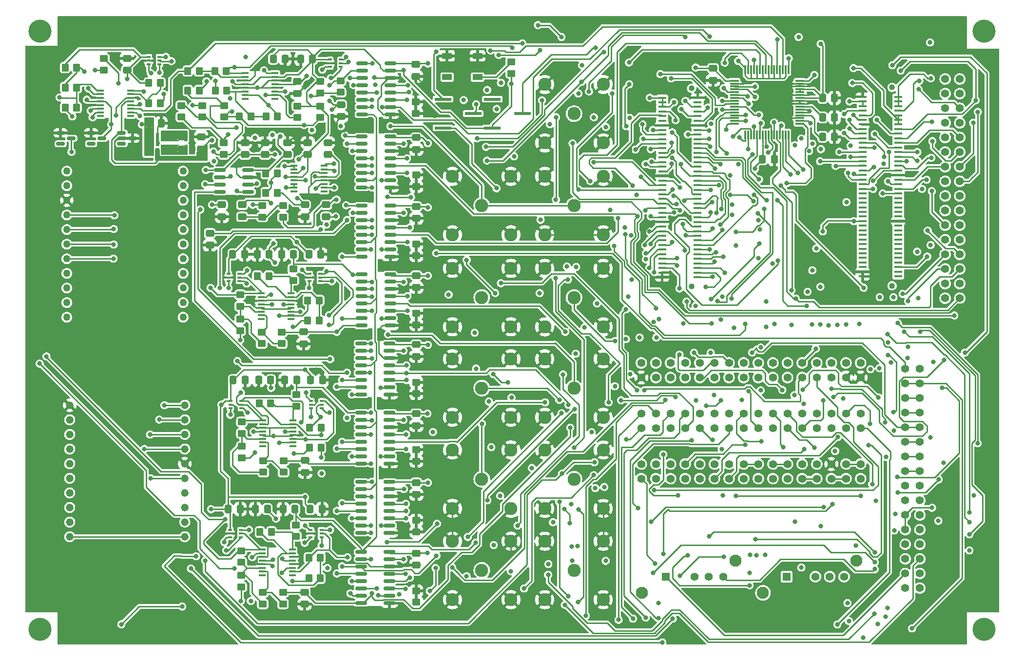
<source format=gbr>
%TF.GenerationSoftware,KiCad,Pcbnew,(6.0.8-1)-1*%
%TF.CreationDate,2022-11-09T12:39:36-05:00*%
%TF.ProjectId,HermEIS,4865726d-4549-4532-9e6b-696361645f70,rev?*%
%TF.SameCoordinates,Original*%
%TF.FileFunction,Copper,L1,Top*%
%TF.FilePolarity,Positive*%
%FSLAX46Y46*%
G04 Gerber Fmt 4.6, Leading zero omitted, Abs format (unit mm)*
G04 Created by KiCad (PCBNEW (6.0.8-1)-1) date 2022-11-09 12:39:36*
%MOMM*%
%LPD*%
G01*
G04 APERTURE LIST*
G04 Aperture macros list*
%AMRoundRect*
0 Rectangle with rounded corners*
0 $1 Rounding radius*
0 $2 $3 $4 $5 $6 $7 $8 $9 X,Y pos of 4 corners*
0 Add a 4 corners polygon primitive as box body*
4,1,4,$2,$3,$4,$5,$6,$7,$8,$9,$2,$3,0*
0 Add four circle primitives for the rounded corners*
1,1,$1+$1,$2,$3*
1,1,$1+$1,$4,$5*
1,1,$1+$1,$6,$7*
1,1,$1+$1,$8,$9*
0 Add four rect primitives between the rounded corners*
20,1,$1+$1,$2,$3,$4,$5,0*
20,1,$1+$1,$4,$5,$6,$7,0*
20,1,$1+$1,$6,$7,$8,$9,0*
20,1,$1+$1,$8,$9,$2,$3,0*%
G04 Aperture macros list end*
%TA.AperFunction,ComponentPad*%
%ADD10C,2.286000*%
%TD*%
%TA.AperFunction,SMDPad,CuDef*%
%ADD11R,0.508000X0.876300*%
%TD*%
%TA.AperFunction,SMDPad,CuDef*%
%ADD12RoundRect,0.250000X-0.350000X-0.450000X0.350000X-0.450000X0.350000X0.450000X-0.350000X0.450000X0*%
%TD*%
%TA.AperFunction,SMDPad,CuDef*%
%ADD13RoundRect,0.250000X0.475000X-0.337500X0.475000X0.337500X-0.475000X0.337500X-0.475000X-0.337500X0*%
%TD*%
%TA.AperFunction,SMDPad,CuDef*%
%ADD14RoundRect,0.250000X-0.337500X-0.475000X0.337500X-0.475000X0.337500X0.475000X-0.337500X0.475000X0*%
%TD*%
%TA.AperFunction,SMDPad,CuDef*%
%ADD15R,1.447800X0.457200*%
%TD*%
%TA.AperFunction,ComponentPad*%
%ADD16C,1.016000*%
%TD*%
%TA.AperFunction,SMDPad,CuDef*%
%ADD17R,0.650000X0.400000*%
%TD*%
%TA.AperFunction,SMDPad,CuDef*%
%ADD18RoundRect,0.250000X-0.475000X0.337500X-0.475000X-0.337500X0.475000X-0.337500X0.475000X0.337500X0*%
%TD*%
%TA.AperFunction,ComponentPad*%
%ADD19C,1.397000*%
%TD*%
%TA.AperFunction,SMDPad,CuDef*%
%ADD20RoundRect,0.250000X0.450000X-0.350000X0.450000X0.350000X-0.450000X0.350000X-0.450000X-0.350000X0*%
%TD*%
%TA.AperFunction,SMDPad,CuDef*%
%ADD21RoundRect,0.250000X0.337500X0.475000X-0.337500X0.475000X-0.337500X-0.475000X0.337500X-0.475000X0*%
%TD*%
%TA.AperFunction,SMDPad,CuDef*%
%ADD22R,2.971800X0.558800*%
%TD*%
%TA.AperFunction,ComponentPad*%
%ADD23C,1.270000*%
%TD*%
%TA.AperFunction,SMDPad,CuDef*%
%ADD24R,1.200000X0.400000*%
%TD*%
%TA.AperFunction,SMDPad,CuDef*%
%ADD25RoundRect,0.150000X-0.825000X-0.150000X0.825000X-0.150000X0.825000X0.150000X-0.825000X0.150000X0*%
%TD*%
%TA.AperFunction,SMDPad,CuDef*%
%ADD26RoundRect,0.250000X-0.450000X0.350000X-0.450000X-0.350000X0.450000X-0.350000X0.450000X0.350000X0*%
%TD*%
%TA.AperFunction,SMDPad,CuDef*%
%ADD27R,1.701800X0.990600*%
%TD*%
%TA.AperFunction,SMDPad,CuDef*%
%ADD28RoundRect,0.250000X0.350000X0.450000X-0.350000X0.450000X-0.350000X-0.450000X0.350000X-0.450000X0*%
%TD*%
%TA.AperFunction,SMDPad,CuDef*%
%ADD29RoundRect,0.150000X-0.587500X-0.150000X0.587500X-0.150000X0.587500X0.150000X-0.587500X0.150000X0*%
%TD*%
%TA.AperFunction,ComponentPad*%
%ADD30C,1.320800*%
%TD*%
%TA.AperFunction,SMDPad,CuDef*%
%ADD31RoundRect,0.075000X-0.700000X-0.075000X0.700000X-0.075000X0.700000X0.075000X-0.700000X0.075000X0*%
%TD*%
%TA.AperFunction,SMDPad,CuDef*%
%ADD32RoundRect,0.075000X-0.075000X-0.700000X0.075000X-0.700000X0.075000X0.700000X-0.075000X0.700000X0*%
%TD*%
%TA.AperFunction,ComponentPad*%
%ADD33R,1.408000X1.408000*%
%TD*%
%TA.AperFunction,ComponentPad*%
%ADD34C,1.408000*%
%TD*%
%TA.AperFunction,ComponentPad*%
%ADD35C,2.100000*%
%TD*%
%TA.AperFunction,ViaPad*%
%ADD36C,4.000000*%
%TD*%
%TA.AperFunction,ViaPad*%
%ADD37C,0.800000*%
%TD*%
%TA.AperFunction,Conductor*%
%ADD38C,0.250000*%
%TD*%
G04 APERTURE END LIST*
D10*
%TO.P,J2,1*%
%TO.N,/CE*%
X107000000Y-57250000D03*
%TO.P,J2,2*%
%TO.N,GND*%
X101920000Y-62330000D03*
X112080000Y-62330000D03*
X101920000Y-52170000D03*
X112080000Y-52170000D03*
%TD*%
D11*
%TO.P,U9,1,VCC*%
%TO.N,+3.3V*%
X49730200Y-47669450D03*
%TO.P,U9,2,VOUT*%
%TO.N,-3V*%
X50670000Y-47669450D03*
%TO.P,U9,3,C+*%
%TO.N,Net-(C9-Pad1)*%
X51609800Y-47669450D03*
%TO.P,U9,4,C-*%
%TO.N,Net-(C9-Pad2)*%
X51609800Y-45040550D03*
%TO.P,U9,5,GND*%
%TO.N,GND*%
X50670000Y-45040550D03*
%TO.P,U9,6,\u002ASHDN*%
%TO.N,+3.3V*%
X49730200Y-45040550D03*
%TD*%
D10*
%TO.P,J7,1*%
%TO.N,/V_ref*%
X107000000Y-73250000D03*
%TO.P,J7,2*%
%TO.N,GND*%
X101920000Y-68170000D03*
X112080000Y-68170000D03*
X101920000Y-78330000D03*
X112080000Y-78330000D03*
%TD*%
D12*
%TO.P,R46,1*%
%TO.N,nVDD_2*%
X76970000Y-122005000D03*
%TO.P,R46,2*%
%TO.N,Net-(R45-Pad2)*%
X78970000Y-122005000D03*
%TD*%
D13*
%TO.P,C12,1*%
%TO.N,+3.3V*%
X45370000Y-33742500D03*
%TO.P,C12,2*%
%TO.N,GND*%
X45370000Y-31667500D03*
%TD*%
D14*
%TO.P,C15,1*%
%TO.N,+3.3V*%
X63732500Y-65755000D03*
%TO.P,C15,2*%
%TO.N,GND*%
X65807500Y-65755000D03*
%TD*%
D15*
%TO.P,J19,1,1*%
%TO.N,GND*%
X144506100Y-38503050D03*
%TO.P,J19,2,2*%
%TO.N,+3.3V*%
X138333900Y-38503050D03*
%TO.P,J19,3,3*%
%TO.N,unconnected-(J19-Pad3)*%
X144506100Y-39303150D03*
%TO.P,J19,4,4*%
%TO.N,+3.3V*%
X138333900Y-39303150D03*
%TO.P,J19,5,5*%
%TO.N,/JTAG_TCK*%
X144506100Y-40103250D03*
%TO.P,J19,6,6*%
%TO.N,+3.3V*%
X138333900Y-40103250D03*
%TO.P,J19,7,7*%
%TO.N,/JTAG_TMS*%
X144506100Y-40903350D03*
%TO.P,J19,8,8*%
%TO.N,/JTAG_TDO*%
X138333900Y-40903350D03*
%TO.P,J19,9,9*%
%TO.N,/JTAG_TDI*%
X144506100Y-41703450D03*
%TO.P,J19,10,10*%
%TO.N,/F_VREF_1*%
X138333900Y-41703450D03*
%TO.P,J19,11,11*%
%TO.N,/SYS_CLK4*%
X144506100Y-42503550D03*
%TO.P,J19,12,12*%
%TO.N,unconnected-(J19-Pad12)*%
X138333900Y-42503550D03*
%TO.P,J19,13,13*%
%TO.N,GND*%
X144506100Y-43303650D03*
%TO.P,J19,14,14*%
X138333900Y-43303650D03*
%TO.P,J19,15,15*%
%TO.N,/A_NCS*%
X144506100Y-44103750D03*
%TO.P,J19,16,16*%
%TO.N,/A_SCK*%
X138333900Y-44103750D03*
%TO.P,J19,17,17*%
%TO.N,/A_SDI*%
X144506100Y-44903850D03*
%TO.P,J19,18,18*%
%TO.N,/A_SDO1*%
X138333900Y-44903850D03*
%TO.P,J19,19,19*%
%TO.N,/A_SDO2*%
X144506100Y-45703950D03*
%TO.P,J19,20,20*%
%TO.N,/A_SDO3*%
X138333900Y-45703950D03*
%TO.P,J19,21,21*%
%TO.N,/A_SDO4*%
X144506100Y-46504050D03*
%TO.P,J19,22,22*%
%TO.N,/A_SDO5*%
X138333900Y-46504050D03*
%TO.P,J19,23,23*%
%TO.N,/A_SDO6*%
X144506100Y-47304150D03*
%TO.P,J19,24,24*%
%TO.N,/A_SDO7*%
X138333900Y-47304150D03*
%TO.P,J19,25,25*%
%TO.N,/A_SDO8*%
X144506100Y-48104250D03*
%TO.P,J19,26,26*%
%TO.N,/D20*%
X138333900Y-48104250D03*
%TO.P,J19,27,27*%
%TO.N,/D_7*%
X144506100Y-48904350D03*
%TO.P,J19,28,28*%
%TO.N,/D_6*%
X138333900Y-48904350D03*
%TO.P,J19,29,29*%
%TO.N,/D_5*%
X144506100Y-49704450D03*
%TO.P,J19,30,30*%
%TO.N,/D_4*%
X138333900Y-49704450D03*
%TO.P,J19,31,31*%
%TO.N,/D_3*%
X144506100Y-50504550D03*
%TO.P,J19,32,32*%
%TO.N,/D_2*%
X138333900Y-50504550D03*
%TO.P,J19,33,33*%
%TO.N,/D_1*%
X144506100Y-51304650D03*
%TO.P,J19,34,34*%
%TO.N,/D_0*%
X138333900Y-51304650D03*
%TO.P,J19,35,35*%
%TO.N,/+VCCO1*%
X144506100Y-52104750D03*
%TO.P,J19,36,36*%
%TO.N,GND*%
X138333900Y-52104750D03*
%TO.P,J19,37,37*%
%TO.N,/FQ_UD*%
X144506100Y-52904850D03*
%TO.P,J19,38,38*%
%TO.N,/K20*%
X138333900Y-52904850D03*
%TO.P,J19,39,39*%
%TO.N,/FT_NCS*%
X144506100Y-53704950D03*
%TO.P,J19,40,40*%
%TO.N,/FT_SCK*%
X138333900Y-53704950D03*
%TO.P,J19,41,41*%
%TO.N,/FT_SDI*%
X144506100Y-54505050D03*
%TO.P,J19,42,42*%
%TO.N,/FT_SDO*%
X138333900Y-54505050D03*
%TO.P,J19,43,43*%
%TO.N,/Rin_scl*%
X144506100Y-55305150D03*
%TO.P,J19,44,44*%
%TO.N,/Rin_sda*%
X138333900Y-55305150D03*
%TO.P,J19,45,45*%
%TO.N,/P21*%
X144506100Y-56105250D03*
%TO.P,J19,46,46*%
%TO.N,/R20*%
X138333900Y-56105250D03*
%TO.P,J19,47,47*%
%TO.N,/P22*%
X144506100Y-56905350D03*
%TO.P,J19,48,48*%
%TO.N,/DAC1_LDAC*%
X138333900Y-56905350D03*
%TO.P,J19,49,49*%
%TO.N,/DAC1_NCS*%
X144506100Y-57705450D03*
%TO.P,J19,50,50*%
%TO.N,/DAC1_SCK*%
X138333900Y-57705450D03*
%TO.P,J19,51,51*%
%TO.N,/DAC1_SDI*%
X144506100Y-58505550D03*
%TO.P,J19,52,52*%
%TO.N,/N22*%
X138333900Y-58505550D03*
%TO.P,J19,53,53*%
%TO.N,/L20*%
X144506100Y-59305650D03*
%TO.P,J19,54,54*%
%TO.N,/F_RST_I*%
X138333900Y-59305650D03*
%TO.P,J19,55,55*%
%TO.N,/+VCCO1*%
X144506100Y-60105750D03*
%TO.P,J19,56,56*%
%TO.N,GND*%
X138333900Y-60105750D03*
%TO.P,J19,57,57*%
%TO.N,/F_RST_O*%
X144506100Y-60905850D03*
%TO.P,J19,58,58*%
%TO.N,/L19*%
X138333900Y-60905850D03*
%TO.P,J19,59,59*%
%TO.N,/H21*%
X144506100Y-61705950D03*
%TO.P,J19,60,60*%
%TO.N,/K21*%
X138333900Y-61705950D03*
%TO.P,J19,61,61*%
%TO.N,/H22*%
X144506100Y-62506050D03*
%TO.P,J19,62,62*%
%TO.N,/K22*%
X138333900Y-62506050D03*
%TO.P,J19,63,63*%
%TO.N,/F21*%
X144506100Y-63306150D03*
%TO.P,J19,64,64*%
%TO.N,/G20*%
X138333900Y-63306150D03*
%TO.P,J19,65,65*%
%TO.N,/F22*%
X144506100Y-64106250D03*
%TO.P,J19,66,66*%
%TO.N,/G22*%
X138333900Y-64106250D03*
%TO.P,J19,67,67*%
%TO.N,/D21*%
X144506100Y-64906350D03*
%TO.P,J19,68,68*%
%TO.N,/E20*%
X138333900Y-64906350D03*
%TO.P,J19,69,69*%
%TO.N,/D22*%
X144506100Y-65706450D03*
%TO.P,J19,70,70*%
%TO.N,/E22*%
X138333900Y-65706450D03*
%TO.P,J19,71,71*%
%TO.N,/B21*%
X144506100Y-66506550D03*
%TO.P,J19,72,72*%
%TO.N,/C20*%
X138333900Y-66506550D03*
%TO.P,J19,73,73*%
%TO.N,/B22*%
X144506100Y-67306650D03*
%TO.P,J19,74,74*%
%TO.N,/C22*%
X138333900Y-67306650D03*
%TO.P,J19,75,75*%
%TO.N,/A21*%
X144506100Y-68106750D03*
%TO.P,J19,76,76*%
%TO.N,/A20*%
X138333900Y-68106750D03*
%TO.P,J19,77,77*%
%TO.N,/J20*%
X144506100Y-68906850D03*
%TO.P,J19,78,78*%
%TO.N,GND*%
X138333900Y-68906850D03*
%TO.P,J19,79,79*%
%TO.N,/J22*%
X144506100Y-69706950D03*
%TO.P,J19,80,80*%
%TO.N,GND*%
X138333900Y-69706950D03*
D16*
%TO.P,J19,81*%
%TO.N,N/C*%
X143452000Y-36864750D03*
%TO.P,J19,82*%
X143452000Y-71345250D03*
%TD*%
D13*
%TO.P,C9,1*%
%TO.N,Net-(C9-Pad1)*%
X54870000Y-47392500D03*
%TO.P,C9,2*%
%TO.N,Net-(C9-Pad2)*%
X54870000Y-45317500D03*
%TD*%
D17*
%TO.P,U14,1,VDD*%
%TO.N,+3.3V*%
X77070000Y-69105000D03*
%TO.P,U14,2,VSS*%
%TO.N,GND*%
X77070000Y-69755000D03*
%TO.P,U14,3,SCL*%
%TO.N,/P21*%
X77070000Y-70405000D03*
%TO.P,U14,4,SDA*%
%TO.N,/R20*%
X78970000Y-70405000D03*
%TO.P,U14,5,B*%
%TO.N,/chn3_r*%
X78970000Y-69755000D03*
%TO.P,U14,6,W*%
%TO.N,/WE3*%
X78970000Y-69105000D03*
%TD*%
D18*
%TO.P,C46,1*%
%TO.N,/CV_DAC*%
X59770000Y-62077500D03*
%TO.P,C46,2*%
%TO.N,GND*%
X59770000Y-64152500D03*
%TD*%
D19*
%TO.P,J18,A1,A1*%
%TO.N,/C22*%
X190032800Y-73355000D03*
%TO.P,J18,A2,A2*%
%TO.N,/A21*%
X190032800Y-70815000D03*
%TO.P,J18,A3,A3*%
%TO.N,/A20*%
X190032800Y-68275000D03*
%TO.P,J18,A4,A4*%
%TO.N,/J20*%
X190032800Y-65735000D03*
%TO.P,J18,A5,A5*%
%TO.N,/J22*%
X190032800Y-63195000D03*
%TO.P,J18,A6,A6*%
%TO.N,/W20*%
X190032800Y-60655000D03*
%TO.P,J18,A7,A7*%
%TO.N,/T19*%
X190032800Y-58115000D03*
%TO.P,J18,A8,A8*%
%TO.N,/W22*%
X190032800Y-55575000D03*
%TO.P,J18,A9,A9*%
%TO.N,/T20*%
X190032800Y-53035000D03*
%TO.P,J18,A10,A10*%
%TO.N,/U19*%
X190032800Y-50495000D03*
%TO.P,J18,A11,A11*%
%TO.N,/P17*%
X190032800Y-47955000D03*
%TO.P,J18,A12,A12*%
%TO.N,/V20*%
X190032800Y-45415000D03*
%TO.P,J18,A13,A13*%
%TO.N,/N16*%
X190032800Y-42875000D03*
%TO.P,J18,A14,A14*%
%TO.N,/C5*%
X190032800Y-40335000D03*
%TO.P,J18,A15,A15*%
%TO.N,/M17*%
X190032800Y-37795000D03*
%TO.P,J18,A16,A16*%
%TO.N,/A5*%
X190032800Y-35255000D03*
%TO.P,J18,B1,B1*%
%TO.N,/M18*%
X187492800Y-73355000D03*
%TO.P,J18,B2,B2*%
%TO.N,/D14*%
X187492800Y-70815000D03*
%TO.P,J18,B3,B3*%
%TO.N,/P18*%
X187492800Y-68275000D03*
%TO.P,J18,B4,B4*%
%TO.N,/C14*%
X187492800Y-65735000D03*
%TO.P,J18,B5,B5*%
%TO.N,/R19*%
X187492800Y-63195000D03*
%TO.P,J18,B6,B6*%
%TO.N,/E16*%
X187492800Y-60655000D03*
%TO.P,J18,B7,B7*%
%TO.N,/D9*%
X187492800Y-58115000D03*
%TO.P,J18,B8,B8*%
%TO.N,/D17*%
X187492800Y-55575000D03*
%TO.P,J18,B9,B9*%
%TO.N,/C8*%
X187492800Y-53035000D03*
%TO.P,J18,B10,B10*%
%TO.N,/D7*%
X187492800Y-50495000D03*
%TO.P,J18,B11,B11*%
%TO.N,/D10*%
X187492800Y-47955000D03*
%TO.P,J18,B12,B12*%
%TO.N,/D8*%
X187492800Y-45415000D03*
%TO.P,J18,B13,B13*%
%TO.N,/C10*%
X187492800Y-42875000D03*
%TO.P,J18,B14,B14*%
%TO.N,/L17*%
X187492800Y-40335000D03*
%TO.P,J18,B15,B15*%
%TO.N,/D11*%
X187492800Y-37795000D03*
%TO.P,J18,B16,B16*%
%TO.N,/K18*%
X187492800Y-35255000D03*
%TD*%
D20*
%TO.P,R3,1*%
%TO.N,GND*%
X95620000Y-53955000D03*
%TO.P,R3,2*%
X95620000Y-51955000D03*
%TD*%
D12*
%TO.P,R30,1*%
%TO.N,Net-(R28-Pad2)*%
X68320000Y-91605000D03*
%TO.P,R30,2*%
%TO.N,Net-(R30-Pad2)*%
X70320000Y-91605000D03*
%TD*%
D13*
%TO.P,C34,1*%
%TO.N,/F_EIS_DDS*%
X73270000Y-48392500D03*
%TO.P,C34,2*%
%TO.N,GND*%
X73270000Y-46317500D03*
%TD*%
D21*
%TO.P,C30,1*%
%TO.N,-3V*%
X69757500Y-110005000D03*
%TO.P,C30,2*%
%TO.N,GND*%
X67682500Y-110005000D03*
%TD*%
D20*
%TO.P,R18,1*%
%TO.N,Net-(R16-Pad2)*%
X68770000Y-81255000D03*
%TO.P,R18,2*%
%TO.N,Net-(R18-Pad2)*%
X68770000Y-79255000D03*
%TD*%
D14*
%TO.P,C28,1*%
%TO.N,+3.3V*%
X77182500Y-110005000D03*
%TO.P,C28,2*%
%TO.N,GND*%
X79257500Y-110005000D03*
%TD*%
D19*
%TO.P,J17,A1,A1*%
%TO.N,/Vref_o*%
X183112800Y-123745000D03*
%TO.P,J17,A2,A2*%
%TO.N,/chn1*%
X183112800Y-121205000D03*
%TO.P,J17,A3,A3*%
%TO.N,/chn2*%
X183112800Y-118665000D03*
%TO.P,J17,A4,A4*%
%TO.N,/chn3*%
X183112800Y-116125000D03*
%TO.P,J17,A5,A5*%
%TO.N,/chn4*%
X183112800Y-113585000D03*
%TO.P,J17,A6,A6*%
%TO.N,/chn5*%
X183112800Y-111045000D03*
%TO.P,J17,A7,A7*%
%TO.N,/chn6*%
X183112800Y-108505000D03*
%TO.P,J17,A8,A8*%
%TO.N,/chn7*%
X183112800Y-105965000D03*
%TO.P,J17,A9,A9*%
%TO.N,/WE1*%
X183112800Y-103425000D03*
%TO.P,J17,A10,A10*%
%TO.N,/WE2*%
X183112800Y-100885000D03*
%TO.P,J17,A11,A11*%
%TO.N,/WE3*%
X183112800Y-98345000D03*
%TO.P,J17,A12,A12*%
%TO.N,/WE4*%
X183112800Y-95805000D03*
%TO.P,J17,A13,A13*%
%TO.N,/WE5*%
X183112800Y-93265000D03*
%TO.P,J17,A14,A14*%
%TO.N,/WE6*%
X183112800Y-90725000D03*
%TO.P,J17,A15,A15*%
%TO.N,/WE7*%
X183112800Y-88185000D03*
%TO.P,J17,A16,A16*%
%TO.N,/F_EIS_DDS*%
X183112800Y-85645000D03*
%TO.P,J17,B1,B1*%
%TO.N,/CV_S2*%
X180572800Y-123745000D03*
%TO.P,J17,B2,B2*%
%TO.N,/EIS_S3*%
X180572800Y-121205000D03*
%TO.P,J17,B3,B3*%
%TO.N,/SIN_2*%
X180572800Y-118665000D03*
%TO.P,J17,B4,B4*%
%TO.N,/SIN_1*%
X180572800Y-116125000D03*
%TO.P,J17,B5,B5*%
%TO.N,/V_ref*%
X180572800Y-113585000D03*
%TO.P,J17,B6,B6*%
X180572800Y-111045000D03*
%TO.P,J17,B7,B7*%
%TO.N,/CE*%
X180572800Y-108505000D03*
%TO.P,J17,B8,B8*%
X180572800Y-105965000D03*
%TO.P,J17,B9,B9*%
%TO.N,/WE1*%
X180572800Y-103425000D03*
%TO.P,J17,B10,B10*%
%TO.N,/WE2*%
X180572800Y-100885000D03*
%TO.P,J17,B11,B11*%
%TO.N,/WE3*%
X180572800Y-98345000D03*
%TO.P,J17,B12,B12*%
%TO.N,/WE4*%
X180572800Y-95805000D03*
%TO.P,J17,B13,B13*%
%TO.N,/WE5*%
X180572800Y-93265000D03*
%TO.P,J17,B14,B14*%
%TO.N,/WE6*%
X180572800Y-90725000D03*
%TO.P,J17,B15,B15*%
%TO.N,/WE7*%
X180572800Y-88185000D03*
%TO.P,J17,B16,B16*%
%TO.N,/CV_DAC*%
X180572800Y-85645000D03*
%TD*%
D20*
%TO.P,R25,1*%
%TO.N,nVDD_2*%
X65320000Y-101105000D03*
%TO.P,R25,2*%
%TO.N,Net-(R24-Pad2)*%
X65320000Y-99105000D03*
%TD*%
D22*
%TO.P,SW2,1,A*%
%TO.N,Net-(SW2-Pad1)*%
X100253800Y-38755000D03*
%TO.P,SW2,2,B*%
%TO.N,Net-(SW2-Pad2)*%
X105486200Y-41255000D03*
%TO.P,SW2,3,C*%
%TO.N,/CV_ref*%
X100253800Y-43755000D03*
%TD*%
D14*
%TO.P,C20,1*%
%TO.N,+3.3V*%
X63820000Y-87605000D03*
%TO.P,C20,2*%
%TO.N,GND*%
X65895000Y-87605000D03*
%TD*%
D20*
%TO.P,R9,1*%
%TO.N,GND*%
X95620000Y-126205000D03*
%TO.P,R9,2*%
X95620000Y-124205000D03*
%TD*%
D23*
%TO.P,J16,1,1*%
%TO.N,unconnected-(J16-Pad1)*%
X55115700Y-51255000D03*
%TO.P,J16,2,2*%
%TO.N,unconnected-(J16-Pad2)*%
X55115700Y-53795000D03*
%TO.P,J16,3,3*%
%TO.N,unconnected-(J16-Pad3)*%
X55115700Y-56335000D03*
%TO.P,J16,4,4*%
%TO.N,unconnected-(J16-Pad4)*%
X55115700Y-58875000D03*
%TO.P,J16,5,5*%
%TO.N,unconnected-(J16-Pad5)*%
X55115700Y-61415000D03*
%TO.P,J16,6,6*%
%TO.N,unconnected-(J16-Pad6)*%
X55115700Y-63955000D03*
%TO.P,J16,7,7*%
%TO.N,unconnected-(J16-Pad7)*%
X55115700Y-66495000D03*
%TO.P,J16,8,8*%
%TO.N,unconnected-(J16-Pad8)*%
X55115700Y-69035000D03*
%TO.P,J16,9,9*%
%TO.N,unconnected-(J16-Pad9)*%
X55115700Y-71575000D03*
%TO.P,J16,10,10*%
%TO.N,unconnected-(J16-Pad10)*%
X55115700Y-74115000D03*
%TO.P,J16,11,11*%
%TO.N,unconnected-(J16-Pad11)*%
X55115700Y-76655000D03*
%TD*%
D12*
%TO.P,R34,1*%
%TO.N,/Vref_r*%
X60720000Y-37255000D03*
%TO.P,R34,2*%
%TO.N,Net-(R34-Pad2)*%
X62720000Y-37255000D03*
%TD*%
D24*
%TO.P,U21,1*%
%TO.N,/chn6_r*%
X68870000Y-117032500D03*
%TO.P,U21,2,-*%
%TO.N,/WE6*%
X68870000Y-117667500D03*
%TO.P,U21,3,+*%
%TO.N,GND*%
X68870000Y-118302500D03*
%TO.P,U21,4,V+*%
%TO.N,+3.3V*%
X68870000Y-118937500D03*
%TO.P,U21,5,+*%
%TO.N,GND*%
X68870000Y-119572500D03*
%TO.P,U21,6,-*%
%TO.N,Net-(R41-Pad2)*%
X68870000Y-120207500D03*
%TO.P,U21,7*%
%TO.N,Net-(R43-Pad2)*%
X68870000Y-120842500D03*
%TO.P,U21,8,NC*%
%TO.N,unconnected-(U21-Pad8)*%
X68870000Y-121477500D03*
%TO.P,U21,9,NC*%
%TO.N,unconnected-(U21-Pad9)*%
X74070000Y-121477500D03*
%TO.P,U21,10*%
%TO.N,/chn7_r*%
X74070000Y-120842500D03*
%TO.P,U21,11,-*%
%TO.N,/WE7*%
X74070000Y-120207500D03*
%TO.P,U21,12,+*%
%TO.N,GND*%
X74070000Y-119572500D03*
%TO.P,U21,13,V-*%
%TO.N,-3V*%
X74070000Y-118937500D03*
%TO.P,U21,14,+*%
%TO.N,GND*%
X74070000Y-118302500D03*
%TO.P,U21,15,-*%
%TO.N,Net-(R45-Pad2)*%
X74070000Y-117667500D03*
%TO.P,U21,16*%
%TO.N,Net-(R47-Pad2)*%
X74070000Y-117032500D03*
%TD*%
D20*
%TO.P,R53,1*%
%TO.N,Net-(R53-Pad1)*%
X62170000Y-48355000D03*
%TO.P,R53,2*%
%TO.N,Net-(R53-Pad2)*%
X62170000Y-46355000D03*
%TD*%
D15*
%TO.P,J20,1,1*%
%TO.N,+5V*%
X179336100Y-38348050D03*
%TO.P,J20,2,2*%
%TO.N,GND*%
X173163900Y-38348050D03*
%TO.P,J20,3,3*%
%TO.N,+5V*%
X179336100Y-39148150D03*
%TO.P,J20,4,4*%
%TO.N,/+1.2V*%
X173163900Y-39148150D03*
%TO.P,J20,5,5*%
%TO.N,+5V*%
X179336100Y-39948250D03*
%TO.P,J20,6,6*%
%TO.N,/+1.2V*%
X173163900Y-39948250D03*
%TO.P,J20,7,7*%
%TO.N,/+1.8V*%
X179336100Y-40748350D03*
%TO.P,J20,8,8*%
%TO.N,/SYS_CLK5*%
X173163900Y-40748350D03*
%TO.P,J20,9,9*%
%TO.N,+3.3V*%
X179336100Y-41548450D03*
%TO.P,J20,10,10*%
%TO.N,/USB_SCL*%
X173163900Y-41548450D03*
%TO.P,J20,11,11*%
%TO.N,+3.3V*%
X179336100Y-42348550D03*
%TO.P,J20,12,12*%
%TO.N,/USB_SDA*%
X173163900Y-42348550D03*
%TO.P,J20,13,13*%
%TO.N,+3.3V*%
X179336100Y-43148650D03*
%TO.P,J20,14,14*%
%TO.N,GND*%
X173163900Y-43148650D03*
%TO.P,J20,15,15*%
%TO.N,/W20*%
X179336100Y-43948750D03*
%TO.P,J20,16,16*%
%TO.N,/T19*%
X173163900Y-43948750D03*
%TO.P,J20,17,17*%
%TO.N,/W22*%
X179336100Y-44748850D03*
%TO.P,J20,18,18*%
%TO.N,/T20*%
X173163900Y-44748850D03*
%TO.P,J20,19,19*%
%TO.N,/U19*%
X179336100Y-45548950D03*
%TO.P,J20,20,20*%
%TO.N,/P17*%
X173163900Y-45548950D03*
%TO.P,J20,21,21*%
%TO.N,/V20*%
X179336100Y-46349050D03*
%TO.P,J20,22,22*%
%TO.N,/N16*%
X173163900Y-46349050D03*
%TO.P,J20,23,23*%
%TO.N,/C5*%
X179336100Y-47149150D03*
%TO.P,J20,24,24*%
%TO.N,/M17*%
X173163900Y-47149150D03*
%TO.P,J20,25,25*%
%TO.N,/A5*%
X179336100Y-47949250D03*
%TO.P,J20,26,26*%
%TO.N,/M18*%
X173163900Y-47949250D03*
%TO.P,J20,27,27*%
%TO.N,/D14*%
X179336100Y-48749350D03*
%TO.P,J20,28,28*%
%TO.N,/P18*%
X173163900Y-48749350D03*
%TO.P,J20,29,29*%
%TO.N,/C14*%
X179336100Y-49549450D03*
%TO.P,J20,30,30*%
%TO.N,/R19*%
X173163900Y-49549450D03*
%TO.P,J20,31,31*%
%TO.N,/E16*%
X179336100Y-50349550D03*
%TO.P,J20,32,32*%
%TO.N,/D9*%
X173163900Y-50349550D03*
%TO.P,J20,33,33*%
%TO.N,/D17*%
X179336100Y-51149650D03*
%TO.P,J20,34,34*%
%TO.N,/C8*%
X173163900Y-51149650D03*
%TO.P,J20,35,35*%
%TO.N,GND*%
X179336100Y-51949750D03*
%TO.P,J20,36,36*%
%TO.N,/+VCCO0*%
X173163900Y-51949750D03*
%TO.P,J20,37,37*%
%TO.N,/D7*%
X179336100Y-52749850D03*
%TO.P,J20,38,38*%
%TO.N,/D10*%
X173163900Y-52749850D03*
%TO.P,J20,39,39*%
%TO.N,/D8*%
X179336100Y-53549950D03*
%TO.P,J20,40,40*%
%TO.N,/C10*%
X173163900Y-53549950D03*
%TO.P,J20,41,41*%
%TO.N,/L17*%
X179336100Y-54350050D03*
%TO.P,J20,42,42*%
%TO.N,/D11*%
X173163900Y-54350050D03*
%TO.P,J20,43,43*%
%TO.N,/K18*%
X179336100Y-55150150D03*
%TO.P,J20,44,44*%
%TO.N,/C12*%
X173163900Y-55150150D03*
%TO.P,J20,45,45*%
%TO.N,/D6*%
X179336100Y-55950250D03*
%TO.P,J20,46,46*%
%TO.N,/D15*%
X173163900Y-55950250D03*
%TO.P,J20,47,47*%
%TO.N,/C6*%
X179336100Y-56750350D03*
%TO.P,J20,48,48*%
%TO.N,/C16*%
X173163900Y-56750350D03*
%TO.P,J20,49,49*%
%TO.N,/A3*%
X179336100Y-57550450D03*
%TO.P,J20,50,50*%
%TO.N,/B6*%
X173163900Y-57550450D03*
%TO.P,J20,51,51*%
%TO.N,/A4*%
X179336100Y-58350550D03*
%TO.P,J20,52,52*%
%TO.N,/A6*%
X173163900Y-58350550D03*
%TO.P,J20,53,53*%
%TO.N,/B8*%
X179336100Y-59150650D03*
%TO.P,J20,54,54*%
%TO.N,/C7*%
X173163900Y-59150650D03*
%TO.P,J20,55,55*%
%TO.N,GND*%
X179336100Y-59950750D03*
%TO.P,J20,56,56*%
%TO.N,/+VCCO0*%
X173163900Y-59950750D03*
%TO.P,J20,57,57*%
%TO.N,/A8*%
X179336100Y-60750850D03*
%TO.P,J20,58,58*%
%TO.N,/A7*%
X173163900Y-60750850D03*
%TO.P,J20,59,59*%
%TO.N,/B10*%
X179336100Y-61550950D03*
%TO.P,J20,60,60*%
%TO.N,/C9*%
X173163900Y-61550950D03*
%TO.P,J20,61,61*%
%TO.N,/A10*%
X179336100Y-62351050D03*
%TO.P,J20,62,62*%
%TO.N,/A9*%
X173163900Y-62351050D03*
%TO.P,J20,63,63*%
%TO.N,/C13*%
X179336100Y-63151150D03*
%TO.P,J20,64,64*%
%TO.N,/B12*%
X173163900Y-63151150D03*
%TO.P,J20,65,65*%
%TO.N,/A13*%
X179336100Y-63951250D03*
%TO.P,J20,66,66*%
%TO.N,/A12*%
X173163900Y-63951250D03*
%TO.P,J20,67,67*%
%TO.N,/C15*%
X179336100Y-64751350D03*
%TO.P,J20,68,68*%
%TO.N,/B14*%
X173163900Y-64751350D03*
%TO.P,J20,69,69*%
%TO.N,/A15*%
X179336100Y-65551450D03*
%TO.P,J20,70,70*%
%TO.N,/A14*%
X173163900Y-65551450D03*
%TO.P,J20,71,71*%
%TO.N,/C17*%
X179336100Y-66351550D03*
%TO.P,J20,72,72*%
%TO.N,/B16*%
X173163900Y-66351550D03*
%TO.P,J20,73,73*%
%TO.N,/A17*%
X179336100Y-67151650D03*
%TO.P,J20,74,74*%
%TO.N,/A16*%
X173163900Y-67151650D03*
%TO.P,J20,75,75*%
%TO.N,/A18*%
X179336100Y-67951750D03*
%TO.P,J20,76,76*%
%TO.N,/B18*%
X173163900Y-67951750D03*
%TO.P,J20,77,77*%
%TO.N,/C11*%
X179336100Y-68751850D03*
%TO.P,J20,78,78*%
%TO.N,GND*%
X173163900Y-68751850D03*
%TO.P,J20,79,79*%
%TO.N,/A11*%
X179336100Y-69551950D03*
%TO.P,J20,80,80*%
%TO.N,GND*%
X173163900Y-69551950D03*
D16*
%TO.P,J20,81*%
%TO.N,N/C*%
X178282000Y-36709750D03*
%TO.P,J20,82*%
X178282000Y-71190250D03*
%TD*%
D25*
%TO.P,U5,1,CH0*%
%TO.N,/chn4*%
X86015000Y-81230000D03*
%TO.P,U5,2,CH1*%
%TO.N,/chn5*%
X86015000Y-82500000D03*
%TO.P,U5,3,CH2*%
%TO.N,/chn6*%
X86015000Y-83770000D03*
%TO.P,U5,4,CH3*%
%TO.N,/chn7*%
X86015000Y-85040000D03*
%TO.P,U5,5,CH4*%
%TO.N,/Vref_o*%
X86015000Y-86310000D03*
%TO.P,U5,6,CH5*%
%TO.N,/chn1*%
X86015000Y-87580000D03*
%TO.P,U5,7,CH6*%
%TO.N,/chn2*%
X86015000Y-88850000D03*
%TO.P,U5,8,CH7*%
%TO.N,/chn3*%
X86015000Y-90120000D03*
%TO.P,U5,9,DGND*%
%TO.N,GND*%
X90965000Y-90120000D03*
%TO.P,U5,10,~{CS}/SHDN*%
%TO.N,/A_NCS*%
X90965000Y-88850000D03*
%TO.P,U5,11,Din*%
%TO.N,/A_SDI*%
X90965000Y-87580000D03*
%TO.P,U5,12,Dout*%
%TO.N,/A_SDO5*%
X90965000Y-86310000D03*
%TO.P,U5,13,CLK*%
%TO.N,/A_SCK*%
X90965000Y-85040000D03*
%TO.P,U5,14,AGND*%
%TO.N,GND*%
X90965000Y-83770000D03*
%TO.P,U5,15,Vref*%
%TO.N,+3.3V*%
X90965000Y-82500000D03*
%TO.P,U5,16,Vdd*%
%TO.N,+5V*%
X90965000Y-81230000D03*
%TD*%
D20*
%TO.P,R56,1*%
%TO.N,nVDD_2*%
X62220000Y-41855000D03*
%TO.P,R56,2*%
%TO.N,Net-(R53-Pad1)*%
X62220000Y-39855000D03*
%TD*%
D12*
%TO.P,R33,1*%
%TO.N,Net-(R32-Pad2)*%
X60620000Y-33855000D03*
%TO.P,R33,2*%
%TO.N,/Vref_r*%
X62620000Y-33855000D03*
%TD*%
D20*
%TO.P,R23,1*%
%TO.N,Net-(R22-Pad2)*%
X74270000Y-70255000D03*
%TO.P,R23,2*%
%TO.N,/chn3*%
X74270000Y-68255000D03*
%TD*%
D12*
%TO.P,R12,1*%
%TO.N,Net-(R10-Pad2)*%
X49170000Y-39455000D03*
%TO.P,R12,2*%
%TO.N,nVDD_2*%
X51170000Y-39455000D03*
%TD*%
D10*
%TO.P,J6,1*%
%TO.N,/CV_S1*%
X123020000Y-41280000D03*
%TO.P,J6,2*%
%TO.N,GND*%
X117940000Y-46360000D03*
X128100000Y-36200000D03*
X117940000Y-36200000D03*
X128100000Y-46360000D03*
%TD*%
D24*
%TO.P,U10,1*%
%TO.N,-0v5*%
X40770000Y-37232500D03*
%TO.P,U10,2,-*%
%TO.N,Net-(R11-Pad2)*%
X40770000Y-37867500D03*
%TO.P,U10,3,+*%
%TO.N,GND*%
X40770000Y-38502500D03*
%TO.P,U10,4,V+*%
%TO.N,+3.3V*%
X40770000Y-39137500D03*
%TO.P,U10,5,+*%
%TO.N,GND*%
X40770000Y-39772500D03*
%TO.P,U10,6,-*%
%TO.N,Net-(R14-Pad2)*%
X40770000Y-40407500D03*
%TO.P,U10,7*%
%TO.N,Net-(SW2-Pad1)*%
X40770000Y-41042500D03*
%TO.P,U10,8,NC*%
%TO.N,unconnected-(U10-Pad8)*%
X40770000Y-41677500D03*
%TO.P,U10,9,NC*%
%TO.N,unconnected-(U10-Pad9)*%
X45970000Y-41677500D03*
%TO.P,U10,10*%
%TO.N,/CE*%
X45970000Y-41042500D03*
%TO.P,U10,11,-*%
%TO.N,/V_ref*%
X45970000Y-40407500D03*
%TO.P,U10,12,+*%
%TO.N,Net-(SW2-Pad2)*%
X45970000Y-39772500D03*
%TO.P,U10,13,V-*%
%TO.N,-3V*%
X45970000Y-39137500D03*
%TO.P,U10,14,+*%
%TO.N,GND*%
X45970000Y-38502500D03*
%TO.P,U10,15,-*%
%TO.N,Net-(R10-Pad2)*%
X45970000Y-37867500D03*
%TO.P,U10,16*%
%TO.N,nVDD_2*%
X45970000Y-37232500D03*
%TD*%
D26*
%TO.P,R16,1*%
%TO.N,/chn2_r*%
X65020000Y-72755000D03*
%TO.P,R16,2*%
%TO.N,Net-(R16-Pad2)*%
X65020000Y-74755000D03*
%TD*%
D20*
%TO.P,R17,1*%
%TO.N,nVDD_2*%
X65020000Y-79005000D03*
%TO.P,R17,2*%
%TO.N,Net-(R16-Pad2)*%
X65020000Y-77005000D03*
%TD*%
D12*
%TO.P,R47,1*%
%TO.N,Net-(R45-Pad2)*%
X68470000Y-114005000D03*
%TO.P,R47,2*%
%TO.N,Net-(R47-Pad2)*%
X70470000Y-114005000D03*
%TD*%
D26*
%TO.P,R24,1*%
%TO.N,/chn4_r*%
X65320000Y-94855000D03*
%TO.P,R24,2*%
%TO.N,Net-(R24-Pad2)*%
X65320000Y-96855000D03*
%TD*%
D18*
%TO.P,C13,1*%
%TO.N,/chn2*%
X76020000Y-79217500D03*
%TO.P,C13,2*%
%TO.N,GND*%
X76020000Y-81292500D03*
%TD*%
D12*
%TO.P,R28,1*%
%TO.N,/chn5_r*%
X77070000Y-95855000D03*
%TO.P,R28,2*%
%TO.N,Net-(R28-Pad2)*%
X79070000Y-95855000D03*
%TD*%
%TO.P,R20,1*%
%TO.N,/chn3_r*%
X76770000Y-73755000D03*
%TO.P,R20,2*%
%TO.N,Net-(R20-Pad2)*%
X78770000Y-73755000D03*
%TD*%
D18*
%TO.P,C25,1*%
%TO.N,-3V*%
X74970000Y-35667500D03*
%TO.P,C25,2*%
%TO.N,GND*%
X74970000Y-37742500D03*
%TD*%
D20*
%TO.P,R49,1*%
%TO.N,Net-(C39-Pad2)*%
X72470000Y-59255000D03*
%TO.P,R49,2*%
%TO.N,Net-(C38-Pad1)*%
X72470000Y-57255000D03*
%TD*%
D19*
%TO.P,J21,A1,A1*%
%TO.N,/A_NCS*%
X134710000Y-95926133D03*
%TO.P,J21,A2,A2*%
%TO.N,/A_SCK*%
X137250000Y-95926133D03*
%TO.P,J21,A3,A3*%
%TO.N,/A_SDI*%
X139790000Y-95926133D03*
%TO.P,J21,A4,A4*%
%TO.N,/A_SDO1*%
X142330000Y-95926133D03*
%TO.P,J21,A5,A5*%
%TO.N,/A_SDO2*%
X144870000Y-95926133D03*
%TO.P,J21,A6,A6*%
%TO.N,/A_SDO3*%
X147410000Y-95926133D03*
%TO.P,J21,A7,A7*%
%TO.N,/A_SDO4*%
X149950000Y-95926133D03*
%TO.P,J21,A8,A8*%
%TO.N,/A_SDO5*%
X152490000Y-95926133D03*
%TO.P,J21,A9,A9*%
%TO.N,/A_SDO6*%
X155030000Y-95926133D03*
%TO.P,J21,A10,A10*%
%TO.N,/A_SDO7*%
X157570000Y-95926133D03*
%TO.P,J21,A11,A11*%
%TO.N,/A_SDO8*%
X160110000Y-95926133D03*
%TO.P,J21,A12,A12*%
%TO.N,/D20*%
X162650000Y-95926133D03*
%TO.P,J21,A13,A13*%
%TO.N,/D_7*%
X165190000Y-95926133D03*
%TO.P,J21,A14,A14*%
%TO.N,/D_6*%
X167730000Y-95926133D03*
%TO.P,J21,A15,A15*%
%TO.N,/D_5*%
X170270000Y-95926133D03*
%TO.P,J21,A16,A16*%
%TO.N,/D_4*%
X172810000Y-95926133D03*
%TO.P,J21,B1,B1*%
%TO.N,/D_3*%
X134710000Y-93386133D03*
%TO.P,J21,B2,B2*%
%TO.N,/D_2*%
X137250000Y-93386133D03*
%TO.P,J21,B3,B3*%
%TO.N,/D_1*%
X139790000Y-93386133D03*
%TO.P,J21,B4,B4*%
%TO.N,/D_0*%
X142330000Y-93386133D03*
%TO.P,J21,B5,B5*%
%TO.N,/FQ_UD*%
X144870000Y-93386133D03*
%TO.P,J21,B6,B6*%
%TO.N,/K20*%
X147410000Y-93386133D03*
%TO.P,J21,B7,B7*%
%TO.N,/FT_NCS*%
X149950000Y-93386133D03*
%TO.P,J21,B8,B8*%
%TO.N,/FT_SCK*%
X152490000Y-93386133D03*
%TO.P,J21,B9,B9*%
%TO.N,/FT_SDI*%
X155030000Y-93386133D03*
%TO.P,J21,B10,B10*%
%TO.N,/FT_SDO*%
X157570000Y-93386133D03*
%TO.P,J21,B11,B11*%
%TO.N,/Rin_scl*%
X160110000Y-93386133D03*
%TO.P,J21,B12,B12*%
%TO.N,/Rin_sda*%
X162650000Y-93386133D03*
%TO.P,J21,B13,B13*%
%TO.N,/P21*%
X165190000Y-93386133D03*
%TO.P,J21,B14,B14*%
%TO.N,/R20*%
X167730000Y-93386133D03*
%TO.P,J21,B15,B15*%
%TO.N,/P22*%
X170270000Y-93386133D03*
%TO.P,J21,B16,B16*%
%TO.N,/DAC1_LDAC*%
X172810000Y-93386133D03*
%TD*%
D21*
%TO.P,C17,1*%
%TO.N,/chn3*%
X74307500Y-65755000D03*
%TO.P,C17,2*%
%TO.N,GND*%
X72232500Y-65755000D03*
%TD*%
D13*
%TO.P,C42,1*%
%TO.N,+3.3V*%
X76770000Y-48392500D03*
%TO.P,C42,2*%
%TO.N,GND*%
X76770000Y-46317500D03*
%TD*%
D12*
%TO.P,R52,1*%
%TO.N,Net-(C39-Pad1)*%
X69470000Y-55055000D03*
%TO.P,R52,2*%
%TO.N,Net-(C41-Pad1)*%
X71470000Y-55055000D03*
%TD*%
D18*
%TO.P,C4,1*%
%TO.N,+5V*%
X95620000Y-93417500D03*
%TO.P,C4,2*%
%TO.N,GND*%
X95620000Y-95492500D03*
%TD*%
D20*
%TO.P,R6,1*%
%TO.N,GND*%
X95620000Y-65955000D03*
%TO.P,R6,2*%
X95620000Y-63955000D03*
%TD*%
%TO.P,R42,1*%
%TO.N,nVDD_2*%
X65220000Y-123505000D03*
%TO.P,R42,2*%
%TO.N,Net-(R41-Pad2)*%
X65220000Y-121505000D03*
%TD*%
D18*
%TO.P,C3,1*%
%TO.N,+5V*%
X95620000Y-45417500D03*
%TO.P,C3,2*%
%TO.N,GND*%
X95620000Y-47492500D03*
%TD*%
%TO.P,C8,1*%
%TO.N,+5V*%
X95620000Y-105417500D03*
%TO.P,C8,2*%
%TO.N,GND*%
X95620000Y-107492500D03*
%TD*%
D27*
%TO.P,SW1,1,1*%
%TO.N,Net-(R5-Pad2)*%
X106261600Y-34924999D03*
%TO.P,SW1,2,2*%
%TO.N,V_rst*%
X100978400Y-34924999D03*
%TO.P,SW1,3,3*%
%TO.N,GND*%
X106261600Y-31225001D03*
%TO.P,SW1,4,4*%
X100978400Y-31225001D03*
%TD*%
D12*
%TO.P,R10,1*%
%TO.N,+3.3V*%
X49170000Y-35955000D03*
%TO.P,R10,2*%
%TO.N,Net-(R10-Pad2)*%
X51170000Y-35955000D03*
%TD*%
%TO.P,R35,1*%
%TO.N,nVDD_2*%
X64920000Y-41755000D03*
%TO.P,R35,2*%
%TO.N,Net-(R34-Pad2)*%
X66920000Y-41755000D03*
%TD*%
D17*
%TO.P,U12,1,VDD*%
%TO.N,+3.3V*%
X63020000Y-69105000D03*
%TO.P,U12,2,VSS*%
%TO.N,GND*%
X63020000Y-69755000D03*
%TO.P,U12,3,SCL*%
%TO.N,/P21*%
X63020000Y-70405000D03*
%TO.P,U12,4,SDA*%
%TO.N,/R20*%
X64920000Y-70405000D03*
%TO.P,U12,5,B*%
%TO.N,/chn2_r*%
X64920000Y-69755000D03*
%TO.P,U12,6,W*%
%TO.N,/WE2*%
X64920000Y-69105000D03*
%TD*%
%TO.P,U11,1,VDD*%
%TO.N,+3.3V*%
X49120000Y-31405000D03*
%TO.P,U11,2,VSS*%
%TO.N,GND*%
X49120000Y-32055000D03*
%TO.P,U11,3,SCL*%
%TO.N,/Rin_scl*%
X49120000Y-32705000D03*
%TO.P,U11,4,SDA*%
%TO.N,/Rin_sda*%
X51020000Y-32705000D03*
%TO.P,U11,5,B*%
%TO.N,Net-(SW2-Pad1)*%
X51020000Y-32055000D03*
%TO.P,U11,6,W*%
%TO.N,Net-(R14-Pad2)*%
X51020000Y-31405000D03*
%TD*%
D25*
%TO.P,U8,1,CH0*%
%TO.N,/chn7*%
X86015000Y-117480000D03*
%TO.P,U8,2,CH1*%
%TO.N,/Vref_o*%
X86015000Y-118750000D03*
%TO.P,U8,3,CH2*%
%TO.N,/chn1*%
X86015000Y-120020000D03*
%TO.P,U8,4,CH3*%
%TO.N,/chn2*%
X86015000Y-121290000D03*
%TO.P,U8,5,CH4*%
%TO.N,/chn3*%
X86015000Y-122560000D03*
%TO.P,U8,6,CH5*%
%TO.N,/chn4*%
X86015000Y-123830000D03*
%TO.P,U8,7,CH6*%
%TO.N,/chn5*%
X86015000Y-125100000D03*
%TO.P,U8,8,CH7*%
%TO.N,/chn6*%
X86015000Y-126370000D03*
%TO.P,U8,9,DGND*%
%TO.N,GND*%
X90965000Y-126370000D03*
%TO.P,U8,10,~{CS}/SHDN*%
%TO.N,/A_NCS*%
X90965000Y-125100000D03*
%TO.P,U8,11,Din*%
%TO.N,/A_SDI*%
X90965000Y-123830000D03*
%TO.P,U8,12,Dout*%
%TO.N,/A_SDO8*%
X90965000Y-122560000D03*
%TO.P,U8,13,CLK*%
%TO.N,/A_SCK*%
X90965000Y-121290000D03*
%TO.P,U8,14,AGND*%
%TO.N,GND*%
X90965000Y-120020000D03*
%TO.P,U8,15,Vref*%
%TO.N,+3.3V*%
X90965000Y-118750000D03*
%TO.P,U8,16,Vdd*%
%TO.N,+5V*%
X90965000Y-117480000D03*
%TD*%
D19*
%TO.P,J22,A1,A1*%
%TO.N,GND*%
X134710000Y-87142800D03*
%TO.P,J22,A2,A2*%
%TO.N,/SQ_1*%
X137250000Y-87142800D03*
%TO.P,J22,A3,A3*%
%TO.N,/SQ_2*%
X139790000Y-87142800D03*
%TO.P,J22,A4,A4*%
%TO.N,unconnected-(J22-PadA4)*%
X142330000Y-87142800D03*
%TO.P,J22,A5,A5*%
%TO.N,/A18*%
X144870000Y-87142800D03*
%TO.P,J22,A6,A6*%
%TO.N,/F_VREF_1*%
X147410000Y-87142800D03*
%TO.P,J22,A7,A7*%
%TO.N,/V_ref*%
X149950000Y-87142800D03*
%TO.P,J22,A8,A8*%
%TO.N,/chn1_r*%
X152490000Y-87142800D03*
%TO.P,J22,A9,A9*%
%TO.N,/chn2_r*%
X155030000Y-87142800D03*
%TO.P,J22,A10,A10*%
%TO.N,/chn3_r*%
X157570000Y-87142800D03*
%TO.P,J22,A11,A11*%
%TO.N,/chn4_r*%
X160110000Y-87142800D03*
%TO.P,J22,A12,A12*%
%TO.N,/chn5_r*%
X162650000Y-87142800D03*
%TO.P,J22,A13,A13*%
%TO.N,/chn6_r*%
X165190000Y-87142800D03*
%TO.P,J22,A14,A14*%
%TO.N,/chn7_r*%
X167730000Y-87142800D03*
%TO.P,J22,A15,A15*%
%TO.N,GND*%
X170270000Y-87142800D03*
%TO.P,J22,A16,A16*%
X172810000Y-87142800D03*
%TO.P,J22,B1,B1*%
%TO.N,/L19*%
X134710000Y-84602800D03*
%TO.P,J22,B2,B2*%
%TO.N,/H21*%
X137250000Y-84602800D03*
%TO.P,J22,B3,B3*%
%TO.N,/K21*%
X139790000Y-84602800D03*
%TO.P,J22,B4,B4*%
%TO.N,/H22*%
X142330000Y-84602800D03*
%TO.P,J22,B5,B5*%
%TO.N,/K22*%
X144870000Y-84602800D03*
%TO.P,J22,B6,B6*%
%TO.N,/F21*%
X147410000Y-84602800D03*
%TO.P,J22,B7,B7*%
%TO.N,/G20*%
X149950000Y-84602800D03*
%TO.P,J22,B8,B8*%
%TO.N,/F22*%
X152490000Y-84602800D03*
%TO.P,J22,B9,B9*%
%TO.N,/G22*%
X155030000Y-84602800D03*
%TO.P,J22,B10,B10*%
%TO.N,/D21*%
X157570000Y-84602800D03*
%TO.P,J22,B11,B11*%
%TO.N,/E20*%
X160110000Y-84602800D03*
%TO.P,J22,B12,B12*%
%TO.N,/D22*%
X162650000Y-84602800D03*
%TO.P,J22,B13,B13*%
%TO.N,/E22*%
X165190000Y-84602800D03*
%TO.P,J22,B14,B14*%
%TO.N,/B21*%
X167730000Y-84602800D03*
%TO.P,J22,B15,B15*%
%TO.N,/C20*%
X170270000Y-84602800D03*
%TO.P,J22,B16,B16*%
%TO.N,/B22*%
X172810000Y-84602800D03*
%TD*%
D10*
%TO.P,J11,1*%
%TO.N,/WE7*%
X123020000Y-120675000D03*
%TO.P,J11,2*%
%TO.N,GND*%
X128100000Y-125755000D03*
X117940000Y-125755000D03*
X117940000Y-115595000D03*
X128100000Y-115595000D03*
%TD*%
%TO.P,J5,1*%
%TO.N,/WE6*%
X107000000Y-120670000D03*
%TO.P,J5,2*%
%TO.N,GND*%
X112080000Y-125750000D03*
X101920000Y-125750000D03*
X112080000Y-115590000D03*
X101920000Y-115590000D03*
%TD*%
D20*
%TO.P,R1,1*%
%TO.N,GND*%
X95570000Y-41255000D03*
%TO.P,R1,2*%
X95570000Y-39255000D03*
%TD*%
D14*
%TO.P,C19,1*%
%TO.N,+3.3V*%
X77245000Y-87605000D03*
%TO.P,C19,2*%
%TO.N,GND*%
X79320000Y-87605000D03*
%TD*%
D28*
%TO.P,R54,1*%
%TO.N,/CV_DAC*%
X57920000Y-37255000D03*
%TO.P,R54,2*%
%TO.N,Net-(R53-Pad1)*%
X55920000Y-37255000D03*
%TD*%
D17*
%TO.P,U17,1,VDD*%
%TO.N,+3.3V*%
X77320000Y-91205000D03*
%TO.P,U17,2,VSS*%
%TO.N,GND*%
X77320000Y-91855000D03*
%TO.P,U17,3,SCL*%
%TO.N,/P21*%
X77320000Y-92505000D03*
%TO.P,U17,4,SDA*%
%TO.N,/R20*%
X79220000Y-92505000D03*
%TO.P,U17,5,B*%
%TO.N,/chn5_r*%
X79220000Y-91855000D03*
%TO.P,U17,6,W*%
%TO.N,/WE5*%
X79220000Y-91205000D03*
%TD*%
D29*
%TO.P,D2,1,A*%
%TO.N,GND*%
X39132500Y-44605000D03*
%TO.P,D2,2,NC*%
%TO.N,unconnected-(D2-Pad2)*%
X39132500Y-46505000D03*
%TO.P,D2,3,K*%
%TO.N,+3.3V*%
X41007500Y-45555000D03*
%TD*%
D25*
%TO.P,U1,1,CH0*%
%TO.N,/Vref_o*%
X86195000Y-32510000D03*
%TO.P,U1,2,CH1*%
%TO.N,/chn1*%
X86195000Y-33780000D03*
%TO.P,U1,3,CH2*%
%TO.N,/chn2*%
X86195000Y-35050000D03*
%TO.P,U1,4,CH3*%
%TO.N,/chn3*%
X86195000Y-36320000D03*
%TO.P,U1,5,CH4*%
%TO.N,/chn4*%
X86195000Y-37590000D03*
%TO.P,U1,6,CH5*%
%TO.N,/chn5*%
X86195000Y-38860000D03*
%TO.P,U1,7,CH6*%
%TO.N,/chn6*%
X86195000Y-40130000D03*
%TO.P,U1,8,CH7*%
%TO.N,/chn7*%
X86195000Y-41400000D03*
%TO.P,U1,9,DGND*%
%TO.N,GND*%
X91145000Y-41400000D03*
%TO.P,U1,10,~{CS}/SHDN*%
%TO.N,/A_NCS*%
X91145000Y-40130000D03*
%TO.P,U1,11,Din*%
%TO.N,/A_SDI*%
X91145000Y-38860000D03*
%TO.P,U1,12,Dout*%
%TO.N,/A_SDO1*%
X91145000Y-37590000D03*
%TO.P,U1,13,CLK*%
%TO.N,/A_SCK*%
X91145000Y-36320000D03*
%TO.P,U1,14,AGND*%
%TO.N,GND*%
X91145000Y-35050000D03*
%TO.P,U1,15,Vref*%
%TO.N,+3.3V*%
X91145000Y-33780000D03*
%TO.P,U1,16,Vdd*%
%TO.N,+5V*%
X91145000Y-32510000D03*
%TD*%
D20*
%TO.P,R4,1*%
%TO.N,GND*%
X95620000Y-101705000D03*
%TO.P,R4,2*%
X95620000Y-99705000D03*
%TD*%
D18*
%TO.P,C35,1*%
%TO.N,+5V*%
X147170000Y-33387500D03*
%TO.P,C35,2*%
%TO.N,GND*%
X147170000Y-35462500D03*
%TD*%
D20*
%TO.P,R5,1*%
%TO.N,+3.3V*%
X112120000Y-34275000D03*
%TO.P,R5,2*%
%TO.N,Net-(R5-Pad2)*%
X112120000Y-32275000D03*
%TD*%
%TO.P,R48,1*%
%TO.N,Net-(R47-Pad2)*%
X74720000Y-114755000D03*
%TO.P,R48,2*%
%TO.N,/chn7*%
X74720000Y-112755000D03*
%TD*%
%TO.P,R43,1*%
%TO.N,Net-(R41-Pad2)*%
X68970000Y-126505000D03*
%TO.P,R43,2*%
%TO.N,Net-(R43-Pad2)*%
X68970000Y-124505000D03*
%TD*%
D13*
%TO.P,C39,1*%
%TO.N,Net-(C39-Pad1)*%
X79970000Y-59192500D03*
%TO.P,C39,2*%
%TO.N,Net-(C39-Pad2)*%
X79970000Y-57117500D03*
%TD*%
D12*
%TO.P,R11,1*%
%TO.N,+3.3V*%
X34620000Y-33255000D03*
%TO.P,R11,2*%
%TO.N,Net-(R11-Pad2)*%
X36620000Y-33255000D03*
%TD*%
D17*
%TO.P,U19,1,VDD*%
%TO.N,+3.3V*%
X80632500Y-31855000D03*
%TO.P,U19,2,VSS*%
%TO.N,GND*%
X80632500Y-32505000D03*
%TO.P,U19,3,SCL*%
%TO.N,/P21*%
X80632500Y-33155000D03*
%TO.P,U19,4,SDA*%
%TO.N,/R20*%
X82532500Y-33155000D03*
%TO.P,U19,5,B*%
%TO.N,/chn1_r*%
X82532500Y-32505000D03*
%TO.P,U19,6,W*%
%TO.N,/WE1*%
X82532500Y-31855000D03*
%TD*%
D25*
%TO.P,U6,1,CH0*%
%TO.N,/chn5*%
X86015000Y-93230000D03*
%TO.P,U6,2,CH1*%
%TO.N,/chn6*%
X86015000Y-94500000D03*
%TO.P,U6,3,CH2*%
%TO.N,/chn7*%
X86015000Y-95770000D03*
%TO.P,U6,4,CH3*%
%TO.N,/Vref_o*%
X86015000Y-97040000D03*
%TO.P,U6,5,CH4*%
%TO.N,/chn1*%
X86015000Y-98310000D03*
%TO.P,U6,6,CH5*%
%TO.N,/chn2*%
X86015000Y-99580000D03*
%TO.P,U6,7,CH6*%
%TO.N,/chn3*%
X86015000Y-100850000D03*
%TO.P,U6,8,CH7*%
%TO.N,/chn4*%
X86015000Y-102120000D03*
%TO.P,U6,9,DGND*%
%TO.N,GND*%
X90965000Y-102120000D03*
%TO.P,U6,10,~{CS}/SHDN*%
%TO.N,/A_NCS*%
X90965000Y-100850000D03*
%TO.P,U6,11,Din*%
%TO.N,/A_SDI*%
X90965000Y-99580000D03*
%TO.P,U6,12,Dout*%
%TO.N,/A_SDO6*%
X90965000Y-98310000D03*
%TO.P,U6,13,CLK*%
%TO.N,/A_SCK*%
X90965000Y-97040000D03*
%TO.P,U6,14,AGND*%
%TO.N,GND*%
X90965000Y-95770000D03*
%TO.P,U6,15,Vref*%
%TO.N,+3.3V*%
X90965000Y-94500000D03*
%TO.P,U6,16,Vdd*%
%TO.N,+5V*%
X90965000Y-93230000D03*
%TD*%
D20*
%TO.P,R38,1*%
%TO.N,nVDD_2*%
X78970000Y-41955000D03*
%TO.P,R38,2*%
%TO.N,+3.3V*%
X78970000Y-39955000D03*
%TD*%
D18*
%TO.P,C26,1*%
%TO.N,/chn1*%
X82570000Y-39717500D03*
%TO.P,C26,2*%
%TO.N,GND*%
X82570000Y-41792500D03*
%TD*%
D20*
%TO.P,R44,1*%
%TO.N,Net-(R43-Pad2)*%
X72470000Y-126505000D03*
%TO.P,R44,2*%
%TO.N,/chn6*%
X72470000Y-124505000D03*
%TD*%
D17*
%TO.P,U22,1,VDD*%
%TO.N,+3.3V*%
X77270000Y-113605000D03*
%TO.P,U22,2,VSS*%
%TO.N,GND*%
X77270000Y-114255000D03*
%TO.P,U22,3,SCL*%
%TO.N,/P21*%
X77270000Y-114905000D03*
%TO.P,U22,4,SDA*%
%TO.N,/R20*%
X79170000Y-114905000D03*
%TO.P,U22,5,B*%
%TO.N,/chn7_r*%
X79170000Y-114255000D03*
%TO.P,U22,6,W*%
%TO.N,/WE7*%
X79170000Y-113605000D03*
%TD*%
D24*
%TO.P,U25,1*%
%TO.N,Net-(C39-Pad2)*%
X74370000Y-50332500D03*
%TO.P,U25,2,-*%
X74370000Y-50967500D03*
%TO.P,U25,3,+*%
%TO.N,Net-(C41-Pad1)*%
X74370000Y-51602500D03*
%TO.P,U25,4,V+*%
%TO.N,+3.3V*%
X74370000Y-52237500D03*
%TO.P,U25,5,+*%
%TO.N,Net-(C40-Pad1)*%
X74370000Y-52872500D03*
%TO.P,U25,6,-*%
%TO.N,/EIS_S3*%
X74370000Y-53507500D03*
%TO.P,U25,7*%
X74370000Y-54142500D03*
%TO.P,U25,8,NC*%
%TO.N,unconnected-(U25-Pad8)*%
X74370000Y-54777500D03*
%TO.P,U25,9,NC*%
%TO.N,unconnected-(U25-Pad9)*%
X79570000Y-54777500D03*
%TO.P,U25,10*%
%TO.N,Net-(R53-Pad2)*%
X79570000Y-54142500D03*
%TO.P,U25,11,-*%
%TO.N,Net-(R53-Pad1)*%
X79570000Y-53507500D03*
%TO.P,U25,12,+*%
%TO.N,GND*%
X79570000Y-52872500D03*
%TO.P,U25,13,V-*%
%TO.N,-3V*%
X79570000Y-52237500D03*
%TO.P,U25,14,+*%
%TO.N,GND*%
X79570000Y-51602500D03*
%TO.P,U25,15,-*%
%TO.N,Net-(R55-Pad2)*%
X79570000Y-50967500D03*
%TO.P,U25,16*%
%TO.N,/CV_S2*%
X79570000Y-50332500D03*
%TD*%
D14*
%TO.P,C44,1*%
%TO.N,Net-(C44-Pad1)*%
X166212500Y-45300000D03*
%TO.P,C44,2*%
%TO.N,GND*%
X168287500Y-45300000D03*
%TD*%
D12*
%TO.P,R51,1*%
%TO.N,/F_EIS_DDS*%
X69470000Y-51655000D03*
%TO.P,R51,2*%
%TO.N,Net-(C39-Pad1)*%
X71470000Y-51655000D03*
%TD*%
D20*
%TO.P,R8,1*%
%TO.N,GND*%
X95620000Y-77955000D03*
%TO.P,R8,2*%
X95620000Y-75955000D03*
%TD*%
D30*
%TO.P,J15,1,1*%
%TO.N,/SIN_2*%
X55407500Y-91955000D03*
%TO.P,J15,2,2*%
%TO.N,/SIN_1*%
X55407500Y-94495000D03*
%TO.P,J15,3,3*%
%TO.N,/SQ_2*%
X55407500Y-97035000D03*
%TO.P,J15,4,4*%
%TO.N,/SQ_1*%
X55407500Y-99575000D03*
%TO.P,J15,5,5*%
%TO.N,GND*%
X55407500Y-102115000D03*
%TO.P,J15,6,6*%
%TO.N,/N22*%
X55407500Y-104655000D03*
%TO.P,J15,7,7*%
%TO.N,/L20*%
X55407500Y-107195000D03*
%TO.P,J15,8,8*%
%TO.N,/FQ_UD*%
X55407500Y-109735000D03*
%TO.P,J15,9,9*%
%TO.N,/K20*%
X55407500Y-112275000D03*
%TO.P,J15,10,10*%
%TO.N,+3.3V*%
X55407500Y-114815000D03*
%TD*%
D10*
%TO.P,J10,1*%
%TO.N,/WE5*%
X123020000Y-104825000D03*
%TO.P,J10,2*%
%TO.N,GND*%
X128100000Y-99745000D03*
X117940000Y-109905000D03*
X117940000Y-99745000D03*
X128100000Y-109905000D03*
%TD*%
D18*
%TO.P,C11,1*%
%TO.N,+5V*%
X95620000Y-117667500D03*
%TO.P,C11,2*%
%TO.N,GND*%
X95620000Y-119742500D03*
%TD*%
D28*
%TO.P,R14,1*%
%TO.N,-0v5*%
X36620000Y-40205000D03*
%TO.P,R14,2*%
%TO.N,Net-(R14-Pad2)*%
X34620000Y-40205000D03*
%TD*%
D10*
%TO.P,J1,1*%
%TO.N,/CE*%
X123020000Y-57255000D03*
%TO.P,J1,2*%
%TO.N,GND*%
X128100000Y-52175000D03*
X117940000Y-52175000D03*
X128100000Y-62335000D03*
X117940000Y-62335000D03*
%TD*%
D20*
%TO.P,R55,1*%
%TO.N,Net-(R53-Pad2)*%
X54820000Y-41855000D03*
%TO.P,R55,2*%
%TO.N,Net-(R55-Pad2)*%
X54820000Y-39855000D03*
%TD*%
D18*
%TO.P,C27,1*%
%TO.N,/chn6*%
X76220000Y-124467500D03*
%TO.P,C27,2*%
%TO.N,GND*%
X76220000Y-126542500D03*
%TD*%
D12*
%TO.P,R36,1*%
%TO.N,Net-(R34-Pad2)*%
X69520000Y-41755000D03*
%TO.P,R36,2*%
%TO.N,/Vref_o*%
X71520000Y-41755000D03*
%TD*%
D25*
%TO.P,U3,1,CH0*%
%TO.N,/chn2*%
X86145000Y-57230000D03*
%TO.P,U3,2,CH1*%
%TO.N,/chn3*%
X86145000Y-58500000D03*
%TO.P,U3,3,CH2*%
%TO.N,/chn4*%
X86145000Y-59770000D03*
%TO.P,U3,4,CH3*%
%TO.N,/chn5*%
X86145000Y-61040000D03*
%TO.P,U3,5,CH4*%
%TO.N,/chn6*%
X86145000Y-62310000D03*
%TO.P,U3,6,CH5*%
%TO.N,/chn7*%
X86145000Y-63580000D03*
%TO.P,U3,7,CH6*%
%TO.N,/Vref_o*%
X86145000Y-64850000D03*
%TO.P,U3,8,CH7*%
%TO.N,/chn1*%
X86145000Y-66120000D03*
%TO.P,U3,9,DGND*%
%TO.N,GND*%
X91095000Y-66120000D03*
%TO.P,U3,10,~{CS}/SHDN*%
%TO.N,/A_NCS*%
X91095000Y-64850000D03*
%TO.P,U3,11,Din*%
%TO.N,/A_SDI*%
X91095000Y-63580000D03*
%TO.P,U3,12,Dout*%
%TO.N,/A_SDO3*%
X91095000Y-62310000D03*
%TO.P,U3,13,CLK*%
%TO.N,/A_SCK*%
X91095000Y-61040000D03*
%TO.P,U3,14,AGND*%
%TO.N,GND*%
X91095000Y-59770000D03*
%TO.P,U3,15,Vref*%
%TO.N,+3.3V*%
X91095000Y-58500000D03*
%TO.P,U3,16,Vdd*%
%TO.N,+5V*%
X91095000Y-57230000D03*
%TD*%
D14*
%TO.P,C29,1*%
%TO.N,+3.3V*%
X62970000Y-110005000D03*
%TO.P,C29,2*%
%TO.N,GND*%
X65045000Y-110005000D03*
%TD*%
D18*
%TO.P,C18,1*%
%TO.N,/chn4*%
X76320000Y-101567500D03*
%TO.P,C18,2*%
%TO.N,GND*%
X76320000Y-103642500D03*
%TD*%
D21*
%TO.P,C16,1*%
%TO.N,-3V*%
X70057500Y-65755000D03*
%TO.P,C16,2*%
%TO.N,GND*%
X67982500Y-65755000D03*
%TD*%
D13*
%TO.P,C43,1*%
%TO.N,-3V*%
X80270000Y-48392500D03*
%TO.P,C43,2*%
%TO.N,GND*%
X80270000Y-46317500D03*
%TD*%
D10*
%TO.P,J8,1*%
%TO.N,/WE1*%
X123020000Y-73255000D03*
%TO.P,J8,2*%
%TO.N,GND*%
X128100000Y-78335000D03*
X117940000Y-68175000D03*
X117940000Y-78335000D03*
X128100000Y-68175000D03*
%TD*%
%TO.P,J4,1*%
%TO.N,/WE4*%
X107000000Y-104820000D03*
%TO.P,J4,2*%
%TO.N,GND*%
X101920000Y-109900000D03*
X101920000Y-99740000D03*
X112080000Y-99740000D03*
X112080000Y-109900000D03*
%TD*%
D31*
%TO.P,U24,1,AVCC*%
%TO.N,+5V*%
X150875000Y-35550000D03*
%TO.P,U24,2,AGND*%
%TO.N,GND*%
X150875000Y-36050000D03*
%TO.P,U24,3,OS0*%
%TO.N,/V20*%
X150875000Y-36550000D03*
%TO.P,U24,4,OS1*%
%TO.N,/N16*%
X150875000Y-37050000D03*
%TO.P,U24,5,OS2*%
%TO.N,/C5*%
X150875000Y-37550000D03*
%TO.P,U24,6,~{PAR}/SER/BYTE_SEL*%
%TO.N,/T20*%
X150875000Y-38050000D03*
%TO.P,U24,7,~{STBY}*%
%TO.N,/U19*%
X150875000Y-38550000D03*
%TO.P,U24,8,RANGE*%
%TO.N,/P17*%
X150875000Y-39050000D03*
%TO.P,U24,9,CONVST_A*%
%TO.N,/C22*%
X150875000Y-39550000D03*
%TO.P,U24,10,CONVST_B*%
%TO.N,/A21*%
X150875000Y-40050000D03*
%TO.P,U24,11,RESET*%
%TO.N,/T19*%
X150875000Y-40550000D03*
%TO.P,U24,12,~{RD}/SCLK*%
%TO.N,/J20*%
X150875000Y-41050000D03*
%TO.P,U24,13,~{CS}*%
%TO.N,/A20*%
X150875000Y-41550000D03*
%TO.P,U24,14,BUSY*%
%TO.N,/J22*%
X150875000Y-42050000D03*
%TO.P,U24,15,FRSTDATA*%
%TO.N,/W20*%
X150875000Y-42550000D03*
%TO.P,U24,16,DB0*%
%TO.N,/L19*%
X150875000Y-43050000D03*
D32*
%TO.P,U24,17,DB1*%
%TO.N,/H21*%
X152800000Y-44975000D03*
%TO.P,U24,18,DB2*%
%TO.N,/K21*%
X153300000Y-44975000D03*
%TO.P,U24,19,DB3*%
%TO.N,/H22*%
X153800000Y-44975000D03*
%TO.P,U24,20,DB4*%
%TO.N,/K22*%
X154300000Y-44975000D03*
%TO.P,U24,21,DB5*%
%TO.N,/F21*%
X154800000Y-44975000D03*
%TO.P,U24,22,DB6*%
%TO.N,/G20*%
X155300000Y-44975000D03*
%TO.P,U24,23,Vdrive*%
%TO.N,+3.3V*%
X155800000Y-44975000D03*
%TO.P,U24,24,DB7/DOUT_A*%
%TO.N,/F22*%
X156300000Y-44975000D03*
%TO.P,U24,25,DB8/DOUT_B*%
%TO.N,/G22*%
X156800000Y-44975000D03*
%TO.P,U24,26,AGND*%
%TO.N,GND*%
X157300000Y-44975000D03*
%TO.P,U24,27,DB9*%
%TO.N,/D21*%
X157800000Y-44975000D03*
%TO.P,U24,28,DB10*%
%TO.N,/E20*%
X158300000Y-44975000D03*
%TO.P,U24,29,DB11*%
%TO.N,/D22*%
X158800000Y-44975000D03*
%TO.P,U24,30,DB12*%
%TO.N,/E22*%
X159300000Y-44975000D03*
%TO.P,U24,31,DB13*%
%TO.N,/B21*%
X159800000Y-44975000D03*
%TO.P,U24,32,DB14/HBEN*%
%TO.N,/C20*%
X160300000Y-44975000D03*
D31*
%TO.P,U24,33,DB15/BYTE_SEL*%
%TO.N,/B22*%
X162225000Y-43050000D03*
%TO.P,U24,34,REF_SELECT*%
%TO.N,/W22*%
X162225000Y-42550000D03*
%TO.P,U24,35,AGND*%
%TO.N,GND*%
X162225000Y-42050000D03*
%TO.P,U24,36,REGCAP*%
%TO.N,Net-(C44-Pad1)*%
X162225000Y-41550000D03*
%TO.P,U24,37,AVCC*%
%TO.N,+5V*%
X162225000Y-41050000D03*
%TO.P,U24,38,AVCC*%
X162225000Y-40550000D03*
%TO.P,U24,39,REGCAP*%
%TO.N,Net-(C45-Pad1)*%
X162225000Y-40050000D03*
%TO.P,U24,40,AGND*%
%TO.N,GND*%
X162225000Y-39550000D03*
%TO.P,U24,41,AGND*%
X162225000Y-39050000D03*
%TO.P,U24,42,REFIN/REFOUT*%
%TO.N,Net-(C37-Pad1)*%
X162225000Y-38550000D03*
%TO.P,U24,43,REFGND*%
%TO.N,GND*%
X162225000Y-38050000D03*
%TO.P,U24,44,REFCAPA*%
%TO.N,Net-(C37-Pad1)*%
X162225000Y-37550000D03*
%TO.P,U24,45,REFCAPB*%
X162225000Y-37050000D03*
%TO.P,U24,46,REFGND*%
%TO.N,GND*%
X162225000Y-36550000D03*
%TO.P,U24,47,AGND*%
X162225000Y-36050000D03*
%TO.P,U24,48,AVCC*%
%TO.N,+5V*%
X162225000Y-35550000D03*
D32*
%TO.P,U24,49,V1*%
%TO.N,/Vref_r*%
X160300000Y-33625000D03*
%TO.P,U24,50,V1GND*%
%TO.N,nVDD_2*%
X159800000Y-33625000D03*
%TO.P,U24,51,V2*%
%TO.N,/chn1_r*%
X159300000Y-33625000D03*
%TO.P,U24,52,V2GND*%
%TO.N,nVDD_2*%
X158800000Y-33625000D03*
%TO.P,U24,53,V3*%
%TO.N,/chn2_r*%
X158300000Y-33625000D03*
%TO.P,U24,54,V3GND*%
%TO.N,nVDD_2*%
X157800000Y-33625000D03*
%TO.P,U24,55,V4*%
%TO.N,/chn3_r*%
X157300000Y-33625000D03*
%TO.P,U24,56,V4GND*%
%TO.N,nVDD_2*%
X156800000Y-33625000D03*
%TO.P,U24,57,V5*%
%TO.N,/chn4_r*%
X156300000Y-33625000D03*
%TO.P,U24,58,V5GND*%
%TO.N,nVDD_2*%
X155800000Y-33625000D03*
%TO.P,U24,59,V6*%
%TO.N,/chn5_r*%
X155300000Y-33625000D03*
%TO.P,U24,60,V6GND*%
%TO.N,nVDD_2*%
X154800000Y-33625000D03*
%TO.P,U24,61,V7*%
%TO.N,/chn6_r*%
X154300000Y-33625000D03*
%TO.P,U24,62,V7GND*%
%TO.N,nVDD_2*%
X153800000Y-33625000D03*
%TO.P,U24,63,V8*%
%TO.N,/chn7_r*%
X153300000Y-33625000D03*
%TO.P,U24,64,V8GND*%
%TO.N,nVDD_2*%
X152800000Y-33625000D03*
%TD*%
D17*
%TO.P,U15,1,VDD*%
%TO.N,+3.3V*%
X63320000Y-91205000D03*
%TO.P,U15,2,VSS*%
%TO.N,GND*%
X63320000Y-91855000D03*
%TO.P,U15,3,SCL*%
%TO.N,/P21*%
X63320000Y-92505000D03*
%TO.P,U15,4,SDA*%
%TO.N,/R20*%
X65220000Y-92505000D03*
%TO.P,U15,5,B*%
%TO.N,/chn4_r*%
X65220000Y-91855000D03*
%TO.P,U15,6,W*%
%TO.N,/WE4*%
X65220000Y-91205000D03*
%TD*%
D20*
%TO.P,R19,1*%
%TO.N,Net-(R18-Pad2)*%
X72270000Y-81255000D03*
%TO.P,R19,2*%
%TO.N,/chn2*%
X72270000Y-79255000D03*
%TD*%
D21*
%TO.P,C22,1*%
%TO.N,/chn5*%
X74857500Y-87605000D03*
%TO.P,C22,2*%
%TO.N,GND*%
X72782500Y-87605000D03*
%TD*%
D18*
%TO.P,C1,1*%
%TO.N,+5V*%
X95570000Y-32717500D03*
%TO.P,C1,2*%
%TO.N,GND*%
X95570000Y-34792500D03*
%TD*%
D20*
%TO.P,R31,1*%
%TO.N,Net-(R30-Pad2)*%
X74820000Y-92105000D03*
%TO.P,R31,2*%
%TO.N,/chn5*%
X74820000Y-90105000D03*
%TD*%
%TO.P,R57,1*%
%TO.N,Net-(R55-Pad2)*%
X58420000Y-41855000D03*
%TO.P,R57,2*%
%TO.N,/CV_S2*%
X58420000Y-39855000D03*
%TD*%
D21*
%TO.P,C23,1*%
%TO.N,+3.3V*%
X77620000Y-31755000D03*
%TO.P,C23,2*%
%TO.N,GND*%
X75545000Y-31755000D03*
%TD*%
D12*
%TO.P,R32,1*%
%TO.N,/V_ref*%
X55920000Y-33855000D03*
%TO.P,R32,2*%
%TO.N,Net-(R32-Pad2)*%
X57920000Y-33855000D03*
%TD*%
D25*
%TO.P,U4,1,CH0*%
%TO.N,/chn3*%
X86145000Y-69230000D03*
%TO.P,U4,2,CH1*%
%TO.N,/chn4*%
X86145000Y-70500000D03*
%TO.P,U4,3,CH2*%
%TO.N,/chn5*%
X86145000Y-71770000D03*
%TO.P,U4,4,CH3*%
%TO.N,/chn6*%
X86145000Y-73040000D03*
%TO.P,U4,5,CH4*%
%TO.N,/chn7*%
X86145000Y-74310000D03*
%TO.P,U4,6,CH5*%
%TO.N,/Vref_o*%
X86145000Y-75580000D03*
%TO.P,U4,7,CH6*%
%TO.N,/chn1*%
X86145000Y-76850000D03*
%TO.P,U4,8,CH7*%
%TO.N,/chn2*%
X86145000Y-78120000D03*
%TO.P,U4,9,DGND*%
%TO.N,GND*%
X91095000Y-78120000D03*
%TO.P,U4,10,~{CS}/SHDN*%
%TO.N,/A_NCS*%
X91095000Y-76850000D03*
%TO.P,U4,11,Din*%
%TO.N,/A_SDI*%
X91095000Y-75580000D03*
%TO.P,U4,12,Dout*%
%TO.N,/A_SDO4*%
X91095000Y-74310000D03*
%TO.P,U4,13,CLK*%
%TO.N,/A_SCK*%
X91095000Y-73040000D03*
%TO.P,U4,14,AGND*%
%TO.N,GND*%
X91095000Y-71770000D03*
%TO.P,U4,15,Vref*%
%TO.N,+3.3V*%
X91095000Y-70500000D03*
%TO.P,U4,16,Vdd*%
%TO.N,+5V*%
X91095000Y-69230000D03*
%TD*%
D12*
%TO.P,R45,1*%
%TO.N,/chn7_r*%
X76970000Y-118505000D03*
%TO.P,R45,2*%
%TO.N,Net-(R45-Pad2)*%
X78970000Y-118505000D03*
%TD*%
D13*
%TO.P,C6,1*%
%TO.N,-3V*%
X58270000Y-47392500D03*
%TO.P,C6,2*%
%TO.N,GND*%
X58270000Y-45317500D03*
%TD*%
D10*
%TO.P,J3,1*%
%TO.N,/WE2*%
X107000000Y-88970000D03*
%TO.P,J3,2*%
%TO.N,GND*%
X112080000Y-94050000D03*
X101920000Y-94050000D03*
X112080000Y-83890000D03*
X101920000Y-83890000D03*
%TD*%
D19*
%TO.P,J12,A1,A1*%
%TO.N,/JTAG_TCK*%
X134710000Y-104709466D03*
%TO.P,J12,A2,A2*%
%TO.N,/JTAG_TMS*%
X137250000Y-104709466D03*
%TO.P,J12,A3,A3*%
%TO.N,/JTAG_TDO*%
X139790000Y-104709466D03*
%TO.P,J12,A4,A4*%
%TO.N,/JTAG_TDI*%
X142330000Y-104709466D03*
%TO.P,J12,A5,A5*%
%TO.N,unconnected-(J12-PadA5)*%
X144870000Y-104709466D03*
%TO.P,J12,A6,A6*%
%TO.N,/SYS_CLK4*%
X147410000Y-104709466D03*
%TO.P,J12,A7,A7*%
%TO.N,/SYS_CLK5*%
X149950000Y-104709466D03*
%TO.P,J12,A8,A8*%
%TO.N,/USB_SCL*%
X152490000Y-104709466D03*
%TO.P,J12,A9,A9*%
%TO.N,/USB_SDA*%
X155030000Y-104709466D03*
%TO.P,J12,A10,A10*%
%TO.N,/+VCCO1*%
X157570000Y-104709466D03*
%TO.P,J12,A11,A11*%
%TO.N,/+VCCO0*%
X160110000Y-104709466D03*
%TO.P,J12,A12,A12*%
%TO.N,/+1.8V*%
X162650000Y-104709466D03*
%TO.P,J12,A13,A13*%
X165190000Y-104709466D03*
%TO.P,J12,A14,A14*%
%TO.N,/+1.2V*%
X167730000Y-104709466D03*
%TO.P,J12,A15,A15*%
X170270000Y-104709466D03*
%TO.P,J12,A16,A16*%
%TO.N,+5V*%
X172810000Y-104709466D03*
%TO.P,J12,B1,B1*%
%TO.N,/DAC1_NCS*%
X134710000Y-102169466D03*
%TO.P,J12,B2,B2*%
%TO.N,/DAC1_SCK*%
X137250000Y-102169466D03*
%TO.P,J12,B3,B3*%
%TO.N,/DAC1_SDI*%
X139790000Y-102169466D03*
%TO.P,J12,B4,B4*%
%TO.N,/N22*%
X142330000Y-102169466D03*
%TO.P,J12,B5,B5*%
%TO.N,/L20*%
X144870000Y-102169466D03*
%TO.P,J12,B6,B6*%
%TO.N,/F_RST_I*%
X147410000Y-102169466D03*
%TO.P,J12,B7,B7*%
%TO.N,/F_RST_O*%
X149950000Y-102169466D03*
%TO.P,J12,B8,B8*%
%TO.N,+5V*%
X152490000Y-102169466D03*
%TO.P,J12,B9,B9*%
X155030000Y-102169466D03*
%TO.P,J12,B10,B10*%
%TO.N,-3V*%
X157570000Y-102169466D03*
%TO.P,J12,B11,B11*%
X160110000Y-102169466D03*
%TO.P,J12,B12,B12*%
%TO.N,-0v5*%
X162650000Y-102169466D03*
%TO.P,J12,B13,B13*%
%TO.N,nVDD_2*%
X165190000Y-102169466D03*
%TO.P,J12,B14,B14*%
%TO.N,GND*%
X167730000Y-102169466D03*
%TO.P,J12,B15,B15*%
%TO.N,+3.3V*%
X170270000Y-102169466D03*
%TO.P,J12,B16,B16*%
X172810000Y-102169466D03*
%TD*%
D12*
%TO.P,R29,1*%
%TO.N,nVDD_2*%
X77070000Y-99355000D03*
%TO.P,R29,2*%
%TO.N,Net-(R28-Pad2)*%
X79070000Y-99355000D03*
%TD*%
D20*
%TO.P,R50,1*%
%TO.N,Net-(C38-Pad1)*%
X68870000Y-59255000D03*
%TO.P,R50,2*%
%TO.N,Net-(C40-Pad1)*%
X68870000Y-57255000D03*
%TD*%
D24*
%TO.P,U13,1*%
%TO.N,/chn2_r*%
X68670000Y-72532500D03*
%TO.P,U13,2,-*%
%TO.N,/WE2*%
X68670000Y-73167500D03*
%TO.P,U13,3,+*%
%TO.N,GND*%
X68670000Y-73802500D03*
%TO.P,U13,4,V+*%
%TO.N,+3.3V*%
X68670000Y-74437500D03*
%TO.P,U13,5,+*%
%TO.N,GND*%
X68670000Y-75072500D03*
%TO.P,U13,6,-*%
%TO.N,Net-(R16-Pad2)*%
X68670000Y-75707500D03*
%TO.P,U13,7*%
%TO.N,Net-(R18-Pad2)*%
X68670000Y-76342500D03*
%TO.P,U13,8,NC*%
%TO.N,unconnected-(U13-Pad8)*%
X68670000Y-76977500D03*
%TO.P,U13,9,NC*%
%TO.N,unconnected-(U13-Pad9)*%
X73870000Y-76977500D03*
%TO.P,U13,10*%
%TO.N,/chn3_r*%
X73870000Y-76342500D03*
%TO.P,U13,11,-*%
%TO.N,/WE3*%
X73870000Y-75707500D03*
%TO.P,U13,12,+*%
%TO.N,GND*%
X73870000Y-75072500D03*
%TO.P,U13,13,V-*%
%TO.N,-3V*%
X73870000Y-74437500D03*
%TO.P,U13,14,+*%
%TO.N,GND*%
X73870000Y-73802500D03*
%TO.P,U13,15,-*%
%TO.N,Net-(R20-Pad2)*%
X73870000Y-73167500D03*
%TO.P,U13,16*%
%TO.N,Net-(R22-Pad2)*%
X73870000Y-72532500D03*
%TD*%
D20*
%TO.P,R2,1*%
%TO.N,GND*%
X95620000Y-89955000D03*
%TO.P,R2,2*%
X95620000Y-87955000D03*
%TD*%
D12*
%TO.P,R21,1*%
%TO.N,nVDD_2*%
X76770000Y-77255000D03*
%TO.P,R21,2*%
%TO.N,Net-(R20-Pad2)*%
X78770000Y-77255000D03*
%TD*%
D25*
%TO.P,U7,1,CH0*%
%TO.N,/chn6*%
X86015000Y-105260000D03*
%TO.P,U7,2,CH1*%
%TO.N,/chn7*%
X86015000Y-106530000D03*
%TO.P,U7,3,CH2*%
%TO.N,/Vref_o*%
X86015000Y-107800000D03*
%TO.P,U7,4,CH3*%
%TO.N,/chn1*%
X86015000Y-109070000D03*
%TO.P,U7,5,CH4*%
%TO.N,/chn2*%
X86015000Y-110340000D03*
%TO.P,U7,6,CH5*%
%TO.N,/chn3*%
X86015000Y-111610000D03*
%TO.P,U7,7,CH6*%
%TO.N,/chn4*%
X86015000Y-112880000D03*
%TO.P,U7,8,CH7*%
%TO.N,/chn5*%
X86015000Y-114150000D03*
%TO.P,U7,9,DGND*%
%TO.N,GND*%
X90965000Y-114150000D03*
%TO.P,U7,10,~{CS}/SHDN*%
%TO.N,/A_NCS*%
X90965000Y-112880000D03*
%TO.P,U7,11,Din*%
%TO.N,/A_SDI*%
X90965000Y-111610000D03*
%TO.P,U7,12,Dout*%
%TO.N,/A_SDO7*%
X90965000Y-110340000D03*
%TO.P,U7,13,CLK*%
%TO.N,/A_SCK*%
X90965000Y-109070000D03*
%TO.P,U7,14,AGND*%
%TO.N,GND*%
X90965000Y-107800000D03*
%TO.P,U7,15,Vref*%
%TO.N,+3.3V*%
X90965000Y-106530000D03*
%TO.P,U7,16,Vdd*%
%TO.N,+5V*%
X90965000Y-105260000D03*
%TD*%
D26*
%TO.P,R41,1*%
%TO.N,/chn6_r*%
X65220000Y-117255000D03*
%TO.P,R41,2*%
%TO.N,Net-(R41-Pad2)*%
X65220000Y-119255000D03*
%TD*%
D14*
%TO.P,C36,1*%
%TO.N,+3.3V*%
X155762500Y-49200000D03*
%TO.P,C36,2*%
%TO.N,GND*%
X157837500Y-49200000D03*
%TD*%
D20*
%TO.P,R26,1*%
%TO.N,Net-(R24-Pad2)*%
X69070000Y-103605000D03*
%TO.P,R26,2*%
%TO.N,Net-(R26-Pad2)*%
X69070000Y-101605000D03*
%TD*%
%TO.P,R7,1*%
%TO.N,GND*%
X95620000Y-113955000D03*
%TO.P,R7,2*%
X95620000Y-111955000D03*
%TD*%
D23*
%TO.P,J14,1,1*%
%TO.N,unconnected-(J14-Pad1)*%
X34910000Y-51255000D03*
%TO.P,J14,2,2*%
%TO.N,unconnected-(J14-Pad2)*%
X34910000Y-53795000D03*
%TO.P,J14,3,3*%
%TO.N,GND*%
X34910000Y-56335000D03*
%TO.P,J14,4,4*%
%TO.N,/FT_SCK*%
X34910000Y-58875000D03*
%TO.P,J14,5,5*%
%TO.N,/FT_SDO*%
X34910000Y-61415000D03*
%TO.P,J14,6,6*%
%TO.N,/FT_SDI*%
X34910000Y-63955000D03*
%TO.P,J14,7,7*%
%TO.N,/FT_NCS*%
X34910000Y-66495000D03*
%TO.P,J14,8,8*%
%TO.N,unconnected-(J14-Pad8)*%
X34910000Y-69035000D03*
%TO.P,J14,9,9*%
%TO.N,unconnected-(J14-Pad9)*%
X34910000Y-71575000D03*
%TO.P,J14,10,10*%
%TO.N,unconnected-(J14-Pad10)*%
X34910000Y-74115000D03*
%TO.P,J14,11,11*%
%TO.N,unconnected-(J14-Pad11)*%
X34910000Y-76655000D03*
%TD*%
D14*
%TO.P,C45,1*%
%TO.N,Net-(C45-Pad1)*%
X166212500Y-41925000D03*
%TO.P,C45,2*%
%TO.N,GND*%
X168287500Y-41925000D03*
%TD*%
D20*
%TO.P,R15,1*%
%TO.N,/V_dds*%
X41370000Y-33705000D03*
%TO.P,R15,2*%
%TO.N,Net-(R14-Pad2)*%
X41370000Y-31705000D03*
%TD*%
D33*
%TO.P,S1,1*%
%TO.N,/CV_S1*%
X159950000Y-121750000D03*
D34*
%TO.P,S1,2*%
%TO.N,/CV_ref*%
X164950000Y-121750000D03*
%TO.P,S1,3*%
%TO.N,/CV_S2*%
X167450000Y-121750000D03*
%TO.P,S1,4*%
%TO.N,unconnected-(S1-Pad4)*%
X169950000Y-121750000D03*
D35*
%TO.P,S1,S1,SHIELD*%
%TO.N,Net-(S1-PadS1)*%
X155850000Y-124550000D03*
%TO.P,S1,S2,SHIELD*%
X172050000Y-118950000D03*
%TD*%
D24*
%TO.P,U18,1*%
%TO.N,/Vref_r*%
X65870000Y-34232500D03*
%TO.P,U18,2,-*%
%TO.N,Net-(R32-Pad2)*%
X65870000Y-34867500D03*
%TO.P,U18,3,+*%
%TO.N,GND*%
X65870000Y-35502500D03*
%TO.P,U18,4,V+*%
%TO.N,+3.3V*%
X65870000Y-36137500D03*
%TO.P,U18,5,+*%
%TO.N,GND*%
X65870000Y-36772500D03*
%TO.P,U18,6,-*%
%TO.N,Net-(R34-Pad2)*%
X65870000Y-37407500D03*
%TO.P,U18,7*%
%TO.N,/Vref_o*%
X65870000Y-38042500D03*
%TO.P,U18,8,NC*%
%TO.N,unconnected-(U18-Pad8)*%
X65870000Y-38677500D03*
%TO.P,U18,9,NC*%
%TO.N,unconnected-(U18-Pad9)*%
X71070000Y-38677500D03*
%TO.P,U18,10*%
%TO.N,/chn1_r*%
X71070000Y-38042500D03*
%TO.P,U18,11,-*%
%TO.N,/WE1*%
X71070000Y-37407500D03*
%TO.P,U18,12,+*%
%TO.N,GND*%
X71070000Y-36772500D03*
%TO.P,U18,13,V-*%
%TO.N,-3V*%
X71070000Y-36137500D03*
%TO.P,U18,14,+*%
%TO.N,GND*%
X71070000Y-35502500D03*
%TO.P,U18,15,-*%
%TO.N,+3.3V*%
X71070000Y-34867500D03*
%TO.P,U18,16*%
%TO.N,Net-(R39-Pad2)*%
X71070000Y-34232500D03*
%TD*%
D29*
%TO.P,D3,1,A*%
%TO.N,-3V*%
X44432500Y-44605000D03*
%TO.P,D3,2,NC*%
%TO.N,unconnected-(D3-Pad2)*%
X44432500Y-46505000D03*
%TO.P,D3,3,K*%
%TO.N,GND*%
X46307500Y-45555000D03*
%TD*%
%TO.P,D1,1,A*%
%TO.N,GND*%
X33832500Y-44605000D03*
%TO.P,D1,2,NC*%
%TO.N,unconnected-(D1-Pad2)*%
X33832500Y-46505000D03*
%TO.P,D1,3,K*%
%TO.N,+5V*%
X35707500Y-45555000D03*
%TD*%
D18*
%TO.P,C2,1*%
%TO.N,+5V*%
X95620000Y-81417500D03*
%TO.P,C2,2*%
%TO.N,GND*%
X95620000Y-83492500D03*
%TD*%
D30*
%TO.P,J13,1,1*%
%TO.N,GND*%
X35420000Y-91955000D03*
%TO.P,J13,2,2*%
%TO.N,/D_7*%
X35420000Y-94495000D03*
%TO.P,J13,3,3*%
%TO.N,/D_6*%
X35420000Y-97035000D03*
%TO.P,J13,4,4*%
%TO.N,/D_5*%
X35420000Y-99575000D03*
%TO.P,J13,5,5*%
%TO.N,/D_4*%
X35420000Y-102115000D03*
%TO.P,J13,6,6*%
%TO.N,/D_3*%
X35420000Y-104655000D03*
%TO.P,J13,7,7*%
%TO.N,/D_2*%
X35420000Y-107195000D03*
%TO.P,J13,8,8*%
%TO.N,/D_1*%
X35420000Y-109735000D03*
%TO.P,J13,9,9*%
%TO.N,/D_0*%
X35420000Y-112275000D03*
%TO.P,J13,10,10*%
%TO.N,+3.3V*%
X35420000Y-114815000D03*
%TD*%
D18*
%TO.P,C10,1*%
%TO.N,+5V*%
X95620000Y-69417500D03*
%TO.P,C10,2*%
%TO.N,GND*%
X95620000Y-71492500D03*
%TD*%
D14*
%TO.P,C14,1*%
%TO.N,+3.3V*%
X76982500Y-65755000D03*
%TO.P,C14,2*%
%TO.N,GND*%
X79057500Y-65755000D03*
%TD*%
%TO.P,C24,1*%
%TO.N,+3.3V*%
X70782500Y-31755000D03*
%TO.P,C24,2*%
%TO.N,GND*%
X72857500Y-31755000D03*
%TD*%
%TO.P,C5,1*%
%TO.N,+3.3V*%
X49232500Y-42955000D03*
%TO.P,C5,2*%
%TO.N,GND*%
X51307500Y-42955000D03*
%TD*%
D21*
%TO.P,C21,1*%
%TO.N,-3V*%
X70320000Y-87605000D03*
%TO.P,C21,2*%
%TO.N,GND*%
X68245000Y-87605000D03*
%TD*%
D26*
%TO.P,R39,1*%
%TO.N,+3.3V*%
X78970000Y-35705000D03*
%TO.P,R39,2*%
%TO.N,Net-(R39-Pad2)*%
X78970000Y-37705000D03*
%TD*%
D25*
%TO.P,U23,1,Vdd*%
%TO.N,+5V*%
X61495000Y-51050000D03*
%TO.P,U23,2,~{CS}*%
%TO.N,/DAC1_NCS*%
X61495000Y-52320000D03*
%TO.P,U23,3,SCK*%
%TO.N,/DAC1_SCK*%
X61495000Y-53590000D03*
%TO.P,U23,4,SDI*%
%TO.N,/DAC1_SDI*%
X61495000Y-54860000D03*
%TO.P,U23,5,~{LDAC}*%
%TO.N,/DAC1_LDAC*%
X66445000Y-54860000D03*
%TO.P,U23,6,VB*%
%TO.N,/CV_DAC*%
X66445000Y-53590000D03*
%TO.P,U23,7,Vss*%
%TO.N,GND*%
X66445000Y-52320000D03*
%TO.P,U23,8,VA*%
%TO.N,/F_EIS_DDS*%
X66445000Y-51050000D03*
%TD*%
D13*
%TO.P,C38,1*%
%TO.N,Net-(C38-Pad1)*%
X65370000Y-59192500D03*
%TO.P,C38,2*%
%TO.N,/EIS_S3*%
X65370000Y-57117500D03*
%TD*%
D12*
%TO.P,R22,1*%
%TO.N,Net-(R20-Pad2)*%
X68020000Y-69505000D03*
%TO.P,R22,2*%
%TO.N,Net-(R22-Pad2)*%
X70020000Y-69505000D03*
%TD*%
D13*
%TO.P,C32,1*%
%TO.N,+5V*%
X65870000Y-48392500D03*
%TO.P,C32,2*%
%TO.N,GND*%
X65870000Y-46317500D03*
%TD*%
D20*
%TO.P,R27,1*%
%TO.N,Net-(R26-Pad2)*%
X72570000Y-103605000D03*
%TO.P,R27,2*%
%TO.N,/chn4*%
X72570000Y-101605000D03*
%TD*%
D10*
%TO.P,J9,1*%
%TO.N,/WE3*%
X123020000Y-88975000D03*
%TO.P,J9,2*%
%TO.N,GND*%
X117940000Y-94055000D03*
X128100000Y-94055000D03*
X128100000Y-83895000D03*
X117940000Y-83895000D03*
%TD*%
D21*
%TO.P,C31,1*%
%TO.N,/chn7*%
X74545000Y-110005000D03*
%TO.P,C31,2*%
%TO.N,GND*%
X72470000Y-110005000D03*
%TD*%
D18*
%TO.P,C41,1*%
%TO.N,Net-(C41-Pad1)*%
X76270000Y-57117500D03*
%TO.P,C41,2*%
%TO.N,GND*%
X76270000Y-59192500D03*
%TD*%
%TO.P,C7,1*%
%TO.N,+5V*%
X95620000Y-57417500D03*
%TO.P,C7,2*%
%TO.N,GND*%
X95620000Y-59492500D03*
%TD*%
%TO.P,C40,1*%
%TO.N,Net-(C40-Pad1)*%
X61870000Y-57117500D03*
%TO.P,C40,2*%
%TO.N,GND*%
X61870000Y-59192500D03*
%TD*%
D22*
%TO.P,SW3,1,A*%
%TO.N,unconnected-(SW3-Pad1)*%
X108853800Y-38755000D03*
%TO.P,SW3,2,B*%
%TO.N,Net-(C37-Pad1)*%
X114086200Y-41255000D03*
%TO.P,SW3,3,C*%
%TO.N,+3.3V*%
X108853800Y-43755000D03*
%TD*%
D24*
%TO.P,U16,1*%
%TO.N,/chn4_r*%
X68970000Y-94632500D03*
%TO.P,U16,2,-*%
%TO.N,/WE4*%
X68970000Y-95267500D03*
%TO.P,U16,3,+*%
%TO.N,GND*%
X68970000Y-95902500D03*
%TO.P,U16,4,V+*%
%TO.N,+3.3V*%
X68970000Y-96537500D03*
%TO.P,U16,5,+*%
%TO.N,GND*%
X68970000Y-97172500D03*
%TO.P,U16,6,-*%
%TO.N,Net-(R24-Pad2)*%
X68970000Y-97807500D03*
%TO.P,U16,7*%
%TO.N,Net-(R26-Pad2)*%
X68970000Y-98442500D03*
%TO.P,U16,8,NC*%
%TO.N,unconnected-(U16-Pad8)*%
X68970000Y-99077500D03*
%TO.P,U16,9,NC*%
%TO.N,unconnected-(U16-Pad9)*%
X74170000Y-99077500D03*
%TO.P,U16,10*%
%TO.N,/chn5_r*%
X74170000Y-98442500D03*
%TO.P,U16,11,-*%
%TO.N,/WE5*%
X74170000Y-97807500D03*
%TO.P,U16,12,+*%
%TO.N,GND*%
X74170000Y-97172500D03*
%TO.P,U16,13,V-*%
%TO.N,-3V*%
X74170000Y-96537500D03*
%TO.P,U16,14,+*%
%TO.N,GND*%
X74170000Y-95902500D03*
%TO.P,U16,15,-*%
%TO.N,Net-(R28-Pad2)*%
X74170000Y-95267500D03*
%TO.P,U16,16*%
%TO.N,Net-(R30-Pad2)*%
X74170000Y-94632500D03*
%TD*%
D33*
%TO.P,S2,1*%
%TO.N,/EIS_S3*%
X138950000Y-121750000D03*
D34*
%TO.P,S2,2*%
%TO.N,/V_dds*%
X143950000Y-121750000D03*
%TO.P,S2,3*%
%TO.N,/SIN_1*%
X146450000Y-121750000D03*
%TO.P,S2,4*%
%TO.N,/SIN_2*%
X148950000Y-121750000D03*
D35*
%TO.P,S2,S1,SHIELD*%
%TO.N,Net-(S2-PadS1)*%
X134850000Y-124550000D03*
%TO.P,S2,S2,SHIELD*%
X151050000Y-118950000D03*
%TD*%
D12*
%TO.P,R13,1*%
%TO.N,Net-(R11-Pad2)*%
X34620000Y-36730000D03*
%TO.P,R13,2*%
%TO.N,-0v5*%
X36620000Y-36730000D03*
%TD*%
D17*
%TO.P,U20,1,VDD*%
%TO.N,+3.3V*%
X63270000Y-113605000D03*
%TO.P,U20,2,VSS*%
%TO.N,GND*%
X63270000Y-114255000D03*
%TO.P,U20,3,SCL*%
%TO.N,/P21*%
X63270000Y-114905000D03*
%TO.P,U20,4,SDA*%
%TO.N,/R20*%
X65170000Y-114905000D03*
%TO.P,U20,5,B*%
%TO.N,/chn6_r*%
X65170000Y-114255000D03*
%TO.P,U20,6,W*%
%TO.N,/WE6*%
X65170000Y-113605000D03*
%TD*%
D14*
%TO.P,C37,1*%
%TO.N,Net-(C37-Pad1)*%
X166212500Y-38550000D03*
%TO.P,C37,2*%
%TO.N,GND*%
X168287500Y-38550000D03*
%TD*%
D20*
%TO.P,R37,1*%
%TO.N,/chn1_r*%
X74970000Y-41955000D03*
%TO.P,R37,2*%
%TO.N,+3.3V*%
X74970000Y-39955000D03*
%TD*%
D13*
%TO.P,C33,1*%
%TO.N,+5V*%
X69370000Y-48392500D03*
%TO.P,C33,2*%
%TO.N,GND*%
X69370000Y-46317500D03*
%TD*%
D25*
%TO.P,U2,1,CH0*%
%TO.N,/chn1*%
X86145000Y-45230000D03*
%TO.P,U2,2,CH1*%
%TO.N,/chn2*%
X86145000Y-46500000D03*
%TO.P,U2,3,CH2*%
%TO.N,/chn3*%
X86145000Y-47770000D03*
%TO.P,U2,4,CH3*%
%TO.N,/chn4*%
X86145000Y-49040000D03*
%TO.P,U2,5,CH4*%
%TO.N,/chn5*%
X86145000Y-50310000D03*
%TO.P,U2,6,CH5*%
%TO.N,/chn6*%
X86145000Y-51580000D03*
%TO.P,U2,7,CH6*%
%TO.N,/chn7*%
X86145000Y-52850000D03*
%TO.P,U2,8,CH7*%
%TO.N,/Vref_o*%
X86145000Y-54120000D03*
%TO.P,U2,9,DGND*%
%TO.N,GND*%
X91095000Y-54120000D03*
%TO.P,U2,10,~{CS}/SHDN*%
%TO.N,/A_NCS*%
X91095000Y-52850000D03*
%TO.P,U2,11,Din*%
%TO.N,/A_SDI*%
X91095000Y-51580000D03*
%TO.P,U2,12,Dout*%
%TO.N,/A_SDO2*%
X91095000Y-50310000D03*
%TO.P,U2,13,CLK*%
%TO.N,/A_SCK*%
X91095000Y-49040000D03*
%TO.P,U2,14,AGND*%
%TO.N,GND*%
X91095000Y-47770000D03*
%TO.P,U2,15,Vref*%
%TO.N,+3.3V*%
X91095000Y-46500000D03*
%TO.P,U2,16,Vdd*%
%TO.N,+5V*%
X91095000Y-45230000D03*
%TD*%
D20*
%TO.P,R40,1*%
%TO.N,Net-(R39-Pad2)*%
X82470000Y-37555000D03*
%TO.P,R40,2*%
%TO.N,/chn1*%
X82470000Y-35555000D03*
%TD*%
D36*
%TO.N,*%
X194270000Y-130955000D03*
X30270000Y-26955000D03*
X194270000Y-26955000D03*
X30270000Y-130955000D03*
D37*
%TO.N,GND*%
X109670000Y-119855000D03*
X63130000Y-98245000D03*
X67270000Y-89405000D03*
X81670000Y-47255000D03*
X84130000Y-43295000D03*
X88370000Y-35005000D03*
X135470000Y-35915000D03*
X75370000Y-74415000D03*
X40819500Y-43205000D03*
X98820000Y-41655000D03*
X96870000Y-36205000D03*
X100770000Y-118280500D03*
X98990000Y-54585000D03*
X70620000Y-119905000D03*
X74632701Y-45592299D03*
X63830000Y-63835000D03*
X46870000Y-51255000D03*
X76757701Y-36242701D03*
X63480000Y-60935000D03*
X108170000Y-32255000D03*
X66870000Y-81755000D03*
X83750000Y-72615000D03*
X72645500Y-89355000D03*
X66830000Y-73575000D03*
X78210000Y-89785000D03*
X75820000Y-69755000D03*
X136420000Y-42505000D03*
X171727652Y-125272652D03*
X186480000Y-123635000D03*
X122320000Y-101035000D03*
X79080000Y-32625000D03*
X68040000Y-36785000D03*
X43470000Y-41605000D03*
X64390000Y-50415000D03*
X98560000Y-72275000D03*
X83620000Y-64525000D03*
X153710000Y-126865000D03*
X46920000Y-48629500D03*
X75520000Y-119575000D03*
X136130000Y-83035000D03*
X67350000Y-63875000D03*
X70775000Y-97280000D03*
X47820000Y-32555000D03*
X135820000Y-40255000D03*
X43470000Y-31655000D03*
X72870000Y-33305000D03*
X67400000Y-47668000D03*
X52970000Y-41955000D03*
X78230000Y-85775000D03*
%TO.N,+5V*%
X162040000Y-27975000D03*
X71070000Y-48405000D03*
X187220000Y-101955000D03*
X144170000Y-33255000D03*
X59070000Y-51055000D03*
X97620000Y-69455000D03*
X151170000Y-107705000D03*
X97570000Y-93405000D03*
X35720000Y-47905000D03*
X117110000Y-30239500D03*
X97620000Y-81455000D03*
X97544500Y-117655000D03*
X97620000Y-32555000D03*
X172820000Y-107675000D03*
X163920000Y-40805000D03*
X97620000Y-46405000D03*
X97620000Y-57555000D03*
X164770000Y-34555000D03*
X109900000Y-31065000D03*
X97620000Y-105405000D03*
X184982701Y-35117701D03*
%TO.N,/chn2*%
X83444500Y-57205000D03*
X81820000Y-79205000D03*
X121420000Y-126655000D03*
X81820000Y-110305000D03*
X81820000Y-121205000D03*
X98970000Y-120255000D03*
X81820000Y-99505000D03*
X97970000Y-124255000D03*
X81820000Y-88755000D03*
X84070000Y-35105000D03*
X83570000Y-46505000D03*
%TO.N,-3V*%
X70820000Y-63815000D03*
X72314560Y-118635038D03*
X78020000Y-52155000D03*
X72870000Y-96555000D03*
X60120000Y-45905000D03*
X72570000Y-74455000D03*
X71070000Y-67155000D03*
X71270000Y-111655000D03*
X70420000Y-88955000D03*
X76570000Y-34755000D03*
%TO.N,/chn3*%
X84520000Y-47755000D03*
X84420000Y-111605000D03*
X112040000Y-120805000D03*
X84420000Y-90105000D03*
X175270000Y-119255000D03*
X136790000Y-121055000D03*
X84570000Y-58505000D03*
X84670000Y-36305000D03*
X84420000Y-100855000D03*
X84570000Y-69255000D03*
X84420000Y-122555000D03*
%TO.N,+3.3V*%
X136170000Y-38505000D03*
X93400000Y-118755000D03*
X47970000Y-43155000D03*
X76320000Y-85755000D03*
X171570000Y-33355000D03*
X59970000Y-110025000D03*
X76280000Y-112845000D03*
X112120000Y-36105000D03*
X67370000Y-96555000D03*
X93390000Y-94515000D03*
X45370000Y-35255000D03*
X93460000Y-106515000D03*
X93420000Y-46505000D03*
X72920000Y-52255000D03*
X75820000Y-68405000D03*
X76520000Y-89755000D03*
X76270000Y-107925000D03*
X140370000Y-39305000D03*
X93420000Y-58505000D03*
X93410000Y-82485000D03*
X154470000Y-50855000D03*
X70710000Y-118835000D03*
X93420000Y-33755000D03*
X61770000Y-91855000D03*
X38370000Y-38855000D03*
X75170000Y-49205000D03*
X63720000Y-35655000D03*
X42620000Y-43155000D03*
X93420000Y-70505000D03*
X70570000Y-74455500D03*
X74831250Y-63603750D03*
%TO.N,/chn1*%
X82720000Y-98305000D03*
X82720000Y-119955000D03*
X82720000Y-109005000D03*
X80970000Y-40605000D03*
X175175497Y-128210497D03*
X80570000Y-36355000D03*
X118520000Y-121418500D03*
X82720000Y-87555000D03*
X82720000Y-66105000D03*
X82720000Y-76855000D03*
X80570000Y-39055000D03*
X83250000Y-45075000D03*
X99120000Y-118105000D03*
%TO.N,-0v5*%
X33670000Y-38455000D03*
%TO.N,nVDD_2*%
X76110000Y-43255000D03*
X51770000Y-37855000D03*
X74120000Y-122515000D03*
X67570000Y-100155000D03*
X48270000Y-37445000D03*
X74370000Y-100355000D03*
X88470000Y-36255000D03*
X65020000Y-80655000D03*
X166420000Y-109655000D03*
X107930000Y-37155000D03*
X136420000Y-112205000D03*
X74170000Y-78305000D03*
X58120000Y-57955000D03*
X151540000Y-32125000D03*
X65170000Y-125979500D03*
X63620000Y-40935000D03*
X109070000Y-116255000D03*
%TO.N,Net-(R14-Pad2)*%
X43870000Y-36005000D03*
X35870000Y-41755000D03*
X52120000Y-31405000D03*
X39070000Y-40755000D03*
%TO.N,/Vref_o*%
X87570000Y-86305000D03*
X57370000Y-118205000D03*
X69920000Y-39805000D03*
X87820000Y-107855000D03*
X138370000Y-133179500D03*
X87720000Y-64855000D03*
X87770000Y-97055000D03*
X87920000Y-54105000D03*
X87770000Y-118705000D03*
X87920000Y-75555000D03*
X87970000Y-32505000D03*
%TO.N,/WE2*%
X70420000Y-72705000D03*
X66220000Y-68555000D03*
X120470000Y-91015000D03*
%TO.N,/WE3*%
X80060000Y-68645000D03*
X80420000Y-77955000D03*
X177570000Y-81055000D03*
X90720000Y-79655000D03*
X75450000Y-75705000D03*
%TO.N,/chn4*%
X87870000Y-49055000D03*
X87770000Y-102105000D03*
X128520000Y-119005000D03*
X90570000Y-115730500D03*
X88745500Y-123805000D03*
X99220000Y-112555000D03*
X87770000Y-112905000D03*
X87870000Y-59755000D03*
X87920000Y-70505000D03*
X88770000Y-37605000D03*
X87770000Y-81255000D03*
%TO.N,/chn5*%
X87720000Y-82505000D03*
X87770000Y-114155000D03*
X87920000Y-71755000D03*
X84170000Y-124679500D03*
X87920000Y-38855000D03*
X87920000Y-61055000D03*
X87920000Y-50305000D03*
X171970000Y-116329500D03*
X87770000Y-93205000D03*
%TO.N,/chn6*%
X87870000Y-83805000D03*
X87920000Y-40105000D03*
X87920000Y-124655000D03*
X87870000Y-62355000D03*
X87870000Y-105255000D03*
X130120000Y-88655000D03*
X122370000Y-95855000D03*
X175870000Y-90605000D03*
X87870000Y-94555000D03*
X87920000Y-73055000D03*
X162720000Y-89255000D03*
X87870000Y-51605000D03*
%TO.N,/chn7*%
X175470000Y-108555000D03*
X105920000Y-115855000D03*
X123645500Y-116405000D03*
%TO.N,/A_NCS*%
X146570000Y-27879500D03*
X89570000Y-76930000D03*
X89030000Y-124965000D03*
X146520000Y-44205000D03*
X89570000Y-64880000D03*
X89620000Y-52880000D03*
X89470000Y-88930000D03*
X132130000Y-97925000D03*
X89520000Y-112880000D03*
X89670000Y-40155000D03*
X89470000Y-100880000D03*
%TO.N,/A_SDO1*%
X94350000Y-37555000D03*
X134921850Y-43126850D03*
X110330000Y-70755000D03*
X109590000Y-40465000D03*
%TO.N,/A_SCK*%
X94510000Y-61055000D03*
X94070000Y-73005000D03*
X94177701Y-36377299D03*
X114345500Y-123802119D03*
X94020000Y-49055000D03*
X136720000Y-44105000D03*
X93870000Y-97005000D03*
X93740000Y-121245000D03*
X93820000Y-109105000D03*
X126450000Y-104115000D03*
X92650000Y-124780500D03*
X93920000Y-85055000D03*
%TO.N,/WE1*%
X130120000Y-80805000D03*
X72870000Y-37405000D03*
X112620000Y-48705000D03*
X83400000Y-31429500D03*
%TO.N,/V_ref*%
X185220000Y-109775000D03*
X114070000Y-29055000D03*
%TO.N,/CV_ref*%
X109560000Y-54245000D03*
X123820000Y-110115000D03*
X123720000Y-126145000D03*
%TO.N,/CE*%
X47620000Y-41705000D03*
X189070000Y-76355000D03*
X77520000Y-44155000D03*
X91120000Y-43455000D03*
%TO.N,/A_SDO2*%
X147070000Y-98005000D03*
X134045500Y-59155000D03*
X146920000Y-77740500D03*
X146770000Y-82829500D03*
X146520000Y-45695000D03*
%TO.N,/WE4*%
X107020000Y-95155000D03*
X153950000Y-82785000D03*
X75620000Y-94909500D03*
%TO.N,/WE5*%
X76370000Y-97855000D03*
X79170000Y-103805000D03*
X122620000Y-116505000D03*
X168384101Y-99914946D03*
%TO.N,Net-(R39-Pad2)*%
X77334549Y-38235049D03*
X69170000Y-33755000D03*
%TO.N,/WE6*%
X173260000Y-132355000D03*
X67120000Y-118355000D03*
X66590000Y-113605000D03*
%TO.N,/WE7*%
X72260000Y-121055000D03*
X181750000Y-130745000D03*
X80650000Y-113615000D03*
%TO.N,/A_SDO4*%
X121500000Y-79205000D03*
X132700000Y-41995000D03*
X134117299Y-109852299D03*
X126470000Y-41895000D03*
X146650000Y-46995000D03*
X123400000Y-67905000D03*
X119370000Y-112305000D03*
%TO.N,/A_SDO6*%
X150370000Y-73405000D03*
X150780000Y-78465000D03*
X153320000Y-89500500D03*
X118000000Y-91445000D03*
%TO.N,/A_SDO8*%
X142770000Y-118005000D03*
X164420000Y-68505000D03*
X156470000Y-56355000D03*
X177120000Y-128685000D03*
X153520000Y-123255000D03*
X191720000Y-114405000D03*
X104360000Y-121665000D03*
X167920000Y-109175000D03*
X183170000Y-79205000D03*
X94526452Y-121901677D03*
X138570000Y-117779500D03*
X164820000Y-99305000D03*
%TO.N,Net-(R11-Pad2)*%
X37970000Y-33955000D03*
X38670000Y-36879500D03*
%TO.N,/SIN_2*%
X175270000Y-120455000D03*
X51870000Y-91955000D03*
%TO.N,/SIN_1*%
X50970000Y-94455000D03*
X175270000Y-117555000D03*
X146470000Y-114755000D03*
%TO.N,/SQ_2*%
X143470000Y-98055000D03*
X49370000Y-97055000D03*
X137670000Y-128955000D03*
%TO.N,/SQ_1*%
X48370000Y-99555000D03*
X137670000Y-126355000D03*
%TO.N,Net-(C37-Pad1)*%
X126780000Y-29795000D03*
X165870000Y-29155000D03*
%TO.N,/D_3*%
X117220000Y-59735000D03*
X140092701Y-44512299D03*
X101240000Y-72725000D03*
X130770000Y-129255000D03*
%TO.N,/D_2*%
X135450000Y-50055000D03*
X132026850Y-75298150D03*
X125070000Y-128530500D03*
X133894500Y-55355000D03*
X133970000Y-89379500D03*
%TO.N,/D_1*%
X129300000Y-57998500D03*
X148428296Y-60582589D03*
X106010000Y-85575000D03*
X133270000Y-129055000D03*
%TO.N,Net-(R28-Pad2)*%
X79080000Y-101005000D03*
X79070000Y-97165000D03*
%TO.N,/D_0*%
X140014990Y-49942518D03*
X145950000Y-92045000D03*
X135470000Y-128855000D03*
X148570000Y-91080500D03*
X152750000Y-77805000D03*
X130010000Y-64255000D03*
%TO.N,/FT_SCK*%
X126410000Y-49705000D03*
X172557299Y-77867701D03*
X43170000Y-58955000D03*
X134670000Y-52255000D03*
X155570000Y-98255000D03*
%TO.N,/FT_SDO*%
X190920000Y-82805000D03*
X178320000Y-32855000D03*
X178570000Y-96330500D03*
X43070000Y-61305000D03*
X123770000Y-54455000D03*
X159370000Y-99255000D03*
X129670000Y-37780500D03*
%TO.N,Net-(SW2-Pad1)*%
X53070000Y-32155000D03*
X99080000Y-30475000D03*
X39370000Y-41905000D03*
%TO.N,Net-(SW2-Pad2)*%
X47570000Y-39605000D03*
X106020000Y-39655000D03*
%TO.N,/F_RST_I*%
X136870000Y-77455000D03*
X136370000Y-59155000D03*
%TO.N,/F_RST_O*%
X148830000Y-107645000D03*
X158470000Y-66845000D03*
X182630000Y-65265000D03*
X154570000Y-115215000D03*
X174180000Y-98880500D03*
%TO.N,/FT_SDI*%
X43060000Y-64025000D03*
X121320000Y-110005000D03*
X122320000Y-112455000D03*
X146780000Y-54515000D03*
X112166515Y-90626917D03*
%TO.N,/JTAG_TCK*%
X192470000Y-107655000D03*
X137120048Y-119479500D03*
X142382299Y-39042701D03*
%TO.N,/JTAG_TMS*%
X153570000Y-117955000D03*
X177470000Y-127205000D03*
X146270000Y-40205000D03*
X184870000Y-28905000D03*
X153520000Y-121105000D03*
%TO.N,/JTAG_TDO*%
X148670000Y-99605000D03*
X148520000Y-77079500D03*
X140670000Y-42405000D03*
X144220000Y-91105000D03*
%TO.N,/JTAG_TDI*%
X154720000Y-118055000D03*
X119920000Y-41905000D03*
X141670000Y-40505000D03*
X119870000Y-56205000D03*
X149070000Y-118299500D03*
X141420000Y-121605000D03*
%TO.N,/F_VREF_1*%
X137267701Y-75159500D03*
X133170000Y-53755000D03*
X131970000Y-62255000D03*
%TO.N,/SYS_CLK4*%
X163020000Y-99605000D03*
X139870000Y-35155000D03*
X169757700Y-90792700D03*
%TO.N,/A5*%
X182670000Y-47955000D03*
%TO.N,/D_7*%
X148410000Y-50054500D03*
X158320353Y-56354647D03*
X163449951Y-74679549D03*
%TO.N,/D_6*%
X140115424Y-47884174D03*
X177270000Y-100955000D03*
%TO.N,/D_5*%
X175760000Y-129985000D03*
X170770000Y-129455000D03*
X177457371Y-79605500D03*
X147540000Y-50825000D03*
X191740000Y-112275000D03*
%TO.N,/D_4*%
X66870000Y-125979500D03*
X136470000Y-49655000D03*
X54970000Y-126955000D03*
X132044500Y-80455000D03*
X120870000Y-93355000D03*
X132960116Y-62391662D03*
X104570000Y-114855000D03*
X44382299Y-130042701D03*
X168770000Y-130055000D03*
%TO.N,/B21*%
X155020000Y-66355000D03*
X167270000Y-78055000D03*
X148947609Y-66116397D03*
X161870000Y-51605000D03*
%TO.N,/B22*%
X159990000Y-53375000D03*
X155295047Y-61429952D03*
X147420000Y-67005500D03*
X170270000Y-77879500D03*
%TO.N,/A20*%
X141322299Y-71667299D03*
X152870000Y-41505000D03*
X161544503Y-73410497D03*
X154070000Y-48355000D03*
%TO.N,/A21*%
X149220000Y-68905000D03*
X184970000Y-64105000D03*
X155170000Y-41504500D03*
%TO.N,/FT_NCS*%
X176070000Y-85505000D03*
X148160000Y-53695000D03*
X43000000Y-66465000D03*
%TO.N,/FQ_UD*%
X148596000Y-57820524D03*
X108660000Y-99245000D03*
X108250000Y-91315000D03*
%TO.N,/D8*%
X177570000Y-53055000D03*
%TO.N,/D10*%
X170670000Y-51555000D03*
%TO.N,/C10*%
X177770000Y-47955000D03*
%TO.N,/D14*%
X182670000Y-49455000D03*
%TO.N,/C14*%
X180820000Y-49555000D03*
X180120000Y-72605000D03*
%TO.N,/J22*%
X147070000Y-69655000D03*
X149570000Y-48155000D03*
%TO.N,/J20*%
X184470000Y-61605000D03*
X145920000Y-71355000D03*
X165100000Y-64695000D03*
X147757299Y-47942299D03*
%TO.N,/C22*%
X140944500Y-67705000D03*
X142570000Y-73955000D03*
X118820000Y-43105000D03*
X138020000Y-34405000D03*
X124420000Y-32855000D03*
X132420000Y-73105000D03*
%TO.N,/C20*%
X140944500Y-66405000D03*
X165833107Y-71351893D03*
X168770000Y-77955000D03*
X148770000Y-73055000D03*
X162870000Y-51005000D03*
%TO.N,/E22*%
X163590000Y-72255000D03*
X160620000Y-51805000D03*
X174520000Y-85705000D03*
X151120000Y-64205000D03*
X136917149Y-68868101D03*
%TO.N,/E20*%
X157819500Y-77805000D03*
X136099476Y-68050428D03*
X160779951Y-72009549D03*
%TO.N,/G22*%
X156770000Y-48055000D03*
X150495500Y-57096024D03*
X144120000Y-74705000D03*
X140090000Y-63635000D03*
%TO.N,/F22*%
X156524500Y-47005000D03*
X179169500Y-104375000D03*
X154270000Y-55355000D03*
X162948381Y-91691322D03*
X187000000Y-88945000D03*
X152190000Y-91075000D03*
X182820000Y-73315000D03*
%TO.N,/G20*%
X155470000Y-42954000D03*
X135494000Y-65534998D03*
X143870000Y-82829500D03*
X146870000Y-73505000D03*
X155220000Y-63855000D03*
%TO.N,/F21*%
X154930000Y-58575000D03*
X137780000Y-77015000D03*
X141354503Y-83150497D03*
X155160000Y-52705000D03*
X147970000Y-73825000D03*
X156085500Y-57825000D03*
X151152299Y-61837299D03*
X148767701Y-61522701D03*
%TO.N,/K22*%
X154270000Y-43505000D03*
X136343263Y-63927139D03*
X141970000Y-77740500D03*
X150112753Y-51987799D03*
%TO.N,/H22*%
X150620000Y-45255000D03*
X142443137Y-62419088D03*
X133054500Y-70085000D03*
%TO.N,/K21*%
X134420000Y-80179500D03*
X153270000Y-47405000D03*
X142245500Y-65005000D03*
X137320000Y-80179500D03*
X150495500Y-58855000D03*
X135300498Y-64085498D03*
%TO.N,/H21*%
X151732701Y-45392299D03*
X135495000Y-66605000D03*
X147070451Y-61255451D03*
X141895500Y-60455000D03*
%TO.N,/L19*%
X149470000Y-44005000D03*
X136119452Y-61767201D03*
X146870000Y-43055000D03*
%TO.N,/C5*%
X182870000Y-37055000D03*
X164420000Y-46505000D03*
X175257701Y-44842701D03*
X149020000Y-36855000D03*
%TO.N,/+VCCO1*%
X129032299Y-91467299D03*
X141620000Y-50054500D03*
X138520000Y-100505000D03*
X141070000Y-107605000D03*
X121970000Y-70105000D03*
%TO.N,/A_SDI*%
X93915000Y-87600000D03*
X93865000Y-99550000D03*
X126094500Y-96655000D03*
X94065000Y-63600000D03*
X94065000Y-75550000D03*
X98520000Y-96605500D03*
X142820000Y-44905000D03*
X94015000Y-51600000D03*
X93815000Y-111650000D03*
X93710000Y-123915000D03*
X94015000Y-38850000D03*
%TO.N,/L20*%
X115700000Y-102855000D03*
X123320000Y-83005906D03*
X146732747Y-58403247D03*
%TO.N,/N22*%
X140370000Y-58455000D03*
X155450000Y-89379500D03*
X152770000Y-98855000D03*
X156370000Y-78355000D03*
X118570000Y-119555000D03*
X49470000Y-104655000D03*
X156370000Y-73955000D03*
%TO.N,/A_SDO3*%
X135040000Y-45695000D03*
X130645500Y-59447500D03*
%TO.N,/A_SDO5*%
X93940000Y-86345000D03*
X133680000Y-47515000D03*
X147370000Y-90229500D03*
X122070000Y-91875000D03*
X132824500Y-86579500D03*
%TO.N,/A_SDO7*%
X107990000Y-108485000D03*
X155470000Y-81929500D03*
X136370000Y-47455000D03*
X123150000Y-92675000D03*
X131857701Y-61042701D03*
X93820000Y-110355000D03*
%TO.N,/R20*%
X140794440Y-57005500D03*
X123770000Y-37780500D03*
X82522299Y-43430500D03*
X80940000Y-70405000D03*
X66160000Y-70815000D03*
X66360000Y-93275000D03*
X80770000Y-35105000D03*
X62595500Y-117175000D03*
X79160000Y-116325000D03*
X80530000Y-93275000D03*
%TO.N,/P21*%
X142220000Y-56405000D03*
X77340000Y-93999500D03*
X63030000Y-71595000D03*
X77010000Y-71565000D03*
X62280000Y-115745000D03*
X70650000Y-44985000D03*
X76250000Y-115865000D03*
X67630000Y-45455000D03*
X60470000Y-49585000D03*
X79310000Y-33630500D03*
X63320000Y-93615000D03*
%TO.N,/K20*%
X128270000Y-106155000D03*
X113210000Y-112875000D03*
X141397701Y-54129500D03*
X121120000Y-86605000D03*
X110200000Y-107685000D03*
%TO.N,/chn1_r*%
X104370000Y-66705000D03*
X69420000Y-38035000D03*
X109320000Y-72455000D03*
X83875992Y-32308384D03*
X108520000Y-30305000D03*
X110320000Y-35905000D03*
X103857299Y-38917701D03*
%TO.N,/chn2_r*%
X158370000Y-28355000D03*
X59870000Y-71555000D03*
X127007299Y-74267701D03*
X142370000Y-27955000D03*
X125620000Y-37405000D03*
%TO.N,/chn3_r*%
X71845500Y-76385000D03*
X107910000Y-49425000D03*
X124320000Y-35755000D03*
X80040000Y-60535000D03*
X80460000Y-76325000D03*
%TO.N,/chn4_r*%
X65150000Y-89725000D03*
X125830000Y-52985000D03*
X140670000Y-90555000D03*
X131180000Y-91095000D03*
%TO.N,/chn5_r*%
X83580000Y-59755000D03*
X79020000Y-93999500D03*
X106160000Y-45585000D03*
X132580000Y-32395000D03*
X83600000Y-94165000D03*
X61500000Y-71535000D03*
X64550000Y-84275000D03*
X135220000Y-89379500D03*
X94710000Y-55775000D03*
X71820000Y-98445000D03*
X90660000Y-55755000D03*
X83570000Y-86315000D03*
X117470000Y-38965000D03*
%TO.N,/chn6_r*%
X62400000Y-111775000D03*
X154310000Y-31945000D03*
X136962701Y-106737701D03*
X31380000Y-83475000D03*
%TO.N,/chn7_r*%
X149190000Y-32405000D03*
X116750000Y-25895000D03*
X64044500Y-120305000D03*
X120850000Y-27955000D03*
X138920000Y-91065000D03*
X161300000Y-90225000D03*
X83670000Y-118405000D03*
X30200000Y-84725000D03*
X101850000Y-120155000D03*
%TO.N,/+1.2V*%
X170870000Y-39155000D03*
X179270000Y-107155000D03*
X193132299Y-98567299D03*
X179282701Y-77692299D03*
X186370000Y-104855000D03*
%TO.N,/+1.8V*%
X178670000Y-113705000D03*
X186320000Y-112055000D03*
X183020000Y-35555000D03*
X165870000Y-112955000D03*
%TO.N,/SYS_CLK5*%
X169970000Y-41355000D03*
X181020000Y-81779500D03*
X168870000Y-97455000D03*
%TO.N,/USB_SCL*%
X180385500Y-79179500D03*
X191670000Y-110555000D03*
X171370000Y-35955000D03*
%TO.N,/USB_SDA*%
X156220000Y-117954500D03*
X171570000Y-41505000D03*
X191720000Y-117205000D03*
X178520000Y-73180500D03*
X162520000Y-120179500D03*
%TO.N,/W20*%
X192770000Y-38955000D03*
X152820000Y-42555000D03*
X179770000Y-33805000D03*
%TO.N,/T19*%
X170870000Y-42355000D03*
X163870000Y-47755000D03*
X148744500Y-40555000D03*
%TO.N,/W22*%
X175620000Y-42355000D03*
X164070000Y-42955000D03*
%TO.N,/T20*%
X153151620Y-38329500D03*
X170870000Y-43855000D03*
X193170000Y-40955000D03*
X162520000Y-45605000D03*
%TO.N,/U19*%
X185170000Y-42655000D03*
X192370000Y-42855000D03*
X165920000Y-47455000D03*
X153386261Y-39588739D03*
%TO.N,/P17*%
X185270000Y-46055000D03*
X169970000Y-44655000D03*
X161420000Y-46755000D03*
X148770000Y-39055000D03*
X176794500Y-49955000D03*
%TO.N,/V20*%
X154420000Y-36555000D03*
%TO.N,/N16*%
X171070000Y-46855000D03*
X176870000Y-48755000D03*
X154420000Y-38355000D03*
%TO.N,/M17*%
X175170000Y-47155000D03*
%TO.N,/M18*%
X169120000Y-47905000D03*
X170344500Y-56655000D03*
X176120000Y-73180500D03*
%TO.N,/P18*%
X181045500Y-73805500D03*
X171082299Y-48767299D03*
%TO.N,/R19*%
X165770000Y-49555000D03*
%TO.N,/E16*%
X185070000Y-48955000D03*
X185170000Y-54755000D03*
%TO.N,/D9*%
X168470000Y-50355000D03*
%TO.N,/D17*%
X174970000Y-52955000D03*
%TO.N,/C8*%
X175139027Y-50585973D03*
%TO.N,/+VCCO0*%
X171670000Y-51755000D03*
X178870000Y-110855000D03*
X171620000Y-59955000D03*
X166245500Y-61755000D03*
X161420000Y-112179500D03*
X180920000Y-83755000D03*
%TO.N,/L17*%
X184270000Y-52755000D03*
%TO.N,/D11*%
X183470000Y-54355000D03*
X174970000Y-54355000D03*
%TO.N,/K18*%
X176670000Y-55155000D03*
%TO.N,/A18*%
X159220000Y-89305000D03*
X187320000Y-84055000D03*
X168082351Y-90561736D03*
X184382701Y-66117701D03*
%TO.N,/CV_DAC*%
X67920000Y-53405000D03*
X59170000Y-35655000D03*
X79000000Y-61370500D03*
X99070000Y-65515000D03*
%TO.N,/CV_S2*%
X65970000Y-31429500D03*
X81280000Y-49965000D03*
X56790000Y-39835000D03*
X63290000Y-38635000D03*
X140170000Y-129055000D03*
X56470000Y-120355000D03*
%TO.N,/EIS_S3*%
X80170000Y-120255000D03*
X122678267Y-118966336D03*
X72970000Y-54155000D03*
X70420000Y-56855000D03*
%TO.N,Net-(C39-Pad1)*%
X70420000Y-53305000D03*
X81620000Y-59155000D03*
%TO.N,Net-(C39-Pad2)*%
X81770000Y-56205000D03*
X72720000Y-50355000D03*
%TO.N,Net-(C40-Pad1)*%
X67220000Y-57105000D03*
X60170000Y-57105000D03*
X76370000Y-52855000D03*
%TO.N,Net-(C41-Pad1)*%
X74920000Y-55965000D03*
X75930000Y-50705500D03*
%TO.N,/D21*%
X184950000Y-97545000D03*
X158970497Y-53794503D03*
X157790000Y-42815000D03*
X185457701Y-84467299D03*
X146555415Y-64844183D03*
X173330000Y-71535000D03*
%TO.N,/D22*%
X165000000Y-82169500D03*
X159010000Y-43345000D03*
X164345500Y-77885408D03*
X157470000Y-67365000D03*
X147657701Y-65342701D03*
%TO.N,/DAC1_NCS*%
X126720000Y-106355000D03*
X63370000Y-52155000D03*
X124842300Y-78432700D03*
X147034647Y-56639647D03*
%TO.N,/DAC1_SCK*%
X105770000Y-79355000D03*
X58970000Y-118955000D03*
X120970000Y-103855000D03*
X58970000Y-53555000D03*
X135394952Y-58079952D03*
X126570000Y-101855000D03*
%TO.N,/DAC1_SDI*%
X117060000Y-72465000D03*
X121790000Y-67845000D03*
X128570000Y-43580500D03*
X140329894Y-55548557D03*
X111570000Y-87955000D03*
X122570000Y-109155000D03*
X80670000Y-83955000D03*
X109030000Y-86535000D03*
%TO.N,/DAC1_LDAC*%
X160770000Y-77955000D03*
X178070000Y-84555000D03*
X141390000Y-58095000D03*
X64470000Y-54755000D03*
X122770000Y-46455000D03*
%TO.N,Net-(R53-Pad1)*%
X78170000Y-54255000D03*
X60370000Y-47855000D03*
%TO.N,Net-(R53-Pad2)*%
X81360000Y-54135000D03*
X62900000Y-44915000D03*
%TO.N,Net-(R55-Pad2)*%
X81430000Y-51275000D03*
X64370000Y-43740500D03*
%TO.N,/F_EIS_DDS*%
X72030000Y-45235000D03*
X128220000Y-30545000D03*
X107750000Y-47045000D03*
%TO.N,/CV_S1*%
X122020000Y-125155000D03*
X120470000Y-108755000D03*
X119820000Y-69855000D03*
X123020000Y-99305000D03*
%TO.N,/V_dds*%
X39820000Y-33705000D03*
%TO.N,/Rin_scl*%
X132080000Y-43445000D03*
X170520000Y-126355000D03*
X174820000Y-105705000D03*
X49520000Y-34255000D03*
X132620000Y-36155000D03*
X140079122Y-48945075D03*
%TO.N,/Rin_sda*%
X167770000Y-89105000D03*
X177082302Y-94888790D03*
X150135500Y-55370900D03*
X140150000Y-54445000D03*
X154194500Y-56505000D03*
X51020000Y-34130500D03*
%TO.N,/Vref_r*%
X160320000Y-31655000D03*
X64070000Y-33205000D03*
X60720000Y-35605000D03*
X112310000Y-29779500D03*
%TO.N,/P22*%
X174420500Y-95155000D03*
X147760000Y-58495000D03*
X178520000Y-93185000D03*
X177550000Y-83225000D03*
X155080000Y-59765000D03*
%TO.N,/D20*%
X166270000Y-91155000D03*
X165820500Y-77879500D03*
X140020000Y-46355000D03*
X151577701Y-50054500D03*
%TD*%
D38*
%TO.N,GND*%
X162230000Y-39055000D02*
X163670000Y-39055000D01*
X73242500Y-73802500D02*
X73870000Y-73802500D01*
X138333900Y-69706950D02*
X138333900Y-71318900D01*
X78170000Y-56985000D02*
X76930000Y-55745000D01*
X76302500Y-59192500D02*
X78170000Y-57325000D01*
X68670000Y-75072500D02*
X68777500Y-75180000D01*
X65085000Y-52320000D02*
X66445000Y-52320000D01*
X75520000Y-119575000D02*
X74072500Y-119575000D01*
X162225000Y-38050000D02*
X162220000Y-38055000D01*
X188144196Y-75880000D02*
X189645696Y-74378500D01*
X50670000Y-43592500D02*
X51307500Y-42955000D01*
X138333900Y-60105750D02*
X136755598Y-60105750D01*
X71070000Y-35502500D02*
X69957500Y-35502500D01*
X160275000Y-36550000D02*
X160270000Y-36555000D01*
X70105000Y-97280000D02*
X70105000Y-95890000D01*
X162225000Y-39050000D02*
X162230000Y-39055000D01*
X72645500Y-87742000D02*
X72782500Y-87605000D01*
X87681751Y-120020000D02*
X87036751Y-119375000D01*
X43482500Y-31667500D02*
X43470000Y-31655000D01*
X68487500Y-36772500D02*
X68687500Y-36772500D01*
X68020000Y-118302500D02*
X67945000Y-118377500D01*
X89520000Y-38205000D02*
X89520000Y-36298249D01*
X84470000Y-117555000D02*
X83520000Y-116605000D01*
X79570000Y-52872500D02*
X78132500Y-52872500D01*
X89520000Y-36298249D02*
X90768249Y-35050000D01*
X157275000Y-44960000D02*
X157275000Y-43360000D01*
X98360000Y-53955000D02*
X98990000Y-54585000D01*
X128100000Y-109905000D02*
X128100000Y-115595000D01*
X138333900Y-52104750D02*
X136256146Y-52104750D01*
X69042500Y-95830000D02*
X70045000Y-95830000D01*
X67945000Y-119280000D02*
X68237500Y-119572500D01*
X89095000Y-78730000D02*
X89095000Y-82905000D01*
X163865000Y-38050000D02*
X163870000Y-38055000D01*
X162225000Y-36050000D02*
X162225000Y-36550000D01*
X162225000Y-36050000D02*
X163915000Y-36050000D01*
X135394452Y-61466896D02*
X135394452Y-62960548D01*
X73995201Y-45592299D02*
X73270000Y-46317500D01*
X136256146Y-52104750D02*
X132955000Y-48803604D01*
X69720000Y-118302500D02*
X68870000Y-118302500D01*
X160425000Y-39550000D02*
X160420000Y-39555000D01*
X68970000Y-95902500D02*
X69042500Y-95830000D01*
X66672500Y-35502500D02*
X67570000Y-34605000D01*
X65870000Y-35502500D02*
X66672500Y-35502500D01*
X88920000Y-38805000D02*
X89520000Y-38205000D01*
X68870000Y-119572500D02*
X70287500Y-119572500D01*
X89720000Y-78105000D02*
X89095000Y-78730000D01*
X77320000Y-91855000D02*
X77895000Y-91855000D01*
X162225000Y-36550000D02*
X160275000Y-36550000D01*
X72645500Y-89355000D02*
X72645500Y-87742000D01*
X91095000Y-78120000D02*
X91080000Y-78105000D01*
X163920000Y-36555000D02*
X163915000Y-36550000D01*
X134718395Y-42305000D02*
X136220000Y-42305000D01*
X160425000Y-39050000D02*
X160420000Y-39055000D01*
X101920000Y-115590000D02*
X101920000Y-109900000D01*
X117940000Y-62335000D02*
X128100000Y-62335000D01*
X81797299Y-47127701D02*
X81670000Y-47255000D01*
X69077500Y-97280000D02*
X70105000Y-97280000D01*
X68687500Y-36772500D02*
X71070000Y-36772500D01*
X69370000Y-46317500D02*
X68019500Y-47668000D01*
X78847500Y-51602500D02*
X79570000Y-51602500D01*
X96870000Y-36205000D02*
X96870000Y-36092500D01*
X136220000Y-42305000D02*
X136420000Y-42505000D01*
X68580000Y-115585000D02*
X68690000Y-115695000D01*
X157270000Y-43355000D02*
X157275000Y-43360000D01*
X88920000Y-40430305D02*
X88920000Y-38805000D01*
X79320000Y-87605000D02*
X79320000Y-86865000D01*
X158170000Y-46805000D02*
X158220000Y-46805000D01*
X83520000Y-116605000D02*
X83520000Y-116005000D01*
X135394452Y-62960548D02*
X134560000Y-63795000D01*
X73145000Y-73705000D02*
X73242500Y-73802500D01*
X77895000Y-91855000D02*
X78210000Y-91540000D01*
X162225000Y-39050000D02*
X160425000Y-39050000D01*
X126810000Y-101035000D02*
X128100000Y-99745000D01*
X73870000Y-73802500D02*
X74757500Y-73802500D01*
X156770000Y-42855000D02*
X156770000Y-41955000D01*
X67945000Y-118377500D02*
X67945000Y-119280000D01*
X68777500Y-75180000D02*
X73762500Y-75180000D01*
X64230000Y-94465000D02*
X62820000Y-95875000D01*
X69430000Y-115695000D02*
X69800000Y-116065000D01*
X68019500Y-47668000D02*
X67400000Y-47668000D01*
X76757701Y-36242701D02*
X76469799Y-36242701D01*
X157270000Y-43355000D02*
X156770000Y-42855000D01*
X72870000Y-33305000D02*
X72870000Y-31767500D01*
X67820000Y-75072500D02*
X66830000Y-74082500D01*
X112080000Y-117445000D02*
X109670000Y-119855000D01*
X189645696Y-74378500D02*
X191276500Y-74378500D01*
X134560000Y-63795000D02*
X134560000Y-67575000D01*
X122320000Y-101035000D02*
X126810000Y-101035000D01*
X74072500Y-119575000D02*
X74070000Y-119572500D01*
X162225000Y-39550000D02*
X163665000Y-39550000D01*
X79400000Y-32625000D02*
X79520000Y-32505000D01*
X72870000Y-31767500D02*
X72857500Y-31755000D01*
X73762500Y-75180000D02*
X73870000Y-75072500D01*
X152465000Y-36050000D02*
X152470000Y-36055000D01*
X74097500Y-95830000D02*
X74170000Y-95902500D01*
X157300000Y-44975000D02*
X157290000Y-44975000D01*
X77295000Y-51854695D02*
X77719695Y-51430000D01*
X78170000Y-57325000D02*
X78170000Y-56985000D01*
X64390000Y-51625000D02*
X65085000Y-52320000D01*
X163665000Y-39550000D02*
X163670000Y-39555000D01*
X162225000Y-38050000D02*
X163865000Y-38050000D01*
X77295000Y-53710000D02*
X77295000Y-51854695D01*
X134160448Y-42862947D02*
X134718395Y-42305000D01*
X112080000Y-115590000D02*
X112080000Y-117445000D01*
X74632701Y-45592299D02*
X73995201Y-45592299D01*
X79320000Y-86865000D02*
X78230000Y-85775000D01*
X191276500Y-74378500D02*
X192700000Y-72955000D01*
X66830000Y-74082500D02*
X66830000Y-73575000D01*
X78210000Y-91540000D02*
X78210000Y-89785000D01*
X134560000Y-67575000D02*
X136691950Y-69706950D01*
X67570000Y-32905000D02*
X72470000Y-32905000D01*
X68237500Y-119572500D02*
X68870000Y-119572500D01*
X77719695Y-51430000D02*
X78675000Y-51430000D01*
X68670000Y-75072500D02*
X67820000Y-75072500D01*
X47820000Y-32555000D02*
X48320000Y-32055000D01*
X162220000Y-38055000D02*
X160370000Y-38055000D01*
X70287500Y-119572500D02*
X70620000Y-119905000D01*
X81797299Y-44282299D02*
X81797299Y-47127701D01*
X142895000Y-75880000D02*
X188144196Y-75880000D01*
X78675000Y-51430000D02*
X78847500Y-51602500D01*
X63320000Y-91855000D02*
X63750000Y-91855000D01*
X67570000Y-34605000D02*
X67570000Y-32905000D01*
X70045000Y-95830000D02*
X74097500Y-95830000D01*
X98560000Y-72275000D02*
X97777500Y-71492500D01*
X65870000Y-36772500D02*
X68487500Y-36772500D01*
X63750000Y-91855000D02*
X64230000Y-92335000D01*
X68245000Y-88430000D02*
X67270000Y-89405000D01*
X91145000Y-41400000D02*
X89889695Y-41400000D01*
X68870000Y-118302500D02*
X68020000Y-118302500D01*
X45970000Y-38502500D02*
X45120000Y-38502500D01*
X163920000Y-36055000D02*
X163520000Y-36055000D01*
X89095000Y-82905000D02*
X89960000Y-83770000D01*
X163915000Y-36050000D02*
X163920000Y-36055000D01*
X70105000Y-95890000D02*
X70045000Y-95830000D01*
X87036751Y-119375000D02*
X84993249Y-119375000D01*
X79520000Y-32505000D02*
X80632500Y-32505000D01*
X64230000Y-92335000D02*
X64230000Y-94465000D01*
X68670000Y-73802500D02*
X69520000Y-73802500D01*
X81895000Y-44380000D02*
X81797299Y-44282299D01*
X79080000Y-32625000D02*
X79400000Y-32625000D01*
X136755598Y-60105750D02*
X135394452Y-61466896D01*
X98420000Y-41255000D02*
X98820000Y-41655000D01*
X88415000Y-35050000D02*
X88370000Y-35005000D01*
X74062500Y-97280000D02*
X74170000Y-97172500D01*
X150875000Y-36050000D02*
X152465000Y-36050000D01*
X69800000Y-118222500D02*
X69720000Y-118302500D01*
X76270000Y-59192500D02*
X76302500Y-59192500D01*
X95620000Y-53955000D02*
X98360000Y-53955000D01*
X68690000Y-115695000D02*
X69430000Y-115695000D01*
X84470000Y-118851751D02*
X84470000Y-117555000D01*
X163915000Y-36550000D02*
X162225000Y-36550000D01*
X69800000Y-116065000D02*
X69800000Y-118222500D01*
X76930000Y-54075000D02*
X77295000Y-53710000D01*
X95570000Y-41255000D02*
X98420000Y-41255000D01*
X157300000Y-45935000D02*
X158170000Y-46805000D01*
X68245000Y-87605000D02*
X68245000Y-88430000D01*
X70775000Y-97280000D02*
X74062500Y-97280000D01*
X50670000Y-45040550D02*
X50670000Y-43592500D01*
X160425000Y-42050000D02*
X160420000Y-42055000D01*
X162220000Y-36055000D02*
X160270000Y-36055000D01*
X136691950Y-69706950D02*
X138333900Y-69706950D01*
X162225000Y-36050000D02*
X162220000Y-36055000D01*
X84993249Y-119375000D02*
X84470000Y-118851751D01*
X157290000Y-44975000D02*
X157275000Y-44960000D01*
X77070000Y-69755000D02*
X75820000Y-69755000D01*
X70105000Y-97280000D02*
X70775000Y-97280000D01*
X68970000Y-97172500D02*
X69077500Y-97280000D01*
X82570000Y-41792500D02*
X81797299Y-42565201D01*
X81797299Y-42565201D02*
X81797299Y-44282299D01*
X132955000Y-46810000D02*
X134160448Y-45604552D01*
X91145000Y-35050000D02*
X88415000Y-35050000D01*
X134160448Y-45604552D02*
X134160448Y-42862947D01*
X132955000Y-48803604D02*
X132955000Y-46810000D01*
X90768249Y-35050000D02*
X91145000Y-35050000D01*
X76469799Y-36242701D02*
X74970000Y-37742500D01*
X83045000Y-44380000D02*
X81895000Y-44380000D01*
X78132500Y-52872500D02*
X76930000Y-54075000D01*
X69957500Y-35502500D02*
X68687500Y-36772500D01*
X62820000Y-97935000D02*
X63130000Y-98245000D01*
X162225000Y-42050000D02*
X160425000Y-42050000D01*
X96870000Y-36092500D02*
X95570000Y-34792500D01*
X76930000Y-54075000D02*
X76930000Y-55745000D01*
X74757500Y-73802500D02*
X75370000Y-74415000D01*
X48320000Y-32055000D02*
X49120000Y-32055000D01*
X43470000Y-40152500D02*
X43470000Y-41605000D01*
X90965000Y-120020000D02*
X87681751Y-120020000D01*
X69617500Y-73705000D02*
X73145000Y-73705000D01*
X72470000Y-32905000D02*
X72870000Y-33305000D01*
X69520000Y-73802500D02*
X69617500Y-73705000D01*
X64390000Y-50415000D02*
X64390000Y-51625000D01*
X62820000Y-95875000D02*
X62820000Y-97935000D01*
X157300000Y-44975000D02*
X157300000Y-45935000D01*
X91080000Y-78105000D02*
X89720000Y-78105000D01*
X97777500Y-71492500D02*
X95620000Y-71492500D01*
X138333900Y-71318900D02*
X142895000Y-75880000D01*
X89960000Y-83770000D02*
X90965000Y-83770000D01*
X162225000Y-39550000D02*
X160425000Y-39550000D01*
X89889695Y-41400000D02*
X88920000Y-40430305D01*
X45370000Y-31667500D02*
X43482500Y-31667500D01*
X84130000Y-43295000D02*
X83045000Y-44380000D01*
X45120000Y-38502500D02*
X43470000Y-40152500D01*
%TO.N,+5V*%
X155030000Y-102169466D02*
X152490000Y-102169466D01*
X97557500Y-93417500D02*
X97570000Y-93405000D01*
X172790000Y-107705000D02*
X172820000Y-107675000D01*
X181370000Y-34405000D02*
X179336100Y-36438900D01*
X162225000Y-41050000D02*
X163675000Y-41050000D01*
X150875000Y-35550000D02*
X149332500Y-35550000D01*
X162225000Y-40550000D02*
X163665000Y-40550000D01*
X62098222Y-51050000D02*
X64755722Y-48392500D01*
X151170000Y-107705000D02*
X172790000Y-107705000D01*
X35707500Y-45555000D02*
X35707500Y-47892500D01*
X97582500Y-81417500D02*
X97620000Y-81455000D01*
X71070000Y-48405000D02*
X69382500Y-48405000D01*
X64755722Y-48392500D02*
X65870000Y-48392500D01*
X97582500Y-69417500D02*
X97620000Y-69455000D01*
X95620000Y-81417500D02*
X97582500Y-81417500D01*
X95462500Y-105260000D02*
X90965000Y-105260000D01*
X69382500Y-48405000D02*
X69370000Y-48392500D01*
X95620000Y-45417500D02*
X91282500Y-45417500D01*
X91282500Y-45417500D02*
X91095000Y-45230000D01*
X95620000Y-93417500D02*
X97557500Y-93417500D01*
X95570000Y-32717500D02*
X95407500Y-32555000D01*
X95620000Y-117667500D02*
X91152500Y-117667500D01*
X184982701Y-35117701D02*
X184432701Y-35117701D01*
X117110000Y-30239500D02*
X116284500Y-31065000D01*
X91282500Y-69417500D02*
X91095000Y-69230000D01*
X179336100Y-39148150D02*
X179336100Y-38348050D01*
X179336100Y-39948250D02*
X179336100Y-39148150D01*
X97482500Y-57417500D02*
X97620000Y-57555000D01*
X116284500Y-31065000D02*
X109900000Y-31065000D01*
X91152500Y-93417500D02*
X90965000Y-93230000D01*
X149332500Y-35550000D02*
X147170000Y-33387500D01*
X95620000Y-57417500D02*
X97482500Y-57417500D01*
X183720000Y-34405000D02*
X181370000Y-34405000D01*
X95620000Y-81417500D02*
X91152500Y-81417500D01*
X163665000Y-40550000D02*
X163920000Y-40805000D01*
X163675000Y-41050000D02*
X163920000Y-40805000D01*
X97620000Y-46405000D02*
X96632500Y-45417500D01*
X95407500Y-32555000D02*
X91190000Y-32555000D01*
X95732500Y-32555000D02*
X95570000Y-32717500D01*
X96632500Y-45417500D02*
X95620000Y-45417500D01*
X163775000Y-35550000D02*
X162225000Y-35550000D01*
X95632500Y-117655000D02*
X95620000Y-117667500D01*
X35707500Y-47892500D02*
X35720000Y-47905000D01*
X97607500Y-105417500D02*
X95620000Y-105417500D01*
X97544500Y-117655000D02*
X95632500Y-117655000D01*
X61490000Y-51055000D02*
X61495000Y-51050000D01*
X65870000Y-48392500D02*
X69370000Y-48392500D01*
X97620000Y-32555000D02*
X95732500Y-32555000D01*
X59070000Y-51055000D02*
X61490000Y-51055000D01*
X91190000Y-32555000D02*
X91145000Y-32510000D01*
X179336100Y-36438900D02*
X179336100Y-38348050D01*
X144302500Y-33387500D02*
X144170000Y-33255000D01*
X61495000Y-51050000D02*
X62098222Y-51050000D01*
X95620000Y-93417500D02*
X91152500Y-93417500D01*
X91152500Y-117667500D02*
X90965000Y-117480000D01*
X95620000Y-69417500D02*
X91282500Y-69417500D01*
X91152500Y-81417500D02*
X90965000Y-81230000D01*
X95432500Y-57230000D02*
X91095000Y-57230000D01*
X97620000Y-105405000D02*
X97607500Y-105417500D01*
X147170000Y-33387500D02*
X144302500Y-33387500D01*
X164770000Y-34555000D02*
X163775000Y-35550000D01*
X95620000Y-69417500D02*
X97582500Y-69417500D01*
X184432701Y-35117701D02*
X183720000Y-34405000D01*
%TO.N,/chn2*%
X82905000Y-78120000D02*
X81820000Y-79205000D01*
X138820000Y-129768604D02*
X138820000Y-129355000D01*
X83469500Y-57230000D02*
X83444500Y-57205000D01*
X86145000Y-57230000D02*
X83469500Y-57230000D01*
X85980000Y-110305000D02*
X86015000Y-110340000D01*
X86140000Y-46505000D02*
X86145000Y-46500000D01*
X81820000Y-110305000D02*
X85980000Y-110305000D01*
X75982500Y-79255000D02*
X76020000Y-79217500D01*
X181870000Y-125555000D02*
X181870000Y-119907800D01*
X81820000Y-88755000D02*
X85920000Y-88755000D01*
X86140000Y-35105000D02*
X86195000Y-35050000D01*
X136983604Y-131605000D02*
X138820000Y-129768604D01*
X138820000Y-129355000D02*
X140070000Y-128105000D01*
X81820000Y-99505000D02*
X85940000Y-99505000D01*
X140070000Y-128105000D02*
X141320000Y-128105000D01*
X98970000Y-123255000D02*
X98970000Y-120255000D01*
X83570000Y-46505000D02*
X86140000Y-46505000D01*
X84070000Y-35105000D02*
X86140000Y-35105000D01*
X76020000Y-79217500D02*
X81807500Y-79217500D01*
X81807500Y-79217500D02*
X81820000Y-79205000D01*
X181870000Y-119907800D02*
X183112800Y-118665000D01*
X86145000Y-78120000D02*
X82905000Y-78120000D01*
X174270000Y-133155000D02*
X181870000Y-125555000D01*
X121420000Y-126655000D02*
X126370000Y-131605000D01*
X72270000Y-79255000D02*
X75982500Y-79255000D01*
X141320000Y-128105000D02*
X146370000Y-133155000D01*
X85930000Y-121205000D02*
X86015000Y-121290000D01*
X97970000Y-124255000D02*
X98970000Y-123255000D01*
X126370000Y-131605000D02*
X136983604Y-131605000D01*
X85920000Y-88755000D02*
X86015000Y-88850000D01*
X146370000Y-133155000D02*
X174270000Y-133155000D01*
X85940000Y-99505000D02*
X86015000Y-99580000D01*
X81820000Y-121205000D02*
X85930000Y-121205000D01*
%TO.N,-3V*%
X157570000Y-102169466D02*
X160110000Y-102169466D01*
X50670000Y-49455000D02*
X50270000Y-49855000D01*
X70420000Y-88955000D02*
X70320000Y-88855000D01*
X43270000Y-49855000D02*
X42670000Y-49255000D01*
X59757500Y-45905000D02*
X58270000Y-47392500D01*
X82170000Y-49655000D02*
X80907500Y-48392500D01*
X78020000Y-52155000D02*
X78102500Y-52237500D01*
X60120000Y-45905000D02*
X59757500Y-45905000D01*
X44432500Y-39860000D02*
X45155000Y-39137500D01*
X72570000Y-74455000D02*
X73852500Y-74455000D01*
X70020000Y-66105000D02*
X71070000Y-67155000D01*
X50670000Y-47669450D02*
X50670000Y-49455000D01*
X79570000Y-52237500D02*
X81637500Y-52237500D01*
X75657500Y-35667500D02*
X76570000Y-34755000D01*
X71070000Y-36137500D02*
X74500000Y-36137500D01*
X42670000Y-49255000D02*
X42670000Y-45855000D01*
X70320000Y-88855000D02*
X70320000Y-87605000D01*
X69757500Y-110005000D02*
X69757500Y-110142500D01*
X72634522Y-118955000D02*
X74052500Y-118955000D01*
X70057500Y-65755000D02*
X70057500Y-64577500D01*
X72870000Y-96555000D02*
X74152500Y-96555000D01*
X45155000Y-39137500D02*
X45970000Y-39137500D01*
X69757500Y-110142500D02*
X71270000Y-111655000D01*
X81637500Y-52237500D02*
X82170000Y-51705000D01*
X50270000Y-49855000D02*
X43270000Y-49855000D01*
X78102500Y-52237500D02*
X79570000Y-52237500D01*
X74970000Y-35667500D02*
X75657500Y-35667500D01*
X80907500Y-48392500D02*
X80270000Y-48392500D01*
X74500000Y-36137500D02*
X74970000Y-35667500D01*
X82170000Y-51705000D02*
X82170000Y-49655000D01*
X43920000Y-44605000D02*
X44432500Y-44605000D01*
X74152500Y-96555000D02*
X74170000Y-96537500D01*
X70057500Y-64577500D02*
X70820000Y-63815000D01*
X44432500Y-44605000D02*
X44432500Y-39860000D01*
X72314560Y-118635038D02*
X72634522Y-118955000D01*
X42670000Y-45855000D02*
X43920000Y-44605000D01*
%TO.N,/chn3*%
X86010000Y-111605000D02*
X86015000Y-111610000D01*
X84670000Y-36305000D02*
X84685000Y-36320000D01*
X86010000Y-122555000D02*
X86015000Y-122560000D01*
X86140000Y-58505000D02*
X86145000Y-58500000D01*
X74270000Y-65792500D02*
X74307500Y-65755000D01*
X74320000Y-67455000D02*
X74270000Y-67405000D01*
X84420000Y-111605000D02*
X86010000Y-111605000D01*
X86010000Y-100855000D02*
X86015000Y-100850000D01*
X84420000Y-100855000D02*
X86010000Y-100855000D01*
X173590000Y-117575000D02*
X167660000Y-117575000D01*
X84570000Y-58505000D02*
X86140000Y-58505000D01*
X74270000Y-67155000D02*
X74270000Y-65792500D01*
X86130000Y-47755000D02*
X86145000Y-47770000D01*
X175270000Y-119255000D02*
X173590000Y-117575000D01*
X84685000Y-36320000D02*
X86195000Y-36320000D01*
X86000000Y-90105000D02*
X86015000Y-90120000D01*
X74270000Y-67405000D02*
X74270000Y-67155000D01*
X82770000Y-67455000D02*
X74320000Y-67455000D01*
X84420000Y-90105000D02*
X86000000Y-90105000D01*
X84520000Y-47755000D02*
X86130000Y-47755000D01*
X74270000Y-68255000D02*
X74270000Y-67405000D01*
X141550000Y-116295000D02*
X136790000Y-121055000D01*
X84570000Y-69255000D02*
X82770000Y-67455000D01*
X167660000Y-117575000D02*
X166380000Y-116295000D01*
X86120000Y-69255000D02*
X86145000Y-69230000D01*
X84570000Y-69255000D02*
X86120000Y-69255000D01*
X166380000Y-116295000D02*
X141550000Y-116295000D01*
X84420000Y-122555000D02*
X86010000Y-122555000D01*
%TO.N,+3.3V*%
X38652500Y-39137500D02*
X40770000Y-39137500D01*
X63320000Y-91205000D02*
X62420000Y-91205000D01*
X89320000Y-32829695D02*
X86595305Y-30105000D01*
X93395000Y-33780000D02*
X93420000Y-33755000D01*
X93415000Y-70500000D02*
X91095000Y-70500000D01*
X86595305Y-30105000D02*
X79020000Y-30105000D01*
X75820000Y-48555000D02*
X76607500Y-48555000D01*
X65870000Y-36137500D02*
X64202500Y-36137500D01*
X76320000Y-85755000D02*
X65670000Y-85755000D01*
X91145000Y-33780000D02*
X89895000Y-33780000D01*
X154470000Y-50855000D02*
X154470000Y-50492500D01*
X77720000Y-31855000D02*
X77620000Y-31755000D01*
X67251104Y-36137500D02*
X68521104Y-34867500D01*
X78970000Y-35705000D02*
X77620000Y-34355000D01*
X74370000Y-52237500D02*
X72937500Y-52237500D01*
X68521104Y-34867500D02*
X71070000Y-34867500D01*
X41007500Y-45555000D02*
X42620000Y-43942500D01*
X76720000Y-30155000D02*
X77620000Y-31055000D01*
X78970000Y-40230305D02*
X78970000Y-39955000D01*
X73802500Y-62575000D02*
X74831250Y-63603750D01*
X176770000Y-37255000D02*
X172870000Y-33355000D01*
X179336100Y-41548450D02*
X179336100Y-42348550D01*
X76520000Y-69105000D02*
X77070000Y-69105000D01*
X64202500Y-36137500D02*
X63720000Y-35655000D01*
X72937500Y-52237500D02*
X72920000Y-52255000D01*
X76520000Y-90405000D02*
X77320000Y-91205000D01*
X80319695Y-44642132D02*
X80319695Y-41580000D01*
X80632500Y-31855000D02*
X77720000Y-31855000D01*
X63270000Y-113605000D02*
X63270000Y-110305000D01*
X78370000Y-39955000D02*
X78970000Y-39955000D01*
X179336100Y-43148650D02*
X179336100Y-42348550D01*
X77245000Y-86680000D02*
X76320000Y-85755000D01*
X76520000Y-89755000D02*
X76520000Y-90405000D01*
X78970000Y-35705000D02*
X78320000Y-35705000D01*
X77620000Y-32005000D02*
X77620000Y-31755000D01*
X59970000Y-110025000D02*
X62950000Y-110025000D01*
X70782500Y-31755000D02*
X70782500Y-31142500D01*
X172870000Y-33355000D02*
X171570000Y-33355000D01*
X45370000Y-33742500D02*
X47707500Y-31405000D01*
X66912500Y-62575000D02*
X73802500Y-62575000D01*
X78320000Y-35705000D02*
X76570000Y-37455000D01*
X49032500Y-43155000D02*
X49232500Y-42955000D01*
X77620000Y-31055000D02*
X77620000Y-31755000D01*
X71070000Y-34867500D02*
X72707500Y-34867500D01*
X76607500Y-48555000D02*
X76770000Y-48392500D01*
X71770000Y-30155000D02*
X76720000Y-30155000D01*
X104220000Y-43755000D02*
X108853800Y-43755000D01*
X112120000Y-39965000D02*
X108853800Y-43231200D01*
X138333900Y-40103250D02*
X138333900Y-39303150D01*
X80319695Y-41580000D02*
X78970000Y-40230305D01*
X77040000Y-113605000D02*
X76280000Y-112845000D01*
X47707500Y-31405000D02*
X49120000Y-31405000D01*
X91100000Y-46505000D02*
X91095000Y-46500000D01*
X138333900Y-40103250D02*
X139571750Y-40103250D01*
X76570000Y-39155000D02*
X77370000Y-39955000D01*
X63732500Y-65755000D02*
X66912500Y-62575000D01*
X37070000Y-30155000D02*
X46457500Y-30155000D01*
X91100000Y-58505000D02*
X91095000Y-58500000D01*
X70782500Y-31142500D02*
X71770000Y-30155000D01*
X76270000Y-109092500D02*
X77182500Y-110005000D01*
X63320000Y-91205000D02*
X63320000Y-88105000D01*
X155800000Y-49162500D02*
X155762500Y-49200000D01*
X99820000Y-40995000D02*
X101460000Y-40995000D01*
X91145000Y-33780000D02*
X93395000Y-33780000D01*
X93420000Y-46505000D02*
X91100000Y-46505000D01*
X75170000Y-49205000D02*
X75820000Y-48555000D01*
X65870000Y-36137500D02*
X67251104Y-36137500D01*
X138333900Y-38503050D02*
X138333900Y-39303150D01*
X93420000Y-58505000D02*
X91100000Y-58505000D01*
X62420000Y-91205000D02*
X61770000Y-91855000D01*
X138331950Y-38505000D02*
X138333900Y-38503050D01*
X65670000Y-85755000D02*
X63820000Y-87605000D01*
X139571750Y-40103250D02*
X140370000Y-39305000D01*
X76770000Y-48191827D02*
X80319695Y-44642132D01*
X76270000Y-107925000D02*
X76270000Y-109092500D01*
X74831250Y-63603750D02*
X76982500Y-65755000D01*
X62970000Y-110005000D02*
X62970000Y-107875000D01*
X170270000Y-102169466D02*
X172810000Y-102169466D01*
X93420000Y-34595000D02*
X99820000Y-40995000D01*
X77620000Y-34355000D02*
X77620000Y-31755000D01*
X63020000Y-107925000D02*
X62970000Y-107875000D01*
X70607500Y-118937500D02*
X70710000Y-118835000D01*
X93420000Y-70505000D02*
X93415000Y-70500000D01*
X76770000Y-51245000D02*
X76770000Y-48392500D01*
X93420000Y-33755000D02*
X93420000Y-34595000D01*
X62970000Y-107875000D02*
X62970000Y-104705000D01*
X93410000Y-82485000D02*
X90980000Y-82485000D01*
X154470000Y-50492500D02*
X155762500Y-49200000D01*
X47970000Y-43155000D02*
X49032500Y-43155000D01*
X72707500Y-34867500D02*
X73070000Y-34505000D01*
X112120000Y-36105000D02*
X112120000Y-39965000D01*
X77370000Y-39955000D02*
X78370000Y-39955000D01*
X75777500Y-52237500D02*
X76770000Y-51245000D01*
X63020000Y-66467500D02*
X63732500Y-65755000D01*
X68870000Y-118937500D02*
X70607500Y-118937500D01*
X42620000Y-40172500D02*
X41585000Y-39137500D01*
X93460000Y-106515000D02*
X93445000Y-106530000D01*
X93400000Y-118755000D02*
X90970000Y-118755000D01*
X46457500Y-30155000D02*
X47707500Y-31405000D01*
X73070000Y-34505000D02*
X75120000Y-34505000D01*
X77620000Y-31505000D02*
X77620000Y-31755000D01*
X47582500Y-35955000D02*
X45370000Y-33742500D01*
X90980000Y-94515000D02*
X90965000Y-94500000D01*
X90970000Y-118755000D02*
X90965000Y-118750000D01*
X62970000Y-104705000D02*
X61620000Y-103355000D01*
X74970000Y-39955000D02*
X78970000Y-39955000D01*
X93390000Y-94515000D02*
X90980000Y-94515000D01*
X34620000Y-32605000D02*
X37070000Y-30155000D01*
X89320000Y-33205000D02*
X89320000Y-32829695D01*
X74370000Y-52237500D02*
X75777500Y-52237500D01*
X76770000Y-48392500D02*
X76770000Y-48191827D01*
X155800000Y-44975000D02*
X155800000Y-49162500D01*
X41585000Y-39137500D02*
X40770000Y-39137500D01*
X35420000Y-114815000D02*
X55407500Y-114815000D01*
X77245000Y-87605000D02*
X77245000Y-86680000D01*
X61620000Y-103355000D02*
X61620000Y-92005000D01*
X34620000Y-33255000D02*
X34620000Y-32605000D01*
X179336100Y-42348550D02*
X176770000Y-39782450D01*
X176770000Y-39782450D02*
X176770000Y-37255000D01*
X79020000Y-30105000D02*
X77620000Y-31505000D01*
X63270000Y-110305000D02*
X62970000Y-110005000D01*
X75120000Y-34505000D02*
X77620000Y-32005000D01*
X49170000Y-35955000D02*
X47582500Y-35955000D01*
X90980000Y-82485000D02*
X90965000Y-82500000D01*
X63020000Y-69105000D02*
X63020000Y-66467500D01*
X101460000Y-40995000D02*
X104220000Y-43755000D01*
X70570000Y-74455500D02*
X70552000Y-74437500D01*
X63320000Y-88105000D02*
X63820000Y-87605000D01*
X112120000Y-34275000D02*
X112120000Y-36105000D01*
X68970000Y-96537500D02*
X67387500Y-96537500D01*
X75820000Y-68405000D02*
X76520000Y-69105000D01*
X77270000Y-113605000D02*
X77040000Y-113605000D01*
X62950000Y-110025000D02*
X62970000Y-110005000D01*
X89895000Y-33780000D02*
X89320000Y-33205000D01*
X61620000Y-92005000D02*
X61770000Y-91855000D01*
X42620000Y-43942500D02*
X42620000Y-40172500D01*
X76270000Y-107925000D02*
X63020000Y-107925000D01*
X136170000Y-38505000D02*
X138331950Y-38505000D01*
X45370000Y-35255000D02*
X45370000Y-33742500D01*
X93445000Y-106530000D02*
X90965000Y-106530000D01*
X67387500Y-96537500D02*
X67370000Y-96555000D01*
X38370000Y-38855000D02*
X38652500Y-39137500D01*
X108853800Y-43231200D02*
X108853800Y-43755000D01*
X70552000Y-74437500D02*
X68670000Y-74437500D01*
X76570000Y-37455000D02*
X76570000Y-39155000D01*
%TO.N,/chn1*%
X86660000Y-120665000D02*
X93294695Y-120665000D01*
X86010000Y-98305000D02*
X86015000Y-98310000D01*
X136620000Y-131155000D02*
X138370000Y-129405000D01*
X122794695Y-127280500D02*
X125319195Y-129805000D01*
X125319195Y-129805000D02*
X128770000Y-129805000D01*
X94735000Y-120520000D02*
X95394695Y-121179695D01*
X130120000Y-131155000D02*
X136420000Y-131155000D01*
X82720000Y-66105000D02*
X86130000Y-66105000D01*
X128770000Y-129805000D02*
X130120000Y-131155000D01*
X81370000Y-35555000D02*
X82470000Y-35555000D01*
X93294695Y-120665000D02*
X93439695Y-120520000D01*
X140770000Y-127505000D02*
X141356396Y-127505000D01*
X139670000Y-127805000D02*
X139970000Y-127505000D01*
X80570000Y-36355000D02*
X81370000Y-35555000D01*
X82570000Y-39717500D02*
X81232500Y-39717500D01*
X122794695Y-126955000D02*
X122794695Y-127280500D01*
X82720000Y-87555000D02*
X85990000Y-87555000D01*
X82470000Y-35555000D02*
X84245000Y-33780000D01*
X146488198Y-132636802D02*
X170749192Y-132636802D01*
X118520000Y-122680305D02*
X122794695Y-126955000D01*
X83250000Y-45075000D02*
X83405000Y-45230000D01*
X83405000Y-45230000D02*
X86145000Y-45230000D01*
X81857500Y-39717500D02*
X82570000Y-39717500D01*
X85950000Y-119955000D02*
X86015000Y-120020000D01*
X95394695Y-121179695D02*
X96045305Y-121179695D01*
X170749192Y-132636802D02*
X175175497Y-128210497D01*
X80970000Y-40605000D02*
X81857500Y-39717500D01*
X86140000Y-76855000D02*
X86145000Y-76850000D01*
X139970000Y-127505000D02*
X140770000Y-127505000D01*
X86015000Y-120020000D02*
X86660000Y-120665000D01*
X118520000Y-121418500D02*
X118520000Y-122680305D01*
X86130000Y-66105000D02*
X86145000Y-66120000D01*
X136420000Y-131155000D02*
X136620000Y-131155000D01*
X84245000Y-33780000D02*
X86195000Y-33780000D01*
X138370000Y-129155000D02*
X139670000Y-127855000D01*
X93439695Y-120520000D02*
X94735000Y-120520000D01*
X85950000Y-109005000D02*
X86015000Y-109070000D01*
X82720000Y-76855000D02*
X86140000Y-76855000D01*
X96045305Y-121179695D02*
X99120000Y-118105000D01*
X141356396Y-127505000D02*
X146488198Y-132636802D01*
X82720000Y-119955000D02*
X85950000Y-119955000D01*
X82720000Y-98305000D02*
X86010000Y-98305000D01*
X82720000Y-109005000D02*
X85950000Y-109005000D01*
X81232500Y-39717500D02*
X80570000Y-39055000D01*
X138370000Y-129405000D02*
X138370000Y-129155000D01*
X85990000Y-87555000D02*
X86015000Y-87580000D01*
X139670000Y-127855000D02*
X139670000Y-127805000D01*
%TO.N,-0v5*%
X37195000Y-36155000D02*
X36620000Y-36730000D01*
X36620000Y-38505000D02*
X36620000Y-36730000D01*
X36620000Y-40205000D02*
X36620000Y-38505000D01*
X40147500Y-37232500D02*
X39070000Y-36155000D01*
X33720000Y-38505000D02*
X33670000Y-38455000D01*
X39070000Y-36155000D02*
X37195000Y-36155000D01*
X36620000Y-38505000D02*
X33720000Y-38505000D01*
X40770000Y-37232500D02*
X40147500Y-37232500D01*
%TO.N,nVDD_2*%
X154810000Y-35165000D02*
X155880000Y-35165000D01*
X65220000Y-125929500D02*
X65170000Y-125979500D01*
X153800000Y-35145000D02*
X153820000Y-35165000D01*
X65220000Y-123505000D02*
X65220000Y-125929500D01*
X76070000Y-100355000D02*
X77070000Y-99355000D01*
X76460000Y-122515000D02*
X76970000Y-122005000D01*
X64970000Y-79005000D02*
X65020000Y-79005000D01*
X57660000Y-71695000D02*
X64970000Y-79005000D01*
X151540000Y-32125000D02*
X152800000Y-33385000D01*
X65020000Y-79005000D02*
X65020000Y-80655000D01*
X74370000Y-100355000D02*
X76070000Y-100355000D01*
X166420000Y-109655000D02*
X138970000Y-109655000D01*
X57660000Y-58415000D02*
X57660000Y-71695000D01*
X158800000Y-35125000D02*
X158760000Y-35165000D01*
X48057500Y-37232500D02*
X48270000Y-37445000D01*
X155800000Y-35085000D02*
X155880000Y-35165000D01*
X156800000Y-33625000D02*
X156800000Y-35165000D01*
X63620000Y-40935000D02*
X63140000Y-40935000D01*
X153230000Y-35165000D02*
X153820000Y-35165000D01*
X157770000Y-35165000D02*
X158760000Y-35165000D01*
X76110000Y-43255000D02*
X77670000Y-43255000D01*
X75620000Y-77255000D02*
X76770000Y-77255000D01*
X155800000Y-33625000D02*
X155800000Y-35085000D01*
X138970000Y-109655000D02*
X136420000Y-112205000D01*
X65320000Y-101105000D02*
X66620000Y-101105000D01*
X45970000Y-37232500D02*
X47192500Y-37232500D01*
X74570000Y-78305000D02*
X75620000Y-77255000D01*
X152800000Y-34735000D02*
X153230000Y-35165000D01*
X155880000Y-35165000D02*
X156800000Y-35165000D01*
X158760000Y-35165000D02*
X159440000Y-35165000D01*
X74170000Y-78305000D02*
X74570000Y-78305000D01*
X157800000Y-35135000D02*
X157770000Y-35165000D01*
X62320000Y-41755000D02*
X64920000Y-41755000D01*
X159800000Y-34805000D02*
X159800000Y-33625000D01*
X154800000Y-35155000D02*
X154810000Y-35165000D01*
X47192500Y-37232500D02*
X48057500Y-37232500D01*
X153800000Y-33625000D02*
X153800000Y-35145000D01*
X51770000Y-37855000D02*
X51770000Y-38855000D01*
X152800000Y-33625000D02*
X152800000Y-34735000D01*
X158800000Y-33625000D02*
X158800000Y-35125000D01*
X51770000Y-38855000D02*
X51170000Y-39455000D01*
X58120000Y-57955000D02*
X57660000Y-58415000D01*
X64920000Y-41755000D02*
X66420000Y-43255000D01*
X66420000Y-43255000D02*
X76110000Y-43255000D01*
X74120000Y-122515000D02*
X76460000Y-122515000D01*
X157800000Y-33625000D02*
X157800000Y-35135000D01*
X154800000Y-33625000D02*
X154800000Y-35155000D01*
X153820000Y-35165000D02*
X154810000Y-35165000D01*
X156800000Y-35165000D02*
X157770000Y-35165000D01*
X66620000Y-101105000D02*
X67570000Y-100155000D01*
X77670000Y-43255000D02*
X78970000Y-41955000D01*
X159440000Y-35165000D02*
X159800000Y-34805000D01*
X152800000Y-33385000D02*
X152800000Y-33625000D01*
X63140000Y-40935000D02*
X62320000Y-41755000D01*
%TO.N,Net-(R10-Pad2)*%
X49770000Y-37855000D02*
X49170000Y-38455000D01*
X50370000Y-37855000D02*
X49770000Y-37855000D01*
X51170000Y-37055000D02*
X50370000Y-37855000D01*
X49170000Y-38455000D02*
X49170000Y-39455000D01*
X47582500Y-37867500D02*
X45970000Y-37867500D01*
X51170000Y-35955000D02*
X51170000Y-37055000D01*
X49170000Y-39455000D02*
X47582500Y-37867500D01*
%TO.N,Net-(R14-Pad2)*%
X34620000Y-40205000D02*
X34620000Y-40505000D01*
X43870000Y-34205000D02*
X41370000Y-31705000D01*
X34620000Y-40505000D02*
X35870000Y-41755000D01*
X43870000Y-36005000D02*
X43870000Y-34205000D01*
X52120000Y-31405000D02*
X51020000Y-31405000D01*
X39070000Y-40755000D02*
X39417500Y-40407500D01*
X39417500Y-40407500D02*
X40770000Y-40407500D01*
%TO.N,Net-(R18-Pad2)*%
X68770000Y-79255000D02*
X69595000Y-78430000D01*
X69595000Y-76580000D02*
X69357500Y-76342500D01*
X70770000Y-81255000D02*
X68770000Y-79255000D01*
X69595000Y-78430000D02*
X69595000Y-76580000D01*
X72270000Y-81255000D02*
X70770000Y-81255000D01*
X69357500Y-76342500D02*
X68670000Y-76342500D01*
%TO.N,/Vref_o*%
X54820000Y-118205000D02*
X54770000Y-118155000D01*
X65094500Y-133179500D02*
X138370000Y-133179500D01*
X87905000Y-54120000D02*
X87920000Y-54105000D01*
X86015000Y-107800000D02*
X87765000Y-107800000D01*
X86195000Y-32510000D02*
X87965000Y-32510000D01*
X86145000Y-54120000D02*
X87905000Y-54120000D01*
X51820000Y-119905000D02*
X65094500Y-133179500D01*
X86150000Y-64855000D02*
X86145000Y-64850000D01*
X57370000Y-118205000D02*
X54820000Y-118205000D01*
X87755000Y-97040000D02*
X87770000Y-97055000D01*
X65870000Y-38042500D02*
X68157500Y-38042500D01*
X86020000Y-86305000D02*
X86015000Y-86310000D01*
X71520000Y-41405000D02*
X71520000Y-41755000D01*
X86015000Y-97040000D02*
X87755000Y-97040000D01*
X69920000Y-39805000D02*
X71520000Y-41405000D01*
X53570000Y-118155000D02*
X51820000Y-119905000D01*
X87720000Y-64855000D02*
X86150000Y-64855000D01*
X86145000Y-75580000D02*
X87895000Y-75580000D01*
X87770000Y-118705000D02*
X86060000Y-118705000D01*
X87895000Y-75580000D02*
X87920000Y-75555000D01*
X87570000Y-86305000D02*
X86020000Y-86305000D01*
X86060000Y-118705000D02*
X86015000Y-118750000D01*
X87965000Y-32510000D02*
X87970000Y-32505000D01*
X68157500Y-38042500D02*
X69920000Y-39805000D01*
X87765000Y-107800000D02*
X87820000Y-107855000D01*
X54770000Y-118155000D02*
X53570000Y-118155000D01*
%TO.N,/WE2*%
X69485000Y-73167500D02*
X68670000Y-73167500D01*
X69947500Y-72705000D02*
X69485000Y-73167500D01*
X107000000Y-88970000D02*
X118425000Y-88970000D01*
X70420000Y-72705000D02*
X69947500Y-72705000D01*
X118425000Y-88970000D02*
X120470000Y-91015000D01*
X64920000Y-69105000D02*
X65670000Y-69105000D01*
X65670000Y-69105000D02*
X66220000Y-68555000D01*
X180572800Y-100885000D02*
X183112800Y-100885000D01*
%TO.N,/WE3*%
X81220000Y-76455000D02*
X81220000Y-77655000D01*
X80060000Y-68645000D02*
X81286396Y-68645000D01*
X80920000Y-77955000D02*
X80420000Y-77955000D01*
X99770000Y-81205000D02*
X119670000Y-81205000D01*
X81286396Y-68645000D02*
X84570000Y-71928604D01*
X119670000Y-81205000D02*
X119720000Y-81155000D01*
X75447500Y-75707500D02*
X75450000Y-75705000D01*
X79600000Y-69105000D02*
X80060000Y-68645000D01*
X84570000Y-71928604D02*
X84570000Y-72855000D01*
X90720000Y-79655000D02*
X90863000Y-79798000D01*
X84570000Y-73105000D02*
X83620000Y-74055000D01*
X81220000Y-77655000D02*
X80920000Y-77955000D01*
X73870000Y-75707500D02*
X75447500Y-75707500D01*
X123020000Y-84455000D02*
X123020000Y-88975000D01*
X98363000Y-79798000D02*
X99770000Y-81205000D01*
X180572800Y-98345000D02*
X183112800Y-98345000D01*
X81720000Y-75955000D02*
X81220000Y-76455000D01*
X83620000Y-74055000D02*
X81720000Y-75955000D01*
X84570000Y-72855000D02*
X84570000Y-73105000D01*
X90863000Y-79798000D02*
X98363000Y-79798000D01*
X119720000Y-81155000D02*
X123020000Y-84455000D01*
X78970000Y-69105000D02*
X79600000Y-69105000D01*
%TO.N,/chn4*%
X72570000Y-101605000D02*
X76282500Y-101605000D01*
X87755000Y-102120000D02*
X87770000Y-102105000D01*
X86145000Y-49040000D02*
X87855000Y-49040000D01*
X88755000Y-37590000D02*
X88770000Y-37605000D01*
X87745000Y-112880000D02*
X87770000Y-112905000D01*
X87745000Y-81230000D02*
X87770000Y-81255000D01*
X87855000Y-59770000D02*
X87870000Y-59755000D01*
X86015000Y-81230000D02*
X87745000Y-81230000D01*
X90570000Y-115730500D02*
X90595500Y-115705000D01*
X86145000Y-59770000D02*
X87855000Y-59770000D01*
X86145000Y-70500000D02*
X87915000Y-70500000D01*
X86015000Y-102120000D02*
X87755000Y-102120000D01*
X90595500Y-115705000D02*
X96070000Y-115705000D01*
X76872500Y-102120000D02*
X86015000Y-102120000D01*
X76320000Y-101567500D02*
X76872500Y-102120000D01*
X76282500Y-101605000D02*
X76320000Y-101567500D01*
X86015000Y-112880000D02*
X87745000Y-112880000D01*
X96070000Y-115705000D02*
X99220000Y-112555000D01*
X87855000Y-49040000D02*
X87870000Y-49055000D01*
X86195000Y-37590000D02*
X88755000Y-37590000D01*
X88745500Y-123805000D02*
X86040000Y-123805000D01*
X86040000Y-123805000D02*
X86015000Y-123830000D01*
X87915000Y-70500000D02*
X87920000Y-70505000D01*
%TO.N,/chn5*%
X86040000Y-93205000D02*
X86015000Y-93230000D01*
X74820000Y-87642500D02*
X74857500Y-87605000D01*
X86145000Y-50310000D02*
X87915000Y-50310000D01*
X86145000Y-71770000D02*
X87905000Y-71770000D01*
X86015000Y-82500000D02*
X87715000Y-82500000D01*
X87715000Y-82500000D02*
X87720000Y-82505000D01*
X87915000Y-38860000D02*
X87920000Y-38855000D01*
X87770000Y-93205000D02*
X86040000Y-93205000D01*
X83695000Y-93230000D02*
X86015000Y-93230000D01*
X87905000Y-61040000D02*
X87920000Y-61055000D01*
X87905000Y-71770000D02*
X87920000Y-71755000D01*
X74820000Y-90105000D02*
X74820000Y-88855000D01*
X84170000Y-124679500D02*
X84590500Y-125100000D01*
X74820000Y-88855000D02*
X79320000Y-88855000D01*
X79320000Y-88855000D02*
X83695000Y-93230000D01*
X74820000Y-88855000D02*
X74820000Y-87642500D01*
X86195000Y-38860000D02*
X87915000Y-38860000D01*
X86015000Y-114150000D02*
X87765000Y-114150000D01*
X86145000Y-61040000D02*
X87905000Y-61040000D01*
X84590500Y-125100000D02*
X86015000Y-125100000D01*
X87765000Y-114150000D02*
X87770000Y-114155000D01*
X87915000Y-50310000D02*
X87920000Y-50305000D01*
%TO.N,/chn6*%
X122370000Y-97391066D02*
X122370000Y-95855000D01*
X93440000Y-125725000D02*
X95026802Y-127311802D01*
X78122500Y-126370000D02*
X86015000Y-126370000D01*
X103471695Y-117508000D02*
X105292305Y-117508000D01*
X89943249Y-125725000D02*
X93440000Y-125725000D01*
X86145000Y-51580000D02*
X87845000Y-51580000D01*
X76182500Y-124505000D02*
X76220000Y-124467500D01*
X88440000Y-125805000D02*
X89863249Y-125805000D01*
X76220000Y-124467500D02*
X78122500Y-126370000D01*
X86145000Y-62310000D02*
X87825000Y-62310000D01*
X110612000Y-110367695D02*
X110612000Y-109149066D01*
X87825000Y-62310000D02*
X87870000Y-62355000D01*
X173970000Y-88705000D02*
X175870000Y-90605000D01*
X87920000Y-125285000D02*
X88440000Y-125805000D01*
X87895000Y-40130000D02*
X87920000Y-40105000D01*
X87920000Y-124655000D02*
X87920000Y-125285000D01*
X72470000Y-124505000D02*
X76182500Y-124505000D01*
X168970000Y-86355000D02*
X168970000Y-88155000D01*
X162720000Y-89255000D02*
X163870000Y-88105000D01*
X87845000Y-51580000D02*
X87870000Y-51605000D01*
X105292305Y-117508000D02*
X106645000Y-116155305D01*
X86391751Y-126370000D02*
X86015000Y-126370000D01*
X110612000Y-109149066D02*
X122370000Y-97391066D01*
X87920000Y-124841751D02*
X86391751Y-126370000D01*
X169520000Y-88705000D02*
X173970000Y-88705000D01*
X106645000Y-114334695D02*
X110612000Y-110367695D01*
X101125000Y-119854695D02*
X103471695Y-117508000D01*
X164520000Y-85855000D02*
X168470000Y-85855000D01*
X106645000Y-116155305D02*
X106645000Y-114334695D01*
X86195000Y-40130000D02*
X87895000Y-40130000D01*
X86015000Y-83810000D02*
X87865000Y-83810000D01*
X87865000Y-105260000D02*
X87870000Y-105255000D01*
X163870000Y-86505000D02*
X164520000Y-85855000D01*
X86015000Y-105260000D02*
X87865000Y-105260000D01*
X89863249Y-125805000D02*
X89943249Y-125725000D01*
X168470000Y-85855000D02*
X168970000Y-86355000D01*
X163870000Y-88105000D02*
X163870000Y-86505000D01*
X86065000Y-73060000D02*
X87915000Y-73060000D01*
X96126371Y-127311802D02*
X101125000Y-122313173D01*
X87920000Y-124655000D02*
X87920000Y-124841751D01*
X86015000Y-94560000D02*
X87865000Y-94560000D01*
X101125000Y-122313173D02*
X101125000Y-119854695D01*
X95026802Y-127311802D02*
X96126371Y-127311802D01*
X168970000Y-88155000D02*
X169520000Y-88705000D01*
%TO.N,/chn7*%
X87040000Y-116455000D02*
X97725305Y-116455000D01*
X88115000Y-41400000D02*
X88645000Y-41930000D01*
X88510000Y-62740305D02*
X88510000Y-70069695D01*
X88420000Y-80879695D02*
X88645000Y-81104695D01*
X88645000Y-70204695D02*
X88645000Y-73355305D01*
X88645000Y-84055305D02*
X88330000Y-84370305D01*
X97725305Y-116455000D02*
X98328305Y-117058000D01*
X87660305Y-85040000D02*
X86015000Y-85040000D01*
X86015000Y-116850000D02*
X86015000Y-117480000D01*
X88330000Y-84370305D02*
X88330000Y-92739695D01*
X88645000Y-41930000D02*
X88645000Y-52280000D01*
X88645000Y-52280000D02*
X88645000Y-62605305D01*
X88645000Y-94805305D02*
X87680305Y-95770000D01*
X86195000Y-41400000D02*
X88115000Y-41400000D01*
X74720000Y-110180000D02*
X74545000Y-110005000D01*
X75520000Y-111955000D02*
X81120000Y-111955000D01*
X88645000Y-73355305D02*
X87690305Y-74310000D01*
X87690305Y-74310000D02*
X86145000Y-74310000D01*
X88645000Y-93054695D02*
X88645000Y-94805305D01*
X87670305Y-63580000D02*
X86145000Y-63580000D01*
X86150000Y-52855000D02*
X86145000Y-52850000D01*
X88070000Y-52855000D02*
X86150000Y-52855000D01*
X104717000Y-117058000D02*
X105920000Y-115855000D01*
X98328305Y-117058000D02*
X104717000Y-117058000D01*
X88420000Y-76080305D02*
X88420000Y-80879695D01*
X88645000Y-62605305D02*
X88510000Y-62740305D01*
X88645000Y-52280000D02*
X88070000Y-52855000D01*
X74720000Y-111155000D02*
X75520000Y-111955000D01*
X88645000Y-81104695D02*
X88645000Y-84055305D01*
X74720000Y-111555000D02*
X74720000Y-111155000D01*
X88510000Y-70069695D02*
X88645000Y-70204695D01*
X88645000Y-105505305D02*
X88645000Y-114850000D01*
X88645000Y-84055305D02*
X87660305Y-85040000D01*
X88645000Y-73355305D02*
X88645000Y-75855305D01*
X74720000Y-111155000D02*
X74720000Y-110180000D01*
X88645000Y-114850000D02*
X86015000Y-117480000D01*
X81120000Y-111955000D02*
X86015000Y-116850000D01*
X87620305Y-106530000D02*
X86015000Y-106530000D01*
X88645000Y-94805305D02*
X88645000Y-105505305D01*
X88645000Y-75855305D02*
X88420000Y-76080305D01*
X88645000Y-105505305D02*
X87620305Y-106530000D01*
X74720000Y-112755000D02*
X74720000Y-111555000D01*
X88645000Y-62605305D02*
X87670305Y-63580000D01*
X86015000Y-117480000D02*
X87040000Y-116455000D01*
X87680305Y-95770000D02*
X86015000Y-95770000D01*
X88330000Y-92739695D02*
X88645000Y-93054695D01*
%TO.N,/A_NCS*%
X115970000Y-42155000D02*
X115970000Y-35005000D01*
X89120000Y-125055000D02*
X89030000Y-124965000D01*
X132711133Y-97925000D02*
X134710000Y-95926133D01*
X89670000Y-40155000D02*
X92856827Y-40155000D01*
X90945000Y-125055000D02*
X89120000Y-125055000D01*
X104583604Y-44755000D02*
X113370000Y-44755000D01*
X144507350Y-44105000D02*
X144506100Y-44103750D01*
X145395500Y-26705000D02*
X146570000Y-27879500D01*
X90995000Y-112855000D02*
X89545000Y-112855000D01*
X115970000Y-35005000D02*
X119170000Y-31805000D01*
X89695000Y-40130000D02*
X89670000Y-40155000D01*
X113370000Y-44755000D02*
X115970000Y-42155000D01*
X146420000Y-44105000D02*
X144507350Y-44105000D01*
X91045000Y-64855000D02*
X89595000Y-64855000D01*
X92856827Y-40155000D02*
X95081827Y-42380000D01*
X91095000Y-52855000D02*
X89645000Y-52855000D01*
X132130000Y-97925000D02*
X132711133Y-97925000D01*
X146520000Y-44205000D02*
X146420000Y-44105000D01*
X102208604Y-42380000D02*
X104583604Y-44755000D01*
X130895305Y-26705000D02*
X145395500Y-26705000D01*
X90945000Y-100855000D02*
X89495000Y-100855000D01*
X119170000Y-31805000D02*
X125795305Y-31805000D01*
X125795305Y-31805000D02*
X130895305Y-26705000D01*
X91145000Y-40130000D02*
X89695000Y-40130000D01*
X91045000Y-76905000D02*
X89595000Y-76905000D01*
X90945000Y-88905000D02*
X89495000Y-88905000D01*
X95081827Y-42380000D02*
X102208604Y-42380000D01*
%TO.N,/A_SDO1*%
X143670000Y-92215000D02*
X143670000Y-94586133D01*
X131650000Y-88935000D02*
X132970000Y-90255000D01*
X110330000Y-70755000D02*
X117436066Y-70755000D01*
X132970000Y-90255000D02*
X137533604Y-90255000D01*
X117436066Y-70755000D02*
X119086066Y-69105000D01*
X94350000Y-37555000D02*
X94315000Y-37590000D01*
X135618850Y-44903850D02*
X138333900Y-44903850D01*
X134921850Y-43126850D02*
X134921850Y-44206850D01*
X119086066Y-69105000D02*
X123070000Y-69105000D01*
X141280000Y-89825000D02*
X143670000Y-92215000D01*
X123070000Y-69105000D02*
X130870000Y-76905000D01*
X131650000Y-83135000D02*
X131650000Y-88935000D01*
X130870000Y-76905000D02*
X130870000Y-82355000D01*
X143670000Y-94586133D02*
X142330000Y-95926133D01*
X130870000Y-82355000D02*
X131650000Y-83135000D01*
X137533604Y-90255000D02*
X137963604Y-89825000D01*
X94315000Y-37590000D02*
X91145000Y-37590000D01*
X134921850Y-44206850D02*
X135618850Y-44903850D01*
X137963604Y-89825000D02*
X141280000Y-89825000D01*
%TO.N,/A_SCK*%
X93855000Y-97020000D02*
X90995000Y-97020000D01*
X138332650Y-44105000D02*
X138333900Y-44103750D01*
X94005000Y-49070000D02*
X91145000Y-49070000D01*
X136720000Y-44105000D02*
X138332650Y-44105000D01*
X115640000Y-108855000D02*
X115640000Y-120985000D01*
X93715000Y-121220000D02*
X90945000Y-121220000D01*
X94495000Y-61070000D02*
X91195000Y-61070000D01*
X93740000Y-121245000D02*
X93715000Y-121220000D01*
X116465000Y-108030000D02*
X115640000Y-108855000D01*
X122535000Y-108030000D02*
X116465000Y-108030000D01*
X93905000Y-85070000D02*
X91045000Y-85070000D01*
X94177701Y-36377299D02*
X94120402Y-36320000D01*
X94055000Y-73020000D02*
X91195000Y-73020000D01*
X126450000Y-104115000D02*
X122535000Y-108030000D01*
X93805000Y-109120000D02*
X90945000Y-109120000D01*
X115640000Y-120985000D02*
X115640000Y-122507619D01*
X115640000Y-122507619D02*
X114345500Y-123802119D01*
X94510000Y-61055000D02*
X94495000Y-61070000D01*
X94120402Y-36320000D02*
X91145000Y-36320000D01*
%TO.N,/WE1*%
X83400000Y-31429500D02*
X82974500Y-31855000D01*
X123020000Y-75331066D02*
X128493934Y-80805000D01*
X128493934Y-80805000D02*
X130120000Y-80805000D01*
X71070000Y-37407500D02*
X72867500Y-37407500D01*
X180572800Y-103425000D02*
X183112800Y-103425000D01*
X123020000Y-73255000D02*
X123020000Y-75331066D01*
X72867500Y-37407500D02*
X72870000Y-37405000D01*
X82974500Y-31855000D02*
X82532500Y-31855000D01*
%TO.N,/V_ref*%
X180572800Y-111045000D02*
X181842800Y-109775000D01*
X52920000Y-35205000D02*
X54270000Y-33855000D01*
X48020000Y-40755000D02*
X51920000Y-40755000D01*
X54270000Y-33855000D02*
X55920000Y-33855000D01*
X181842800Y-109775000D02*
X185220000Y-109775000D01*
X47672500Y-40407500D02*
X48020000Y-40755000D01*
X51920000Y-40755000D02*
X52920000Y-39755000D01*
X45970000Y-40407500D02*
X47672500Y-40407500D01*
X180572800Y-113585000D02*
X180572800Y-111045000D01*
X114070000Y-29055000D02*
X60720000Y-29055000D01*
X60720000Y-29055000D02*
X55920000Y-33855000D01*
X52920000Y-39755000D02*
X52920000Y-35205000D01*
%TO.N,/CV_ref*%
X105270000Y-48625000D02*
X105270000Y-49955000D01*
X104340000Y-45675000D02*
X105270000Y-46605000D01*
X123820000Y-110115000D02*
X124620000Y-110915000D01*
X124620000Y-110915000D02*
X124620000Y-125245000D01*
X105270000Y-46605000D02*
X105270000Y-48625000D01*
X102420000Y-43755000D02*
X104340000Y-45675000D01*
X105270000Y-49955000D02*
X109560000Y-54245000D01*
X100253800Y-43755000D02*
X102420000Y-43755000D01*
X124620000Y-125245000D02*
X123720000Y-126145000D01*
%TO.N,/CE*%
X135740000Y-69468604D02*
X133360000Y-67088604D01*
X134770500Y-58455500D02*
X132930000Y-56615000D01*
X133360000Y-63653479D02*
X134135116Y-62878363D01*
X134770500Y-59455305D02*
X134770500Y-58455500D01*
X137799805Y-71908604D02*
X135740000Y-71908604D01*
X107000000Y-57250000D02*
X123015000Y-57250000D01*
X134135116Y-61904961D02*
X133960000Y-61729845D01*
X133360000Y-67088604D02*
X133360000Y-63653479D01*
X134135116Y-62878363D02*
X134135116Y-61904961D01*
X123015000Y-57250000D02*
X123020000Y-57255000D01*
X132930000Y-56615000D02*
X123660000Y-56615000D01*
X91120000Y-43455000D02*
X96720000Y-43455000D01*
X46957500Y-41042500D02*
X47620000Y-41705000D01*
X189070000Y-76355000D02*
X142246201Y-76355000D01*
X96720000Y-43455000D02*
X107000000Y-53735000D01*
X107000000Y-53735000D02*
X107000000Y-57250000D01*
X133960000Y-60265805D02*
X134770500Y-59455305D01*
X123660000Y-56615000D02*
X123020000Y-57255000D01*
X142246201Y-76355000D02*
X137799805Y-71908604D01*
X133960000Y-61729845D02*
X133960000Y-60265805D01*
X45970000Y-41042500D02*
X46957500Y-41042500D01*
X135740000Y-71908604D02*
X135740000Y-69468604D01*
%TO.N,/A_SDO2*%
X146948867Y-98005000D02*
X144870000Y-95926133D01*
X91145000Y-50340000D02*
X97245000Y-50340000D01*
X133613500Y-58723000D02*
X134045500Y-59155000D01*
X132870000Y-63507083D02*
X132870000Y-67235000D01*
X137613409Y-72358604D02*
X142995305Y-77740500D01*
X133685116Y-62091357D02*
X133685116Y-62691967D01*
X97280000Y-50365000D02*
X105638000Y-58723000D01*
X146520000Y-45695000D02*
X144515050Y-45695000D01*
X97270000Y-50365000D02*
X97280000Y-50365000D01*
X147070000Y-98005000D02*
X146948867Y-98005000D01*
X133510000Y-59690500D02*
X133510000Y-61916241D01*
X97245000Y-50340000D02*
X97270000Y-50365000D01*
X144515050Y-45695000D02*
X144506100Y-45703950D01*
X142995305Y-77740500D02*
X146920000Y-77740500D01*
X135290000Y-69655000D02*
X135290000Y-72358604D01*
X133510000Y-61916241D02*
X133685116Y-62091357D01*
X134045500Y-59155000D02*
X133510000Y-59690500D01*
X133685116Y-62691967D02*
X132870000Y-63507083D01*
X132870000Y-67235000D02*
X135290000Y-69655000D01*
X135290000Y-72358604D02*
X137613409Y-72358604D01*
X105638000Y-58723000D02*
X133613500Y-58723000D01*
%TO.N,/WE4*%
X69895000Y-94080000D02*
X69895000Y-95157500D01*
X176980000Y-84965000D02*
X176980000Y-93575000D01*
X65220000Y-91205000D02*
X66306827Y-91205000D01*
X65845000Y-90580000D02*
X73531827Y-90580000D01*
X107000000Y-95175000D02*
X107000000Y-104820000D01*
X154745000Y-81990000D02*
X154745000Y-82229805D01*
X65220000Y-91205000D02*
X65845000Y-90580000D01*
X179210000Y-95805000D02*
X180572800Y-95805000D01*
X176980000Y-93575000D02*
X179210000Y-95805000D01*
X69895000Y-95157500D02*
X69785000Y-95267500D01*
X155770305Y-82654500D02*
X157319805Y-81105000D01*
X155169695Y-82654500D02*
X155770305Y-82654500D01*
X75845000Y-91516827D02*
X75845000Y-94684500D01*
X73531827Y-90580000D02*
X74131827Y-91180000D01*
X107020000Y-95155000D02*
X107000000Y-95175000D01*
X153950000Y-82785000D02*
X154745000Y-81990000D01*
X69520000Y-93705000D02*
X69895000Y-94080000D01*
X68806827Y-93705000D02*
X69520000Y-93705000D01*
X69785000Y-95267500D02*
X68970000Y-95267500D01*
X173120000Y-81105000D02*
X176980000Y-84965000D01*
X154745000Y-82229805D02*
X155169695Y-82654500D01*
X75508173Y-91180000D02*
X75845000Y-91516827D01*
X157319805Y-81105000D02*
X173120000Y-81105000D01*
X66306827Y-91205000D02*
X68806827Y-93705000D01*
X74131827Y-91180000D02*
X75508173Y-91180000D01*
X180572800Y-95805000D02*
X183112800Y-95805000D01*
X75845000Y-94684500D02*
X75620000Y-94909500D01*
%TO.N,/WE5*%
X81255000Y-92665000D02*
X81255000Y-96670000D01*
X79795000Y-91205000D02*
X81255000Y-92665000D01*
X79220000Y-91205000D02*
X79795000Y-91205000D01*
X81255000Y-96670000D02*
X80020000Y-97905000D01*
X180572800Y-93265000D02*
X183112800Y-93265000D01*
X80020000Y-97905000D02*
X76420000Y-97905000D01*
X74170000Y-97807500D02*
X76322500Y-97807500D01*
X76420000Y-97905000D02*
X76370000Y-97855000D01*
X76322500Y-97807500D02*
X76370000Y-97855000D01*
%TO.N,Net-(R39-Pad2)*%
X78970000Y-37705000D02*
X82320000Y-37705000D01*
X71070000Y-34232500D02*
X69647500Y-34232500D01*
X77334549Y-38235049D02*
X78439951Y-38235049D01*
X82320000Y-37705000D02*
X82470000Y-37555000D01*
X78439951Y-38235049D02*
X78970000Y-37705000D01*
X69647500Y-34232500D02*
X69170000Y-33755000D01*
%TO.N,Net-(R41-Pad2)*%
X66517500Y-120207500D02*
X66172500Y-120207500D01*
X65220000Y-121505000D02*
X65220000Y-121205000D01*
X66172500Y-120207500D02*
X65220000Y-119255000D01*
X67070000Y-122655000D02*
X65920000Y-121505000D01*
X66217500Y-120207500D02*
X66517500Y-120207500D01*
X68970000Y-126505000D02*
X67070000Y-124605000D01*
X65220000Y-121205000D02*
X66217500Y-120207500D01*
X65920000Y-121505000D02*
X65220000Y-121505000D01*
X67070000Y-124605000D02*
X67070000Y-122655000D01*
X66517500Y-120207500D02*
X68870000Y-120207500D01*
%TO.N,/WE6*%
X67807500Y-117667500D02*
X67120000Y-118355000D01*
X68870000Y-117667500D02*
X67807500Y-117667500D01*
X180572800Y-90725000D02*
X183112800Y-90725000D01*
X66590000Y-113605000D02*
X65170000Y-113605000D01*
%TO.N,/WE7*%
X80640000Y-113605000D02*
X80650000Y-113615000D01*
X181750000Y-130745000D02*
X190440000Y-122055000D01*
X72260000Y-121055000D02*
X73107500Y-120207500D01*
X190440000Y-91005000D02*
X187620000Y-88185000D01*
X79170000Y-113605000D02*
X80640000Y-113605000D01*
X190440000Y-122055000D02*
X190440000Y-91005000D01*
X73107500Y-120207500D02*
X74070000Y-120207500D01*
X187620000Y-88185000D02*
X183112800Y-88185000D01*
X180572800Y-88185000D02*
X183112800Y-88185000D01*
%TO.N,/A_SDO4*%
X143169695Y-98780000D02*
X143044695Y-98655000D01*
X136770000Y-98655000D02*
X133220000Y-102205000D01*
X121500000Y-79205000D02*
X117013000Y-74718000D01*
X149950000Y-95926133D02*
X149950000Y-96913961D01*
X146650000Y-46995000D02*
X146159050Y-46504050D01*
X148083961Y-98780000D02*
X143169695Y-98780000D01*
X149950000Y-96913961D02*
X148083961Y-98780000D01*
X117013000Y-74718000D02*
X94533000Y-74718000D01*
X94105000Y-74290000D02*
X91195000Y-74290000D01*
X133220000Y-102205000D02*
X133220000Y-108955000D01*
X146159050Y-46504050D02*
X144506100Y-46504050D01*
X133220000Y-108955000D02*
X134117299Y-109852299D01*
X94533000Y-74718000D02*
X94105000Y-74290000D01*
X143044695Y-98655000D02*
X136770000Y-98655000D01*
%TO.N,/A_SDO6*%
X109580000Y-91445000D02*
X102735000Y-98290000D01*
X155583604Y-54955000D02*
X157520000Y-54955000D01*
X147509695Y-48880000D02*
X152265000Y-48880000D01*
X153320000Y-89500500D02*
X153730000Y-89910500D01*
X145933845Y-47304150D02*
X147509695Y-48880000D01*
X102735000Y-98290000D02*
X102546066Y-98290000D01*
X150370000Y-72695000D02*
X150370000Y-73405000D01*
X157520000Y-54955000D02*
X157520000Y-65545000D01*
X144506100Y-47304150D02*
X145933845Y-47304150D01*
X101311934Y-98272000D02*
X101293934Y-98290000D01*
X152770000Y-52141396D02*
X155583604Y-54955000D01*
X118000000Y-91445000D02*
X109580000Y-91445000D01*
X153730000Y-89910500D02*
X153730000Y-94626133D01*
X157520000Y-65545000D02*
X150370000Y-72695000D01*
X102546066Y-98290000D02*
X102528066Y-98272000D01*
X101293934Y-98290000D02*
X90995000Y-98290000D01*
X102528066Y-98272000D02*
X101311934Y-98272000D01*
X153730000Y-94626133D02*
X155030000Y-95926133D01*
X152265000Y-48880000D02*
X152770000Y-49385000D01*
X152770000Y-49385000D02*
X152770000Y-52141396D01*
%TO.N,/A_SDO8*%
X139370000Y-110105000D02*
X139320000Y-110105000D01*
X167920000Y-109180305D02*
X166720305Y-110380000D01*
X192720000Y-97805000D02*
X192720000Y-97955000D01*
X147323299Y-49330000D02*
X151905000Y-49330000D01*
X141570000Y-118705000D02*
X142070000Y-118205000D01*
X162120000Y-97955000D02*
X160110000Y-95945000D01*
X151905000Y-49330000D02*
X152320000Y-49745000D01*
X142570000Y-118205000D02*
X142770000Y-118005000D01*
X192120000Y-105755000D02*
X193970000Y-107605000D01*
X184783604Y-78905000D02*
X192520000Y-86641396D01*
X193970000Y-112155000D02*
X191720000Y-114405000D01*
X94373323Y-121901677D02*
X93785000Y-122490000D01*
X166720305Y-110380000D02*
X139645000Y-110380000D01*
X139320000Y-110105000D02*
X138570000Y-110855000D01*
X192720000Y-86841396D02*
X192720000Y-97805000D01*
X152320000Y-49745000D02*
X152320000Y-52327792D01*
X142070000Y-118205000D02*
X142570000Y-118205000D01*
X160110000Y-95945000D02*
X160110000Y-95926133D01*
X153520000Y-123255000D02*
X141320000Y-123255000D01*
X167920000Y-109175000D02*
X167920000Y-109180305D01*
X163470000Y-97955000D02*
X162120000Y-97955000D01*
X146097549Y-48104250D02*
X147323299Y-49330000D01*
X152320000Y-52327792D02*
X156347208Y-56355000D01*
X192520000Y-86641396D02*
X192720000Y-86841396D01*
X140120000Y-120155000D02*
X141570000Y-118705000D01*
X140120000Y-122055000D02*
X140120000Y-120155000D01*
X144506100Y-48104250D02*
X146097549Y-48104250D01*
X183470000Y-78905000D02*
X184783604Y-78905000D01*
X192720000Y-97955000D02*
X192120000Y-98555000D01*
X192120000Y-98555000D02*
X192120000Y-105755000D01*
X183170000Y-79205000D02*
X183470000Y-78905000D01*
X94526452Y-121901677D02*
X94373323Y-121901677D01*
X93785000Y-122490000D02*
X90945000Y-122490000D01*
X138570000Y-110855000D02*
X138570000Y-117779500D01*
X139645000Y-110380000D02*
X139370000Y-110105000D01*
X193970000Y-107605000D02*
X193970000Y-112155000D01*
X156347208Y-56355000D02*
X156470000Y-56355000D01*
X141320000Y-123255000D02*
X140720000Y-122655000D01*
X164820000Y-99305000D02*
X163470000Y-97955000D01*
X140720000Y-122655000D02*
X140120000Y-122055000D01*
%TO.N,Net-(R5-Pad2)*%
X109470001Y-34924999D02*
X112120000Y-32275000D01*
X106261600Y-34924999D02*
X109470001Y-34924999D01*
%TO.N,Net-(R11-Pad2)*%
X36620000Y-34105000D02*
X36620000Y-33255000D01*
X38670000Y-36955000D02*
X39582500Y-37867500D01*
X34620000Y-36105000D02*
X36620000Y-34105000D01*
X36620000Y-33255000D02*
X37270000Y-33255000D01*
X38670000Y-36879500D02*
X38670000Y-36955000D01*
X34620000Y-36730000D02*
X34620000Y-36105000D01*
X37270000Y-33255000D02*
X37970000Y-33955000D01*
X39582500Y-37867500D02*
X40770000Y-37867500D01*
%TO.N,/D7*%
X179336100Y-52749850D02*
X182175150Y-52749850D01*
X184430000Y-50495000D02*
X187492800Y-50495000D01*
X182175150Y-52749850D02*
X184430000Y-50495000D01*
%TO.N,/SIN_2*%
X175270000Y-120455000D02*
X174970000Y-120755000D01*
X174970000Y-120755000D02*
X171870000Y-120755000D01*
X171870000Y-120755000D02*
X169870000Y-118755000D01*
X155270000Y-122355000D02*
X149555000Y-122355000D01*
X55407500Y-91955000D02*
X51870000Y-91955000D01*
X149555000Y-122355000D02*
X148950000Y-121750000D01*
X158870000Y-118755000D02*
X155270000Y-122355000D01*
X169870000Y-118755000D02*
X158870000Y-118755000D01*
%TO.N,/SIN_1*%
X171720000Y-114005000D02*
X147220000Y-114005000D01*
X175270000Y-117555000D02*
X171720000Y-114005000D01*
X51010000Y-94495000D02*
X50970000Y-94455000D01*
X147220000Y-114005000D02*
X146470000Y-114755000D01*
X55407500Y-94495000D02*
X51010000Y-94495000D01*
%TO.N,/SQ_2*%
X55407500Y-97035000D02*
X49390000Y-97035000D01*
X132770000Y-124414544D02*
X137310456Y-128955000D01*
X143370000Y-98155000D02*
X136170000Y-98155000D01*
X136170000Y-98155000D02*
X132770000Y-101555000D01*
X143470000Y-98055000D02*
X143370000Y-98155000D01*
X137310456Y-128955000D02*
X137670000Y-128955000D01*
X132770000Y-101555000D02*
X132770000Y-124414544D01*
%TO.N,/SQ_1*%
X55407500Y-99575000D02*
X48390000Y-99575000D01*
X48390000Y-99575000D02*
X48370000Y-99555000D01*
%TO.N,Net-(C37-Pad1)*%
X119080000Y-30985000D02*
X125180000Y-30985000D01*
X162225000Y-37050000D02*
X164712500Y-37050000D01*
X162225000Y-38550000D02*
X166212500Y-38550000D01*
X126370000Y-29795000D02*
X126780000Y-29795000D01*
X114100000Y-35965000D02*
X119080000Y-30985000D01*
X165870000Y-29155000D02*
X166212500Y-29497500D01*
X114086200Y-37977734D02*
X114100000Y-37963934D01*
X162225000Y-37550000D02*
X162225000Y-37050000D01*
X114100000Y-37963934D02*
X114100000Y-35965000D01*
X166212500Y-29497500D02*
X166212500Y-38550000D01*
X164712500Y-37050000D02*
X166212500Y-38550000D01*
X125180000Y-30985000D02*
X126370000Y-29795000D01*
X114086200Y-41255000D02*
X114086200Y-37977734D01*
%TO.N,Net-(C44-Pad1)*%
X162230000Y-41555000D02*
X164170000Y-41555000D01*
X162225000Y-41550000D02*
X162230000Y-41555000D01*
X164170000Y-41555000D02*
X164820000Y-42205000D01*
X164820000Y-42205000D02*
X164820000Y-44505000D01*
X165615000Y-45300000D02*
X166212500Y-45300000D01*
X164820000Y-44505000D02*
X165615000Y-45300000D01*
%TO.N,Net-(C45-Pad1)*%
X162225000Y-40050000D02*
X164337500Y-40050000D01*
X164337500Y-40050000D02*
X166212500Y-41925000D01*
%TO.N,/D_3*%
X143489550Y-50504550D02*
X142620000Y-49635000D01*
X130770000Y-129255000D02*
X130770000Y-97326133D01*
X140092701Y-44547701D02*
X140092701Y-44512299D01*
X140890000Y-45345000D02*
X140092701Y-44547701D01*
X130770000Y-97326133D02*
X134710000Y-93386133D01*
X142620000Y-49635000D02*
X140890000Y-47905000D01*
X140890000Y-47905000D02*
X140890000Y-45345000D01*
X144506100Y-50504550D02*
X143489550Y-50504550D01*
%TO.N,Net-(R20-Pad2)*%
X73870000Y-73167500D02*
X73020000Y-73167500D01*
X75670000Y-72305000D02*
X77320000Y-72305000D01*
X69820000Y-71305000D02*
X68020000Y-69505000D01*
X73020000Y-73167500D02*
X71157500Y-71305000D01*
X77320000Y-72305000D02*
X78770000Y-73755000D01*
X78770000Y-73755000D02*
X78770000Y-77255000D01*
X74807500Y-73167500D02*
X75670000Y-72305000D01*
X73870000Y-73167500D02*
X74807500Y-73167500D01*
X71157500Y-71305000D02*
X69820000Y-71305000D01*
%TO.N,Net-(R22-Pad2)*%
X70020000Y-69505000D02*
X73520000Y-69505000D01*
X73870000Y-72532500D02*
X73870000Y-70655000D01*
X73520000Y-69505000D02*
X74270000Y-70255000D01*
X73870000Y-70655000D02*
X74270000Y-70255000D01*
%TO.N,/D_2*%
X132100000Y-82948604D02*
X132100000Y-87509500D01*
X136220450Y-50504550D02*
X138333900Y-50504550D01*
X132026850Y-75298150D02*
X131320000Y-76005000D01*
X133230000Y-91995000D02*
X135858867Y-91995000D01*
X126361396Y-104840000D02*
X126750305Y-104840000D01*
X131320000Y-76005000D02*
X131320000Y-82168604D01*
X125070000Y-128530500D02*
X125070000Y-106131396D01*
X131320000Y-82168604D02*
X132100000Y-82948604D01*
X132100000Y-87509500D02*
X133970000Y-89379500D01*
X126750305Y-104840000D02*
X130320000Y-101270305D01*
X130320000Y-101270305D02*
X130320000Y-94905000D01*
X125070000Y-106131396D02*
X126361396Y-104840000D01*
X135858867Y-91995000D02*
X137250000Y-93386133D01*
X130320000Y-94905000D02*
X133230000Y-91995000D01*
X135770900Y-50055000D02*
X136220450Y-50504550D01*
X135450000Y-50055000D02*
X135770900Y-50055000D01*
%TO.N,Net-(R24-Pad2)*%
X68970000Y-97807500D02*
X66272500Y-97807500D01*
X69070000Y-103605000D02*
X64920000Y-103605000D01*
X63670000Y-102355000D02*
X63670000Y-100155000D01*
X64720000Y-99105000D02*
X65320000Y-99105000D01*
X63670000Y-100155000D02*
X64720000Y-99105000D01*
X64920000Y-103605000D02*
X63670000Y-102355000D01*
X65320000Y-99105000D02*
X65320000Y-96855000D01*
X66272500Y-97807500D02*
X65320000Y-96855000D01*
%TO.N,Net-(R26-Pad2)*%
X70570000Y-101605000D02*
X72570000Y-103605000D01*
X69895000Y-98517500D02*
X69820000Y-98442500D01*
X69820000Y-98442500D02*
X68970000Y-98442500D01*
X69070000Y-101605000D02*
X70570000Y-101605000D01*
X69895000Y-100780000D02*
X69895000Y-98517500D01*
X69070000Y-101605000D02*
X69895000Y-100780000D01*
%TO.N,/D_1*%
X135226500Y-97155000D02*
X137920000Y-97155000D01*
X149410500Y-55070595D02*
X150030000Y-54451095D01*
X149387753Y-52288104D02*
X149387753Y-51882753D01*
X149770500Y-56031205D02*
X149410500Y-55671205D01*
X149997799Y-52712799D02*
X149812448Y-52712799D01*
X150030000Y-52745000D02*
X149997799Y-52712799D01*
X149387753Y-51882753D02*
X149055000Y-51550000D01*
X137920000Y-97155000D02*
X138470000Y-96605000D01*
X147239695Y-51550000D02*
X146994345Y-51304650D01*
X138470000Y-96605000D02*
X138470000Y-94706133D01*
X150030000Y-54451095D02*
X150030000Y-52745000D01*
X131220000Y-127005000D02*
X131220000Y-99255000D01*
X149812448Y-52712799D02*
X149387753Y-52288104D01*
X149055000Y-51550000D02*
X147239695Y-51550000D01*
X149770500Y-59240385D02*
X149770500Y-56031205D01*
X148428296Y-60582589D02*
X149770500Y-59240385D01*
X138470000Y-94706133D02*
X139790000Y-93386133D01*
X149410500Y-55671205D02*
X149410500Y-55070595D01*
X146994345Y-51304650D02*
X144506100Y-51304650D01*
X133270000Y-129055000D02*
X131220000Y-127005000D01*
X133126500Y-99255000D02*
X135226500Y-97155000D01*
X131220000Y-99255000D02*
X133126500Y-99255000D01*
%TO.N,Net-(R28-Pad2)*%
X68320000Y-91605000D02*
X68420000Y-91605000D01*
X79070000Y-97165000D02*
X76766827Y-97165000D01*
X68420000Y-91605000D02*
X72082500Y-95267500D01*
X72082500Y-95267500D02*
X74170000Y-95267500D01*
X76766827Y-97165000D02*
X74869327Y-95267500D01*
X79080000Y-99365000D02*
X79070000Y-99355000D01*
X79070000Y-95855000D02*
X79070000Y-97165000D01*
X74869327Y-95267500D02*
X74170000Y-95267500D01*
X79080000Y-101005000D02*
X79080000Y-99365000D01*
%TO.N,Net-(R30-Pad2)*%
X70320000Y-91605000D02*
X70620000Y-91605000D01*
X70620000Y-91605000D02*
X71120000Y-92105000D01*
X74170000Y-94632500D02*
X74170000Y-92755000D01*
X74170000Y-92755000D02*
X74820000Y-92105000D01*
X71120000Y-92105000D02*
X74820000Y-92105000D01*
%TO.N,Net-(R32-Pad2)*%
X61645000Y-34880000D02*
X65857500Y-34880000D01*
X57920000Y-33855000D02*
X60620000Y-33855000D01*
X65857500Y-34880000D02*
X65870000Y-34867500D01*
X60620000Y-33855000D02*
X61645000Y-34880000D01*
%TO.N,Net-(R34-Pad2)*%
X62872500Y-37407500D02*
X62720000Y-37255000D01*
X66920000Y-41755000D02*
X69520000Y-41755000D01*
X64172500Y-39007500D02*
X66920000Y-41755000D01*
X64172500Y-37407500D02*
X64172500Y-39007500D01*
X64172500Y-37407500D02*
X62872500Y-37407500D01*
X65870000Y-37407500D02*
X64172500Y-37407500D01*
%TO.N,/D_0*%
X131770000Y-67715000D02*
X134390000Y-70335000D01*
X151750000Y-79805000D02*
X152750000Y-78805000D01*
X131770000Y-66938604D02*
X131770000Y-67715000D01*
X136020000Y-97605000D02*
X140370000Y-97605000D01*
X138720000Y-79805000D02*
X151750000Y-79805000D01*
X134390000Y-76000305D02*
X136569695Y-78180000D01*
X137095000Y-78180000D02*
X138720000Y-79805000D01*
X140014990Y-50425960D02*
X139136300Y-51304650D01*
X136569695Y-78180000D02*
X137095000Y-78180000D01*
X140014990Y-49942518D02*
X140014990Y-50425960D01*
X134390000Y-70335000D02*
X134390000Y-76000305D01*
X131670000Y-100255000D02*
X132170000Y-99755000D01*
X141306500Y-94409633D02*
X142330000Y-93386133D01*
X139136300Y-51304650D02*
X138333900Y-51304650D01*
X133870000Y-99755000D02*
X136020000Y-97605000D01*
X148570000Y-91080500D02*
X147605500Y-92045000D01*
X135470000Y-128855000D02*
X131670000Y-125055000D01*
X147605500Y-92045000D02*
X145950000Y-92045000D01*
X130010000Y-65178604D02*
X131770000Y-66938604D01*
X141306500Y-96668500D02*
X141306500Y-94409633D01*
X131670000Y-125055000D02*
X131670000Y-100255000D01*
X130010000Y-64255000D02*
X130010000Y-65178604D01*
X132170000Y-99755000D02*
X133870000Y-99755000D01*
X152750000Y-78805000D02*
X152750000Y-77805000D01*
X140370000Y-97605000D02*
X141306500Y-96668500D01*
%TO.N,/FT_SCK*%
X126410000Y-49705000D02*
X126510000Y-49605000D01*
X155570000Y-98255000D02*
X153195305Y-98255000D01*
X151270000Y-94606133D02*
X152490000Y-93386133D01*
X136119950Y-53704950D02*
X134670000Y-52255000D01*
X153195305Y-98255000D02*
X153070305Y-98130000D01*
X152495000Y-98130000D02*
X151270000Y-96905000D01*
X153070305Y-98130000D02*
X152495000Y-98130000D01*
X151270000Y-96905000D02*
X151270000Y-94606133D01*
X137219950Y-53704950D02*
X138333900Y-53704950D01*
X126510000Y-49605000D02*
X133120000Y-49605000D01*
X43090000Y-58875000D02*
X43170000Y-58955000D01*
X138333900Y-53704950D02*
X136119950Y-53704950D01*
X34910000Y-58875000D02*
X43090000Y-58875000D01*
X133120000Y-49605000D02*
X137219950Y-53704950D01*
%TO.N,Net-(R43-Pad2)*%
X70470000Y-124505000D02*
X72470000Y-126505000D01*
X69795000Y-123680000D02*
X69795000Y-120917500D01*
X69795000Y-120917500D02*
X69720000Y-120842500D01*
X69720000Y-120842500D02*
X68870000Y-120842500D01*
X68970000Y-124505000D02*
X70470000Y-124505000D01*
X68970000Y-124505000D02*
X69795000Y-123680000D01*
%TO.N,/FT_SDO*%
X123445000Y-47280000D02*
X124420000Y-46305000D01*
X123770000Y-54455000D02*
X123820050Y-54505050D01*
X123445000Y-54130000D02*
X123445000Y-47280000D01*
X178320000Y-32855000D02*
X179770000Y-31405000D01*
X129670000Y-41055000D02*
X129670000Y-37780500D01*
X191870000Y-31405000D02*
X194720000Y-34255000D01*
X34910000Y-61415000D02*
X42960000Y-61415000D01*
X179770000Y-31405000D02*
X181970000Y-31405000D01*
X191120000Y-82805000D02*
X190920000Y-82805000D01*
X158820000Y-94636133D02*
X157570000Y-93386133D01*
X194720000Y-79205000D02*
X191120000Y-82805000D01*
X124420000Y-46305000D02*
X129670000Y-41055000D01*
X181970000Y-31405000D02*
X191870000Y-31405000D01*
X159370000Y-99255000D02*
X158820000Y-98705000D01*
X123820050Y-54505050D02*
X138333900Y-54505050D01*
X194720000Y-34255000D02*
X194720000Y-79205000D01*
X158820000Y-98705000D02*
X158820000Y-94636133D01*
X42960000Y-61415000D02*
X43070000Y-61305000D01*
X123770000Y-54455000D02*
X123445000Y-54130000D01*
%TO.N,Net-(R45-Pad2)*%
X77730000Y-123245000D02*
X78970000Y-122005000D01*
X71535000Y-121360000D02*
X73420000Y-123245000D01*
X73420000Y-123245000D02*
X77730000Y-123245000D01*
X68470000Y-114005000D02*
X69830000Y-115365000D01*
X71535000Y-118390000D02*
X71535000Y-121360000D01*
X72257500Y-117667500D02*
X71535000Y-118390000D01*
X73102500Y-117667500D02*
X74070000Y-117667500D01*
X69830000Y-115365000D02*
X70800000Y-115365000D01*
X74070000Y-117667500D02*
X72257500Y-117667500D01*
X70800000Y-115365000D02*
X73102500Y-117667500D01*
X78970000Y-118505000D02*
X78970000Y-122005000D01*
%TO.N,Net-(R47-Pad2)*%
X73970000Y-114005000D02*
X74720000Y-114755000D01*
X74070000Y-115405000D02*
X74720000Y-114755000D01*
X70470000Y-114005000D02*
X73970000Y-114005000D01*
X74070000Y-117032500D02*
X74070000Y-115405000D01*
%TO.N,Net-(SW2-Pad1)*%
X53070000Y-32155000D02*
X51120000Y-32155000D01*
X39920000Y-41042500D02*
X39370000Y-41592500D01*
X98670000Y-30885000D02*
X98670000Y-37171200D01*
X98670000Y-37171200D02*
X100253800Y-38755000D01*
X39370000Y-41592500D02*
X39370000Y-41905000D01*
X51120000Y-32155000D02*
X51020000Y-32055000D01*
X99080000Y-30475000D02*
X98670000Y-30885000D01*
X40770000Y-41042500D02*
X39920000Y-41042500D01*
%TO.N,Net-(SW2-Pad2)*%
X106020000Y-39655000D02*
X106020000Y-40721200D01*
X45970000Y-39772500D02*
X47402500Y-39772500D01*
X47402500Y-39772500D02*
X47570000Y-39605000D01*
X106020000Y-40721200D02*
X105486200Y-41255000D01*
%TO.N,/F_RST_I*%
X138333900Y-59305650D02*
X136520650Y-59305650D01*
X136520650Y-59305650D02*
X136370000Y-59155000D01*
%TO.N,/F_RST_O*%
X140530000Y-62105000D02*
X140470000Y-62105000D01*
X143530850Y-60905850D02*
X144506100Y-60905850D01*
X142990000Y-65285805D02*
X142990000Y-64565000D01*
X174680000Y-98880500D02*
X176360000Y-100560500D01*
X141340000Y-59635000D02*
X142260000Y-59635000D01*
X158470000Y-66845000D02*
X158470000Y-67390305D01*
X151295305Y-74565000D02*
X145220000Y-74565000D01*
X176360000Y-100560500D02*
X176360000Y-117595000D01*
X142990000Y-64565000D02*
X140530000Y-62105000D01*
X174360000Y-117385000D02*
X172190000Y-115215000D01*
X140470000Y-60505000D02*
X141340000Y-59635000D01*
X176360000Y-117595000D02*
X175660000Y-118295000D01*
X174946396Y-118295000D02*
X174360000Y-117708604D01*
X140470000Y-62105000D02*
X140470000Y-60505000D01*
X142260000Y-59635000D02*
X143530850Y-60905850D01*
X145220000Y-74565000D02*
X142480000Y-71825000D01*
X172190000Y-115215000D02*
X154570000Y-115215000D01*
X175660000Y-118295000D02*
X174946396Y-118295000D01*
X174360000Y-117708604D02*
X174360000Y-117385000D01*
X158470000Y-67390305D02*
X151295305Y-74565000D01*
X142480000Y-65795805D02*
X142990000Y-65285805D01*
X142480000Y-71825000D02*
X142480000Y-65795805D01*
X174180000Y-98880500D02*
X174680000Y-98880500D01*
%TO.N,Net-(R16-Pad2)*%
X67572500Y-75707500D02*
X68670000Y-75707500D01*
X66620000Y-74755000D02*
X67572500Y-75707500D01*
X66360000Y-77005000D02*
X65020000Y-77005000D01*
X66880000Y-79365000D02*
X66880000Y-77525000D01*
X66880000Y-77525000D02*
X66360000Y-77005000D01*
X65020000Y-74755000D02*
X66620000Y-74755000D01*
X68770000Y-81255000D02*
X66880000Y-79365000D01*
X65020000Y-74755000D02*
X65020000Y-77005000D01*
%TO.N,/FT_SDI*%
X121320000Y-110005000D02*
X122320000Y-111005000D01*
X34910000Y-63955000D02*
X42990000Y-63955000D01*
X146780000Y-54515000D02*
X144516050Y-54515000D01*
X144516050Y-54515000D02*
X144506100Y-54505050D01*
X42990000Y-63955000D02*
X43060000Y-64025000D01*
X122320000Y-111005000D02*
X122320000Y-112455000D01*
%TO.N,/JTAG_TCK*%
X143442848Y-40103250D02*
X142382299Y-39042701D01*
X137120048Y-119479500D02*
X135620000Y-117979452D01*
X135620000Y-105619466D02*
X134710000Y-104709466D01*
X144506100Y-40103250D02*
X143442848Y-40103250D01*
X135620000Y-117979452D02*
X135620000Y-105619466D01*
%TO.N,/JTAG_TMS*%
X145571650Y-40903350D02*
X146270000Y-40205000D01*
X144506100Y-40903350D02*
X145571650Y-40903350D01*
%TO.N,/JTAG_TDO*%
X140670000Y-41905000D02*
X140670000Y-42405000D01*
X139670000Y-40905000D02*
X140670000Y-41905000D01*
X138333900Y-40903350D02*
X138971650Y-40903350D01*
X138971650Y-40903350D02*
X138973300Y-40905000D01*
X138973300Y-40905000D02*
X139670000Y-40905000D01*
%TO.N,/JTAG_TDI*%
X144725500Y-118299500D02*
X149070000Y-118299500D01*
X119920000Y-41905000D02*
X119920000Y-56155000D01*
X141420000Y-121605000D02*
X144725500Y-118299500D01*
X144506100Y-41703450D02*
X142868450Y-41703450D01*
X119920000Y-56155000D02*
X119870000Y-56205000D01*
X142868450Y-41703450D02*
X141670000Y-40505000D01*
%TO.N,/F_VREF_1*%
X132945500Y-46179500D02*
X130145000Y-48980000D01*
X132945500Y-42969500D02*
X134400000Y-41515000D01*
X125685000Y-50005305D02*
X126386695Y-50707000D01*
X137267701Y-75159500D02*
X137267701Y-74972701D01*
X137267701Y-74972701D02*
X134840000Y-72545000D01*
X134840000Y-72545000D02*
X134840000Y-70035000D01*
X125685000Y-49340000D02*
X125685000Y-50005305D01*
X126045000Y-48980000D02*
X125685000Y-49340000D01*
X134840000Y-70035000D02*
X132220000Y-67415000D01*
X132220000Y-66752208D02*
X131970000Y-66502208D01*
X126386695Y-50707000D02*
X130122000Y-50707000D01*
X130122000Y-50707000D02*
X133170000Y-53755000D01*
X138145450Y-41515000D02*
X138333900Y-41703450D01*
X132220000Y-67415000D02*
X132220000Y-66752208D01*
X132945500Y-44955000D02*
X132945500Y-42969500D01*
X132945500Y-44955000D02*
X132945500Y-46179500D01*
X130145000Y-48980000D02*
X126045000Y-48980000D01*
X134400000Y-41515000D02*
X138145450Y-41515000D01*
X131970000Y-66502208D02*
X131970000Y-62255000D01*
%TO.N,/SYS_CLK4*%
X143520000Y-35155000D02*
X139870000Y-35155000D01*
X147020000Y-38655000D02*
X143520000Y-35155000D01*
X147020000Y-40963550D02*
X147020000Y-38655000D01*
X144506100Y-42503550D02*
X145480000Y-42503550D01*
X149970000Y-100205000D02*
X148720000Y-101455000D01*
X145480000Y-42503550D02*
X147020000Y-40963550D01*
X148720000Y-101455000D02*
X148720000Y-103399466D01*
X148720000Y-103399466D02*
X147410000Y-104709466D01*
X162420000Y-100205000D02*
X149970000Y-100205000D01*
X163020000Y-99605000D02*
X162420000Y-100205000D01*
%TO.N,/A5*%
X182664250Y-47949250D02*
X179336100Y-47949250D01*
X182670000Y-47955000D02*
X182664250Y-47949250D01*
%TO.N,/D_7*%
X146261253Y-48904350D02*
X144506100Y-48904350D01*
X163449951Y-74679549D02*
X160164549Y-74679549D01*
X147136903Y-49780000D02*
X146261253Y-48904350D01*
X159260000Y-73775000D02*
X159260000Y-57294294D01*
X148410000Y-50054500D02*
X148135500Y-49780000D01*
X148135500Y-49780000D02*
X147136903Y-49780000D01*
X160164549Y-74679549D02*
X159260000Y-73775000D01*
X159260000Y-57294294D02*
X158320353Y-56354647D01*
%TO.N,/D_6*%
X139095248Y-48904350D02*
X138333900Y-48904350D01*
X140115424Y-47884174D02*
X139095248Y-48904350D01*
%TO.N,/D_5*%
X191730000Y-112275000D02*
X191740000Y-112275000D01*
X180719695Y-81054500D02*
X185229500Y-81054500D01*
X144506100Y-49704450D02*
X146419450Y-49704450D01*
X146419450Y-49704450D02*
X147540000Y-50825000D01*
X191610000Y-112155000D02*
X191730000Y-112275000D01*
X185229500Y-81054500D02*
X187336802Y-83161802D01*
X187336802Y-83161802D02*
X187452107Y-83161802D01*
X179006871Y-81155000D02*
X180619195Y-81155000D01*
X190890000Y-111435000D02*
X191610000Y-112155000D01*
X180619195Y-81155000D02*
X180719695Y-81054500D01*
X187452107Y-83161802D02*
X190890000Y-86599695D01*
X177457371Y-79605500D02*
X179006871Y-81155000D01*
X190890000Y-86599695D02*
X190890000Y-111435000D01*
%TO.N,/D_4*%
X136519450Y-49704450D02*
X136470000Y-49655000D01*
X47470000Y-126955000D02*
X44382299Y-130042701D01*
X54970000Y-126955000D02*
X47470000Y-126955000D01*
X138333900Y-49704450D02*
X136519450Y-49704450D01*
X107265000Y-106960000D02*
X107265000Y-112160000D01*
X173941133Y-95926133D02*
X172810000Y-95926133D01*
X177820000Y-121005000D02*
X177820000Y-101430305D01*
X107265000Y-112160000D02*
X104570000Y-114855000D01*
X168770000Y-130055000D02*
X177820000Y-121005000D01*
X177820000Y-101430305D02*
X177995000Y-101255305D01*
X177995000Y-101255305D02*
X177995000Y-99980000D01*
X120870000Y-93355000D02*
X107265000Y-106960000D01*
X177995000Y-99980000D02*
X173941133Y-95926133D01*
%TO.N,/B21*%
X146838450Y-66506550D02*
X144506100Y-66506550D01*
X148947609Y-66116397D02*
X148919006Y-66145000D01*
X159800000Y-49535000D02*
X161870000Y-51605000D01*
X147200000Y-66145000D02*
X146838450Y-66506550D01*
X159800000Y-44975000D02*
X159800000Y-49535000D01*
X148919006Y-66145000D02*
X147200000Y-66145000D01*
%TO.N,/B22*%
X159990000Y-53375000D02*
X163200000Y-53375000D01*
X147118850Y-67306650D02*
X144506100Y-67306650D01*
X163569695Y-47005305D02*
X163569695Y-43754695D01*
X164170000Y-52405000D02*
X164170000Y-50755000D01*
X163569695Y-43754695D02*
X162865000Y-43050000D01*
X163145000Y-47430000D02*
X163569695Y-47005305D01*
X163145000Y-49730000D02*
X163145000Y-47430000D01*
X162865000Y-43050000D02*
X162225000Y-43050000D01*
X164170000Y-50755000D02*
X163145000Y-49730000D01*
X163200000Y-53375000D02*
X164170000Y-52405000D01*
X147420000Y-67005500D02*
X147118850Y-67306650D01*
%TO.N,/A20*%
X157670000Y-54155000D02*
X155420000Y-54155000D01*
X153220000Y-49205000D02*
X154070000Y-48355000D01*
X164600000Y-73935000D02*
X165645000Y-74980000D01*
X159920000Y-72174903D02*
X159920000Y-56405000D01*
X161544503Y-73410497D02*
X162069006Y-73935000D01*
X188652800Y-69655000D02*
X190032800Y-68275000D01*
X162069006Y-73935000D02*
X164600000Y-73935000D01*
X184695000Y-74980000D02*
X184970000Y-74705000D01*
X186570000Y-69655000D02*
X188652800Y-69655000D01*
X141322299Y-69357299D02*
X140071750Y-68106750D01*
X140071750Y-68106750D02*
X138333900Y-68106750D01*
X153220000Y-51955000D02*
X153220000Y-49205000D01*
X150875000Y-41550000D02*
X152825000Y-41550000D01*
X155420000Y-54155000D02*
X153220000Y-51955000D01*
X161544503Y-73410497D02*
X161155594Y-73410497D01*
X184970000Y-74705000D02*
X184970000Y-71255000D01*
X184970000Y-71255000D02*
X186570000Y-69655000D01*
X165645000Y-74980000D02*
X184695000Y-74980000D01*
X161155594Y-73410497D02*
X159920000Y-72174903D01*
X159920000Y-56405000D02*
X157670000Y-54155000D01*
X141322299Y-71667299D02*
X141322299Y-69357299D01*
X152825000Y-41550000D02*
X152870000Y-41505000D01*
%TO.N,/A21*%
X155170000Y-41504500D02*
X154276717Y-41504500D01*
X149220000Y-68905000D02*
X148421750Y-68106750D01*
X152822217Y-40050000D02*
X150875000Y-40050000D01*
X154276717Y-41504500D02*
X152822217Y-40050000D01*
X148421750Y-68106750D02*
X144506100Y-68106750D01*
%TO.N,/FT_NCS*%
X34910000Y-66495000D02*
X42970000Y-66495000D01*
X42970000Y-66495000D02*
X43000000Y-66465000D01*
X148150050Y-53704950D02*
X144506100Y-53704950D01*
X148160000Y-53695000D02*
X148150050Y-53704950D01*
%TO.N,/FQ_UD*%
X148460305Y-52970000D02*
X148018604Y-52970000D01*
X148510500Y-56043997D02*
X148510500Y-54508104D01*
X148018604Y-52970000D02*
X147953454Y-52904850D01*
X148690000Y-57726524D02*
X148690000Y-56223497D01*
X148690000Y-56223497D02*
X148510500Y-56043997D01*
X147953454Y-52904850D02*
X144506100Y-52904850D01*
X148885000Y-53394695D02*
X148460305Y-52970000D01*
X148885000Y-54133604D02*
X148885000Y-53394695D01*
X148596000Y-57820524D02*
X148690000Y-57726524D01*
X148510500Y-54508104D02*
X148885000Y-54133604D01*
%TO.N,/D8*%
X178064950Y-53549950D02*
X177570000Y-53055000D01*
X179336100Y-53549950D02*
X178064950Y-53549950D01*
%TO.N,/D10*%
X171264850Y-52749850D02*
X173163900Y-52749850D01*
X170670000Y-51555000D02*
X170670000Y-52155000D01*
X170670000Y-52155000D02*
X171264850Y-52749850D01*
%TO.N,/C10*%
X174075050Y-53549950D02*
X173163900Y-53549950D01*
X176200045Y-50699650D02*
X174245000Y-52654695D01*
X174245000Y-52654695D02*
X174245000Y-53380000D01*
X177770000Y-47955000D02*
X177770000Y-50655000D01*
X174245000Y-53380000D02*
X174075050Y-53549950D01*
X177725350Y-50699650D02*
X176200045Y-50699650D01*
X177770000Y-50655000D02*
X177725350Y-50699650D01*
%TO.N,/D14*%
X181764350Y-48749350D02*
X182270000Y-49255000D01*
X179336100Y-48749350D02*
X181764350Y-48749350D01*
X182270000Y-49255000D02*
X182470000Y-49455000D01*
X182470000Y-49455000D02*
X182670000Y-49455000D01*
%TO.N,/C14*%
X180120000Y-72605000D02*
X180622800Y-72605000D01*
X180814450Y-49549450D02*
X180820000Y-49555000D01*
X179336100Y-49549450D02*
X180814450Y-49549450D01*
X180622800Y-72605000D02*
X187492800Y-65735000D01*
%TO.N,/J22*%
X149170000Y-47755000D02*
X149070000Y-47755000D01*
X149070000Y-47755000D02*
X148220000Y-46905000D01*
X149570000Y-48155000D02*
X149170000Y-47755000D01*
X147070000Y-69655000D02*
X147018050Y-69706950D01*
X148675000Y-42050000D02*
X150875000Y-42050000D01*
X148220000Y-46905000D02*
X148220000Y-42505000D01*
X148220000Y-42505000D02*
X148675000Y-42050000D01*
X147018050Y-69706950D02*
X144506100Y-69706950D01*
%TO.N,/J20*%
X147701802Y-47886802D02*
X147757299Y-47942299D01*
X147701802Y-42386802D02*
X147701802Y-47886802D01*
X150875000Y-41050000D02*
X149274805Y-41050000D01*
X190032800Y-65735000D02*
X189009300Y-64711500D01*
X148470000Y-70205000D02*
X148470000Y-69755000D01*
X147320000Y-71355000D02*
X148470000Y-70205000D01*
X189009300Y-64711500D02*
X187561852Y-64711500D01*
X187561852Y-64711500D02*
X184470000Y-61619648D01*
X184470000Y-61619648D02*
X184470000Y-61605000D01*
X145920000Y-71355000D02*
X147320000Y-71355000D01*
X148470000Y-69755000D02*
X147621850Y-68906850D01*
X147621850Y-68906850D02*
X144506100Y-68906850D01*
X149274805Y-41050000D02*
X148724805Y-41600000D01*
X148488604Y-41600000D02*
X147701802Y-42386802D01*
X148724805Y-41600000D02*
X148488604Y-41600000D01*
%TO.N,/C22*%
X150875000Y-39550000D02*
X149300305Y-39550000D01*
X187957800Y-75430000D02*
X190032800Y-73355000D01*
X138333900Y-67306650D02*
X140546150Y-67306650D01*
X147520000Y-39805000D02*
X147520000Y-38518604D01*
X140546150Y-67306650D02*
X140944500Y-67705000D01*
X143090846Y-75430000D02*
X187957800Y-75430000D01*
X147520000Y-38518604D02*
X143406396Y-34405000D01*
X149300305Y-39550000D02*
X149045305Y-39805000D01*
X149045305Y-39805000D02*
X147520000Y-39805000D01*
X142570000Y-74909154D02*
X143090846Y-75430000D01*
X143406396Y-34405000D02*
X138020000Y-34405000D01*
X142570000Y-73955000D02*
X142570000Y-74909154D01*
%TO.N,/C20*%
X140842950Y-66506550D02*
X140944500Y-66405000D01*
X160300000Y-44975000D02*
X160300000Y-48435000D01*
X138333900Y-66506550D02*
X140842950Y-66506550D01*
X160300000Y-48435000D02*
X162870000Y-51005000D01*
%TO.N,/E22*%
X159300000Y-50485000D02*
X160620000Y-51805000D01*
X137531500Y-65706450D02*
X136917149Y-66320801D01*
X159300000Y-44975000D02*
X159300000Y-50485000D01*
X136917149Y-66320801D02*
X136917149Y-68868101D01*
X138333900Y-65706450D02*
X137531500Y-65706450D01*
%TO.N,/E20*%
X160883198Y-71906302D02*
X160883198Y-56731802D01*
X160883198Y-56731802D02*
X157480000Y-53328604D01*
X158850000Y-46365685D02*
X158300000Y-45815685D01*
X137531500Y-64906350D02*
X136220000Y-66217850D01*
X158850000Y-51135000D02*
X158850000Y-46365685D01*
X138333900Y-64906350D02*
X137531500Y-64906350D01*
X136220000Y-66217850D02*
X136220000Y-67929904D01*
X157480000Y-53328604D02*
X157480000Y-52505000D01*
X157480000Y-52505000D02*
X158850000Y-51135000D01*
X160779951Y-72009549D02*
X160883198Y-71906302D01*
X158300000Y-45815685D02*
X158300000Y-44975000D01*
X136220000Y-67929904D02*
X136099476Y-68050428D01*
%TO.N,/G22*%
X139618750Y-64106250D02*
X138333900Y-64106250D01*
X156800000Y-44975000D02*
X156800000Y-46071396D01*
X140090000Y-63635000D02*
X139618750Y-64106250D01*
X156800000Y-46071396D02*
X157470000Y-46741396D01*
X157470000Y-47355000D02*
X156770000Y-48055000D01*
X157470000Y-46741396D02*
X157470000Y-47355000D01*
%TO.N,/F22*%
X185724695Y-104475000D02*
X189971802Y-100227893D01*
X189971802Y-91173198D02*
X187743604Y-88945000D01*
X154270000Y-55355000D02*
X154919500Y-56004500D01*
X154919500Y-56004500D02*
X154919500Y-56805305D01*
X179269500Y-104475000D02*
X185724695Y-104475000D01*
X156300000Y-44975000D02*
X156300000Y-46780500D01*
X154494805Y-57230000D02*
X154085000Y-57230000D01*
X189971802Y-100227893D02*
X189971802Y-91173198D01*
X179169500Y-104375000D02*
X179269500Y-104475000D01*
X156300000Y-46780500D02*
X156524500Y-47005000D01*
X147208750Y-64106250D02*
X144506100Y-64106250D01*
X154919500Y-56805305D02*
X154494805Y-57230000D01*
X154085000Y-57230000D02*
X147208750Y-64106250D01*
X187743604Y-88945000D02*
X187000000Y-88945000D01*
%TO.N,/G20*%
X137068263Y-64227444D02*
X137068263Y-63756737D01*
X137518850Y-63306150D02*
X138333900Y-63306150D01*
X144595000Y-83554500D02*
X147070305Y-83554500D01*
X155300000Y-43124000D02*
X155470000Y-42954000D01*
X143870000Y-82829500D02*
X144595000Y-83554500D01*
X135760709Y-65534998D02*
X137068263Y-64227444D01*
X146870000Y-73505000D02*
X154295000Y-66080000D01*
X147119805Y-83505000D02*
X148852200Y-83505000D01*
X137068263Y-63756737D02*
X137518850Y-63306150D01*
X135494000Y-65534998D02*
X135760709Y-65534998D01*
X154295000Y-64780000D02*
X155220000Y-63855000D01*
X148852200Y-83505000D02*
X149950000Y-84602800D01*
X147070305Y-83554500D02*
X147119805Y-83505000D01*
X154295000Y-66080000D02*
X154295000Y-64780000D01*
X155300000Y-44975000D02*
X155300000Y-43124000D01*
%TO.N,/F21*%
X156085500Y-57825000D02*
X156085500Y-59819500D01*
X153730000Y-49720305D02*
X153730000Y-51275000D01*
X146984252Y-63306150D02*
X144506100Y-63306150D01*
X156085500Y-59819500D02*
X155200048Y-60704952D01*
X154994742Y-60704952D02*
X154570047Y-61129647D01*
X153730000Y-51275000D02*
X155160000Y-52705000D01*
X154570047Y-61334953D02*
X154067701Y-61837299D01*
X155200048Y-60704952D02*
X154994742Y-60704952D01*
X154570047Y-61129647D02*
X154570047Y-61334953D01*
X145501404Y-85875000D02*
X146773604Y-84602800D01*
X149510000Y-72918604D02*
X149510000Y-74005000D01*
X141354503Y-83150497D02*
X141090000Y-83415000D01*
X149510000Y-74005000D02*
X148150000Y-74005000D01*
X157070000Y-65358604D02*
X149510000Y-72918604D01*
X157070000Y-60715000D02*
X157070000Y-65358604D01*
X146773604Y-84602800D02*
X147410000Y-84602800D01*
X141090000Y-85625000D02*
X141340000Y-85875000D01*
X154800000Y-48650305D02*
X153730000Y-49720305D01*
X148150000Y-74005000D02*
X147970000Y-73825000D01*
X141340000Y-85875000D02*
X145501404Y-85875000D01*
X154930000Y-58575000D02*
X157070000Y-60715000D01*
X154067701Y-61837299D02*
X151152299Y-61837299D01*
X141090000Y-83415000D02*
X141090000Y-85625000D01*
X154800000Y-44975000D02*
X154800000Y-48650305D01*
X148767701Y-61522701D02*
X146984252Y-63306150D01*
%TO.N,/K22*%
X154300000Y-43535000D02*
X154300000Y-44975000D01*
X137531500Y-62506050D02*
X136343263Y-63694287D01*
X138333900Y-62506050D02*
X137531500Y-62506050D01*
X154270000Y-43505000D02*
X154300000Y-43535000D01*
X136343263Y-63694287D02*
X136343263Y-63927139D01*
%TO.N,/H22*%
X153800000Y-44975000D02*
X153800000Y-44134315D01*
X142443137Y-62419088D02*
X142530099Y-62506050D01*
X153800000Y-44134315D02*
X153520685Y-43855000D01*
X152370000Y-43855000D02*
X152020000Y-43855000D01*
X142530099Y-62506050D02*
X144506100Y-62506050D01*
X152020000Y-43855000D02*
X150620000Y-45255000D01*
X153520685Y-43855000D02*
X152370000Y-43855000D01*
%TO.N,/K21*%
X138333900Y-61705950D02*
X139307800Y-61705950D01*
X142245500Y-64643650D02*
X142245500Y-65005000D01*
X153270000Y-47405000D02*
X153300000Y-47375000D01*
X135300498Y-64085498D02*
X135300498Y-63765452D01*
X137360000Y-61705950D02*
X138333900Y-61705950D01*
X139307800Y-61705950D02*
X142245500Y-64643650D01*
X153300000Y-47375000D02*
X153300000Y-44975000D01*
X135300498Y-63765452D02*
X137360000Y-61705950D01*
%TO.N,/H21*%
X147070451Y-61255451D02*
X146619952Y-61705950D01*
X152800000Y-44975000D02*
X152800000Y-45955000D01*
X152800000Y-45955000D02*
X152850000Y-46005000D01*
X142570950Y-61705950D02*
X144506100Y-61705950D01*
X152345402Y-46005000D02*
X151732701Y-45392299D01*
X141895500Y-61030500D02*
X142570950Y-61705950D01*
X146619952Y-61705950D02*
X144506100Y-61705950D01*
X152850000Y-46005000D02*
X152345402Y-46005000D01*
X141895500Y-60455000D02*
X141895500Y-61030500D01*
%TO.N,/L19*%
X149470000Y-44005000D02*
X149470000Y-43405000D01*
X136498649Y-61767201D02*
X136119452Y-61767201D01*
X149470000Y-43405000D02*
X149825000Y-43050000D01*
X138333900Y-60905850D02*
X137360000Y-60905850D01*
X137360000Y-60905850D02*
X136498649Y-61767201D01*
X149825000Y-43050000D02*
X150875000Y-43050000D01*
%TO.N,/C5*%
X149715000Y-37550000D02*
X149020000Y-36855000D01*
X175257701Y-44842701D02*
X177564150Y-47149150D01*
X190032800Y-40335000D02*
X189009300Y-39311500D01*
X150875000Y-37550000D02*
X149715000Y-37550000D01*
X189009300Y-39311500D02*
X185126500Y-39311500D01*
X177564150Y-47149150D02*
X179336100Y-47149150D01*
X185126500Y-39311500D02*
X182870000Y-37055000D01*
%TO.N,/+VCCO1*%
X136826052Y-105732966D02*
X137692034Y-105732966D01*
X148960500Y-54884199D02*
X148960500Y-55857601D01*
X148960500Y-55857601D02*
X149320500Y-56217601D01*
X120270000Y-71155000D02*
X121320000Y-70105000D01*
X149335000Y-54509699D02*
X148960500Y-54884199D01*
X147495000Y-60074695D02*
X147495000Y-60105750D01*
X148616337Y-52535000D02*
X148661701Y-52535000D01*
X130970000Y-84688934D02*
X125767868Y-79486802D01*
X129032299Y-91467299D02*
X128970000Y-91405000D01*
X143119750Y-52104750D02*
X144506100Y-52104750D01*
X136070000Y-106870305D02*
X136070000Y-106655000D01*
X124338198Y-79486802D02*
X120270000Y-75418604D01*
X141620000Y-50054500D02*
X141620000Y-50605000D01*
X120270000Y-75418604D02*
X120270000Y-71155000D01*
X125767868Y-79486802D02*
X124338198Y-79486802D01*
X148661701Y-52535000D02*
X149335000Y-53208299D01*
X137692034Y-105732966D02*
X138520000Y-104905000D01*
X136070000Y-106489018D02*
X136826052Y-105732966D01*
X138520000Y-104905000D02*
X138520000Y-101355000D01*
X136804695Y-107605000D02*
X136070000Y-106870305D01*
X136070000Y-106655000D02*
X136070000Y-106489018D01*
X148308604Y-59650000D02*
X147919695Y-59650000D01*
X149320500Y-58638104D02*
X148308604Y-59650000D01*
X128970000Y-91405000D02*
X128970000Y-86705000D01*
X121320000Y-70105000D02*
X121970000Y-70105000D01*
X148186087Y-52104750D02*
X148616337Y-52535000D01*
X147919695Y-59650000D02*
X147495000Y-60074695D01*
X149335000Y-53208299D02*
X149335000Y-54509699D01*
X138520000Y-101355000D02*
X138520000Y-100505000D01*
X144506100Y-52104750D02*
X148186087Y-52104750D01*
X141620000Y-50605000D02*
X143119750Y-52104750D01*
X141070000Y-107605000D02*
X136804695Y-107605000D01*
X147495000Y-60105750D02*
X144506100Y-60105750D01*
X128970000Y-86705000D02*
X130970000Y-84705000D01*
X149320500Y-56217601D02*
X149320500Y-58638104D01*
X130970000Y-84705000D02*
X130970000Y-84688934D01*
%TO.N,/A_SDI*%
X94075000Y-63610000D02*
X91195000Y-63610000D01*
X93925000Y-87610000D02*
X91045000Y-87610000D01*
X94025000Y-38860000D02*
X91145000Y-38860000D01*
X93710000Y-123915000D02*
X93555000Y-123760000D01*
X93875000Y-99560000D02*
X90995000Y-99560000D01*
X93825000Y-111660000D02*
X90945000Y-111660000D01*
X93555000Y-123760000D02*
X90945000Y-123760000D01*
X142821150Y-44903850D02*
X142820000Y-44905000D01*
X94025000Y-51610000D02*
X91145000Y-51610000D01*
X94075000Y-75560000D02*
X91195000Y-75560000D01*
X144506100Y-44903850D02*
X142821150Y-44903850D01*
%TO.N,/L20*%
X146329350Y-59305650D02*
X144506100Y-59305650D01*
X146732747Y-58403247D02*
X146732747Y-58902253D01*
X146732747Y-58902253D02*
X146329350Y-59305650D01*
%TO.N,/N22*%
X138333900Y-58505550D02*
X140319450Y-58505550D01*
X55407500Y-104655000D02*
X49470000Y-104655000D01*
X152770000Y-98855000D02*
X150520000Y-98855000D01*
X148920000Y-100455000D02*
X144044466Y-100455000D01*
X144044466Y-100455000D02*
X142330000Y-102169466D01*
X150520000Y-98855000D02*
X148920000Y-100455000D01*
X140319450Y-58505550D02*
X140370000Y-58455000D01*
%TO.N,/A_SDO3*%
X91195000Y-62340000D02*
X97655000Y-62340000D01*
X97655000Y-62340000D02*
X99118000Y-63803000D01*
X135040000Y-45695000D02*
X135048950Y-45703950D01*
X130645500Y-61865566D02*
X130645500Y-59447500D01*
X128708066Y-63803000D02*
X130645500Y-61865566D01*
X135048950Y-45703950D02*
X138333900Y-45703950D01*
X99118000Y-63803000D02*
X128708066Y-63803000D01*
%TO.N,/A_SDO5*%
X134690950Y-46504050D02*
X133680000Y-47515000D01*
X108349695Y-85810000D02*
X116315000Y-85810000D01*
X107814695Y-86345000D02*
X108349695Y-85810000D01*
X93885000Y-86340000D02*
X91045000Y-86340000D01*
X93940000Y-86345000D02*
X107814695Y-86345000D01*
X122070000Y-91565000D02*
X122070000Y-91875000D01*
X138333900Y-46504050D02*
X134690950Y-46504050D01*
X116315000Y-85810000D02*
X122070000Y-91565000D01*
%TO.N,/A_SDO7*%
X122933934Y-92675000D02*
X123150000Y-92675000D01*
X93785000Y-110390000D02*
X90945000Y-110390000D01*
X138333900Y-47304150D02*
X136520850Y-47304150D01*
X107990000Y-108485000D02*
X107990000Y-107618934D01*
X107990000Y-107618934D02*
X122933934Y-92675000D01*
X136520850Y-47304150D02*
X136370000Y-47455000D01*
%TO.N,/R20*%
X79990000Y-93275000D02*
X79220000Y-92505000D01*
X81050000Y-35087500D02*
X82532500Y-33605000D01*
X62595500Y-117175000D02*
X62926778Y-117175000D01*
X64920000Y-70405000D02*
X65750000Y-70405000D01*
X81050000Y-35095000D02*
X81050000Y-35087500D01*
X65220000Y-92505000D02*
X65590000Y-92505000D01*
X80940000Y-70405000D02*
X78970000Y-70405000D01*
X140794440Y-57005500D02*
X140044346Y-57005500D01*
X62926778Y-117175000D02*
X65170000Y-114931778D01*
X80770000Y-35105000D02*
X80780000Y-35095000D01*
X139144096Y-56105250D02*
X138333900Y-56105250D01*
X80530000Y-93275000D02*
X79990000Y-93275000D01*
X65750000Y-70405000D02*
X66160000Y-70815000D01*
X65170000Y-114931778D02*
X65170000Y-114905000D01*
X82532500Y-33605000D02*
X82532500Y-33155000D01*
X140044346Y-57005500D02*
X139144096Y-56105250D01*
X80780000Y-35095000D02*
X81050000Y-35095000D01*
X65590000Y-92505000D02*
X66360000Y-93275000D01*
X79170000Y-114905000D02*
X79170000Y-116315000D01*
X79170000Y-116315000D02*
X79160000Y-116325000D01*
%TO.N,/P21*%
X76250000Y-115865000D02*
X76310000Y-115865000D01*
X142220000Y-56405000D02*
X142520000Y-56105000D01*
X79785500Y-33155000D02*
X79310000Y-33630500D01*
X142520000Y-56105000D02*
X142670000Y-56105000D01*
X63020000Y-70405000D02*
X63020000Y-71585000D01*
X63270000Y-114905000D02*
X62670000Y-114905000D01*
X77340000Y-93999500D02*
X77340000Y-93605000D01*
X142670250Y-56105250D02*
X144506100Y-56105250D01*
X62260000Y-115755000D02*
X62270000Y-115745000D01*
X63320000Y-92505000D02*
X63320000Y-93615000D01*
X77010000Y-70465000D02*
X77070000Y-70405000D01*
X62670000Y-114905000D02*
X62260000Y-115315000D01*
X77340000Y-92525000D02*
X77340000Y-93565000D01*
X63020000Y-71585000D02*
X63030000Y-71595000D01*
X62260000Y-115315000D02*
X62260000Y-115755000D01*
X77010000Y-71565000D02*
X77010000Y-70465000D01*
X80632500Y-33155000D02*
X79785500Y-33155000D01*
X142670000Y-56105000D02*
X142670250Y-56105250D01*
X62270000Y-115745000D02*
X62280000Y-115745000D01*
X77320000Y-92505000D02*
X77340000Y-92525000D01*
X76310000Y-115865000D02*
X77270000Y-114905000D01*
%TO.N,/K20*%
X141397701Y-54129500D02*
X140173051Y-52904850D01*
X140173051Y-52904850D02*
X138333900Y-52904850D01*
X123880000Y-97272208D02*
X113770000Y-107382208D01*
X113350000Y-112735000D02*
X113210000Y-112875000D01*
X113770000Y-112315000D02*
X113350000Y-112735000D01*
X113770000Y-107382208D02*
X113770000Y-112315000D01*
X121120000Y-86605000D02*
X121120000Y-89151066D01*
X123880000Y-91911066D02*
X123880000Y-97272208D01*
X121120000Y-89151066D02*
X123880000Y-91911066D01*
%TO.N,/chn1_r*%
X108520000Y-30305000D02*
X110980000Y-30305000D01*
X109320000Y-72455000D02*
X104370000Y-67505000D01*
X114635305Y-29515000D02*
X124610000Y-29515000D01*
X111230000Y-30555000D02*
X113595305Y-30555000D01*
X73620000Y-41955000D02*
X74970000Y-41955000D01*
X110980000Y-30305000D02*
X111230000Y-30555000D01*
X71885000Y-38042500D02*
X72970000Y-39127500D01*
X72970000Y-41305000D02*
X73620000Y-41955000D01*
X72970000Y-39127500D02*
X72970000Y-41305000D01*
X83679376Y-32505000D02*
X82532500Y-32505000D01*
X71070000Y-38042500D02*
X71885000Y-38042500D01*
X159300000Y-28259695D02*
X159300000Y-33625000D01*
X104370000Y-67505000D02*
X104370000Y-66705000D01*
X71062500Y-38035000D02*
X71070000Y-38042500D01*
X127970000Y-26155000D02*
X157195305Y-26155000D01*
X157195305Y-26155000D02*
X159300000Y-28259695D01*
X83875992Y-32308384D02*
X83679376Y-32505000D01*
X69420000Y-38035000D02*
X71062500Y-38035000D01*
X124610000Y-29515000D02*
X127970000Y-26155000D01*
X113595305Y-30555000D02*
X114635305Y-29515000D01*
%TO.N,/chn2_r*%
X129488198Y-29673198D02*
X131556396Y-27605000D01*
X61070000Y-72755000D02*
X59870000Y-71555000D01*
X64920000Y-69755000D02*
X66170000Y-69755000D01*
X65242500Y-72532500D02*
X65020000Y-72755000D01*
X125620000Y-37405000D02*
X125620000Y-35955000D01*
X68670000Y-72532500D02*
X65242500Y-72532500D01*
X65020000Y-72755000D02*
X61070000Y-72755000D01*
X131556396Y-27605000D02*
X142020000Y-27605000D01*
X158300000Y-28425000D02*
X158300000Y-33625000D01*
X68670000Y-72255000D02*
X68670000Y-72532500D01*
X158370000Y-28355000D02*
X158300000Y-28425000D01*
X142020000Y-27605000D02*
X142320000Y-27905000D01*
X125620000Y-35955000D02*
X129488198Y-32086802D01*
X66170000Y-69755000D02*
X68670000Y-72255000D01*
X142320000Y-27905000D02*
X142370000Y-27955000D01*
X129488198Y-32086802D02*
X129488198Y-29673198D01*
%TO.N,/chn3_r*%
X79045000Y-69680000D02*
X81685000Y-69680000D01*
X118370000Y-41705000D02*
X118370000Y-41727792D01*
X73957500Y-76430000D02*
X75775000Y-76430000D01*
X81685000Y-69680000D02*
X82680000Y-70675000D01*
X124320000Y-35755000D02*
X128945000Y-31130000D01*
X82680000Y-74105000D02*
X80460000Y-76325000D01*
X82680000Y-70675000D02*
X82680000Y-74105000D01*
X128945000Y-29580000D02*
X128945000Y-31130000D01*
X71845500Y-76385000D02*
X73827500Y-76385000D01*
X73827500Y-76385000D02*
X73870000Y-76342500D01*
X157300000Y-31655000D02*
X157300000Y-31335000D01*
X110672792Y-49425000D02*
X107910000Y-49425000D01*
X146269695Y-28604500D02*
X144820195Y-27155000D01*
X157300000Y-31335000D02*
X154569500Y-28604500D01*
X144820195Y-27155000D02*
X131370000Y-27155000D01*
X154569500Y-28604500D02*
X146269695Y-28604500D01*
X157300000Y-33625000D02*
X157300000Y-31655000D01*
X73870000Y-76342500D02*
X73957500Y-76430000D01*
X118370000Y-41727792D02*
X110672792Y-49425000D01*
X118370000Y-41705000D02*
X124320000Y-35755000D01*
X75775000Y-76430000D02*
X76770000Y-75435000D01*
X76770000Y-75435000D02*
X76770000Y-73755000D01*
X78970000Y-69755000D02*
X79045000Y-69680000D01*
X131370000Y-27155000D02*
X128945000Y-29580000D01*
%TO.N,/chn4_r*%
X130500000Y-46675000D02*
X130500000Y-30605000D01*
X64760000Y-91855000D02*
X64360000Y-91455000D01*
X68970000Y-94632500D02*
X65542500Y-94632500D01*
X140390000Y-90275000D02*
X138150000Y-90275000D01*
X154370000Y-29085000D02*
X156300000Y-31015000D01*
X66192500Y-91855000D02*
X68970000Y-94632500D01*
X123895000Y-49304695D02*
X124774695Y-48425000D01*
X140670000Y-90555000D02*
X140390000Y-90275000D01*
X132020000Y-29085000D02*
X154370000Y-29085000D01*
X125830000Y-52985000D02*
X123895000Y-51050000D01*
X65220000Y-91855000D02*
X64760000Y-91855000D01*
X64360000Y-91455000D02*
X64360000Y-90515000D01*
X65542500Y-94632500D02*
X65320000Y-94855000D01*
X130500000Y-30605000D02*
X132020000Y-29085000D01*
X65220000Y-91855000D02*
X66192500Y-91855000D01*
X156300000Y-31015000D02*
X156300000Y-33625000D01*
X138150000Y-90275000D02*
X137330000Y-91095000D01*
X64360000Y-90515000D02*
X65150000Y-89725000D01*
X137330000Y-91095000D02*
X131180000Y-91095000D01*
X128750000Y-48425000D02*
X130500000Y-46675000D01*
X123895000Y-51050000D02*
X123895000Y-49304695D01*
X124774695Y-48425000D02*
X128750000Y-48425000D01*
%TO.N,/chn5_r*%
X74170000Y-98442500D02*
X71822500Y-98442500D01*
X61500000Y-64595000D02*
X61500000Y-71535000D01*
X83540000Y-86345000D02*
X83570000Y-86315000D01*
X117470000Y-38965000D02*
X117470000Y-41355000D01*
X64000000Y-62095000D02*
X61500000Y-64595000D01*
X134830000Y-30145000D02*
X132580000Y-32395000D01*
X154615000Y-30145000D02*
X134830000Y-30145000D01*
X152710195Y-89085000D02*
X135514500Y-89085000D01*
X80470000Y-86345000D02*
X83540000Y-86345000D01*
X155300000Y-33625000D02*
X155300000Y-30830000D01*
X78670000Y-91855000D02*
X79220000Y-91855000D01*
X77164500Y-95855000D02*
X77070000Y-95855000D01*
X162370000Y-91255000D02*
X156099805Y-91255000D01*
X71822500Y-98442500D02*
X71820000Y-98445000D01*
X94710000Y-55775000D02*
X90680000Y-55775000D01*
X153620305Y-88775500D02*
X153019695Y-88775500D01*
X79020000Y-93999500D02*
X77164500Y-95855000D01*
X161951500Y-87841300D02*
X161951500Y-89851195D01*
X162370000Y-90269695D02*
X162370000Y-91255000D01*
X81240000Y-62095000D02*
X64000000Y-62095000D01*
X79155000Y-85030000D02*
X80470000Y-86345000D01*
X117470000Y-41355000D02*
X113240000Y-45585000D01*
X78270000Y-92255000D02*
X78670000Y-91855000D01*
X161951500Y-89851195D02*
X162370000Y-90269695D01*
X155300000Y-30830000D02*
X154615000Y-30145000D01*
X162650000Y-87142800D02*
X161951500Y-87841300D01*
X113240000Y-45585000D02*
X106160000Y-45585000D01*
X78270000Y-93249500D02*
X78270000Y-92255000D01*
X153019695Y-88775500D02*
X152710195Y-89085000D01*
X83580000Y-59755000D02*
X81240000Y-62095000D01*
X135514500Y-89085000D02*
X135220000Y-89379500D01*
X90680000Y-55775000D02*
X90660000Y-55755000D01*
X64550000Y-84275000D02*
X65305000Y-85030000D01*
X156099805Y-91255000D02*
X153620305Y-88775500D01*
X65305000Y-85030000D02*
X79155000Y-85030000D01*
X79020000Y-93999500D02*
X78270000Y-93249500D01*
%TO.N,/chn6_r*%
X175840000Y-105835000D02*
X175840000Y-102618604D01*
X168753500Y-92318500D02*
X165190000Y-88755000D01*
X175840000Y-102618604D02*
X171560000Y-98338604D01*
X58300000Y-110565000D02*
X59510000Y-111775000D01*
X171560000Y-95768685D02*
X170693948Y-94902633D01*
X136962701Y-106737701D02*
X174937299Y-106737701D01*
X58700000Y-115475000D02*
X62400000Y-111775000D01*
X168753500Y-93718500D02*
X168753500Y-92318500D01*
X68522500Y-117032500D02*
X68870000Y-117032500D01*
X65170000Y-114255000D02*
X65745000Y-114255000D01*
X61240000Y-118605000D02*
X58700000Y-116065000D01*
X51274695Y-103485000D02*
X56090000Y-103485000D01*
X58700000Y-116065000D02*
X58700000Y-115475000D01*
X65220000Y-117255000D02*
X65442500Y-117032500D01*
X31380000Y-83590305D02*
X51274695Y-103485000D01*
X154300000Y-31955000D02*
X154310000Y-31945000D01*
X56090000Y-103485000D02*
X58300000Y-105695000D01*
X170693948Y-94902633D02*
X169937633Y-94902633D01*
X64680000Y-117255000D02*
X63330000Y-118605000D01*
X174937299Y-106737701D02*
X175840000Y-105835000D01*
X165190000Y-88755000D02*
X165190000Y-87142800D01*
X65442500Y-117032500D02*
X68870000Y-117032500D01*
X169937633Y-94902633D02*
X168753500Y-93718500D01*
X58300000Y-105695000D02*
X58300000Y-110565000D01*
X59510000Y-111775000D02*
X62400000Y-111775000D01*
X31380000Y-83475000D02*
X31380000Y-83590305D01*
X154300000Y-33625000D02*
X154300000Y-31955000D01*
X63330000Y-118605000D02*
X61240000Y-118605000D01*
X171560000Y-98338604D02*
X171560000Y-95768685D01*
X65745000Y-114255000D02*
X68522500Y-117032500D01*
X65220000Y-117255000D02*
X64680000Y-117255000D01*
%TO.N,/chn7_r*%
X108805000Y-122390000D02*
X114420000Y-116775000D01*
X149190000Y-32405000D02*
X149190000Y-31675000D01*
X76970000Y-118505000D02*
X78370000Y-117105000D01*
X76970000Y-119235000D02*
X76970000Y-118505000D01*
X121758604Y-100030000D02*
X124558604Y-100030000D01*
X124558604Y-100030000D02*
X133043604Y-91545000D01*
X101850000Y-120155000D02*
X103250000Y-121555000D01*
X120850000Y-27955000D02*
X118790000Y-25895000D01*
X61410000Y-120305000D02*
X64044500Y-120305000D01*
X150100000Y-30765000D02*
X152050000Y-30765000D01*
X74070000Y-120842500D02*
X75362500Y-120842500D01*
X104059695Y-122390000D02*
X108805000Y-122390000D01*
X80530000Y-117105000D02*
X80530000Y-115090000D01*
X57020000Y-111065000D02*
X57990000Y-112035000D01*
X118790000Y-25895000D02*
X116750000Y-25895000D01*
X149190000Y-31675000D02*
X150100000Y-30765000D01*
X48745000Y-106150000D02*
X53660000Y-111065000D01*
X114420000Y-107368604D02*
X121758604Y-100030000D01*
X138440000Y-91545000D02*
X138920000Y-91065000D01*
X78370000Y-117105000D02*
X80530000Y-117105000D01*
X57990000Y-116885000D02*
X61410000Y-120305000D01*
X30200000Y-84725000D02*
X48745000Y-103270000D01*
X133043604Y-91545000D02*
X138440000Y-91545000D01*
X75362500Y-120842500D02*
X76970000Y-119235000D01*
X79695000Y-114255000D02*
X79170000Y-114255000D01*
X53660000Y-111065000D02*
X57020000Y-111065000D01*
X80530000Y-117105000D02*
X81830000Y-118405000D01*
X48745000Y-103270000D02*
X48745000Y-106150000D01*
X57990000Y-112035000D02*
X57990000Y-116885000D01*
X80530000Y-115090000D02*
X79695000Y-114255000D01*
X103250000Y-121555000D02*
X103250000Y-121580305D01*
X81830000Y-118405000D02*
X83670000Y-118405000D01*
X103250000Y-121580305D02*
X104059695Y-122390000D01*
X153300000Y-32015000D02*
X153300000Y-33625000D01*
X152050000Y-30765000D02*
X153300000Y-32015000D01*
X114420000Y-116775000D02*
X114420000Y-107368604D01*
%TO.N,/+1.2V*%
X193132299Y-98567299D02*
X193170000Y-98529598D01*
X184970000Y-78455000D02*
X180045402Y-78455000D01*
X180045402Y-78455000D02*
X179282701Y-77692299D01*
X173163900Y-39148150D02*
X170876850Y-39148150D01*
X173163900Y-39148150D02*
X173163900Y-39948250D01*
X186370000Y-104855000D02*
X184070000Y-107155000D01*
X193170000Y-86655000D02*
X184970000Y-78455000D01*
X170876850Y-39148150D02*
X170870000Y-39155000D01*
X193170000Y-98529598D02*
X193170000Y-86655000D01*
X184070000Y-107155000D02*
X179270000Y-107155000D01*
X167730000Y-104709466D02*
X170270000Y-104709466D01*
%TO.N,/+1.8V*%
X181970000Y-36055000D02*
X182470000Y-35555000D01*
X180310000Y-40748350D02*
X181970000Y-39088350D01*
X162650000Y-104709466D02*
X165190000Y-104709466D01*
X181970000Y-39088350D02*
X181970000Y-36055000D01*
X179336100Y-40748350D02*
X180310000Y-40748350D01*
X182470000Y-35555000D02*
X183020000Y-35555000D01*
%TO.N,/SYS_CLK5*%
X168870000Y-97455000D02*
X165670000Y-100655000D01*
X165670000Y-100655000D02*
X151770000Y-100655000D01*
X151270000Y-103389466D02*
X149950000Y-104709466D01*
X151770000Y-100655000D02*
X151270000Y-101155000D01*
X173163900Y-40748350D02*
X170576650Y-40748350D01*
X151270000Y-101155000D02*
X151270000Y-103389466D01*
X170576650Y-40748350D02*
X169970000Y-41355000D01*
%TO.N,/USB_SCL*%
X191670000Y-86427792D02*
X191670000Y-110555000D01*
X174463450Y-41548450D02*
X174470000Y-41555000D01*
X174470000Y-41555000D02*
X174870000Y-41155000D01*
X174870000Y-37655000D02*
X173170000Y-35955000D01*
X173163900Y-41548450D02*
X174463450Y-41548450D01*
X185297208Y-80055000D02*
X191670000Y-86427792D01*
X181261000Y-80055000D02*
X185297208Y-80055000D01*
X180385500Y-79179500D02*
X181261000Y-80055000D01*
X174870000Y-41155000D02*
X174870000Y-37655000D01*
X173170000Y-35955000D02*
X171370000Y-35955000D01*
%TO.N,/USB_SDA*%
X172413550Y-42348550D02*
X171570000Y-41505000D01*
X173163900Y-42348550D02*
X172413550Y-42348550D01*
%TO.N,/W20*%
X184430104Y-41358500D02*
X190456748Y-41358500D01*
X181839854Y-43948750D02*
X184430104Y-41358500D01*
X192770000Y-33505000D02*
X192770000Y-38955000D01*
X181420000Y-32155000D02*
X191420000Y-32155000D01*
X190456748Y-41358500D02*
X192770000Y-39045248D01*
X179770000Y-33805000D02*
X181420000Y-32155000D01*
X191420000Y-32155000D02*
X192770000Y-33505000D01*
X150875000Y-42550000D02*
X152815000Y-42550000D01*
X192770000Y-39045248D02*
X192770000Y-38955000D01*
X179336100Y-43948750D02*
X181839854Y-43948750D01*
X152815000Y-42550000D02*
X152820000Y-42555000D01*
%TO.N,/T19*%
X150875000Y-40550000D02*
X148749500Y-40550000D01*
X148749500Y-40550000D02*
X148744500Y-40555000D01*
X172063750Y-43948750D02*
X173163900Y-43948750D01*
X170870000Y-42355000D02*
X170870000Y-42755000D01*
X170870000Y-42755000D02*
X172063750Y-43948750D01*
%TO.N,/W22*%
X164070000Y-42955000D02*
X163665000Y-42550000D01*
X163665000Y-42550000D02*
X162225000Y-42550000D01*
X178013850Y-44748850D02*
X175620000Y-42355000D01*
X178013850Y-44748850D02*
X179336100Y-44748850D01*
%TO.N,/T20*%
X193170000Y-51455000D02*
X193170000Y-40955000D01*
X190032800Y-53035000D02*
X191590000Y-53035000D01*
X170870000Y-43855000D02*
X171763850Y-44748850D01*
X171763850Y-44748850D02*
X173163900Y-44748850D01*
X152872120Y-38050000D02*
X153151620Y-38329500D01*
X150875000Y-38050000D02*
X152872120Y-38050000D01*
X191590000Y-53035000D02*
X192170000Y-52455000D01*
X192170000Y-52455000D02*
X193170000Y-51455000D01*
%TO.N,/U19*%
X153385554Y-39588739D02*
X153386261Y-39588739D01*
X183770000Y-42655000D02*
X180870000Y-45555000D01*
X150875000Y-38550000D02*
X152346815Y-38550000D01*
X152501815Y-38705000D02*
X153385554Y-39588739D01*
X190032800Y-50495000D02*
X191056300Y-49471500D01*
X191056300Y-49468700D02*
X192370000Y-48155000D01*
X192370000Y-48155000D02*
X192370000Y-42855000D01*
X180863950Y-45548950D02*
X179336100Y-45548950D01*
X180870000Y-45555000D02*
X180863950Y-45548950D01*
X191056300Y-49471500D02*
X191056300Y-49468700D01*
X185170000Y-42655000D02*
X183770000Y-42655000D01*
X152346815Y-38550000D02*
X152501815Y-38705000D01*
%TO.N,/P17*%
X188516300Y-49471500D02*
X187561852Y-49471500D01*
X187561852Y-49471500D02*
X185270000Y-47179648D01*
X148770000Y-39055000D02*
X150870000Y-39055000D01*
X170863950Y-45548950D02*
X173163900Y-45548950D01*
X190032800Y-47955000D02*
X188516300Y-49471500D01*
X150870000Y-39055000D02*
X150875000Y-39050000D01*
X185270000Y-47179648D02*
X185270000Y-46055000D01*
X169970000Y-44655000D02*
X170863950Y-45548950D01*
%TO.N,/V20*%
X182575950Y-46349050D02*
X179336100Y-46349050D01*
X184770000Y-44155000D02*
X182575950Y-46349050D01*
X154420000Y-36555000D02*
X150880000Y-36555000D01*
X150880000Y-36555000D02*
X150875000Y-36550000D01*
X188772800Y-44155000D02*
X184770000Y-44155000D01*
X190032800Y-45415000D02*
X188772800Y-44155000D01*
%TO.N,/N16*%
X176870000Y-47829695D02*
X175389355Y-46349050D01*
X175389355Y-46349050D02*
X173163900Y-46349050D01*
X150875000Y-37050000D02*
X153115000Y-37050000D01*
X176870000Y-48755000D02*
X176870000Y-47829695D01*
X153115000Y-37050000D02*
X154420000Y-38355000D01*
%TO.N,/M17*%
X175170000Y-47155000D02*
X173169750Y-47155000D01*
X173169750Y-47155000D02*
X173163900Y-47149150D01*
%TO.N,/M18*%
X173163900Y-47949250D02*
X169164250Y-47949250D01*
X169164250Y-47949250D02*
X169120000Y-47905000D01*
%TO.N,/P18*%
X187492800Y-68275000D02*
X186100000Y-68275000D01*
X181045500Y-73329500D02*
X186000000Y-68375000D01*
X186100000Y-68275000D02*
X185970000Y-68405000D01*
X181045500Y-73805500D02*
X181045500Y-73329500D01*
X173145951Y-48767299D02*
X173163900Y-48749350D01*
X171082299Y-48767299D02*
X173145951Y-48767299D01*
%TO.N,/R19*%
X165770000Y-49555000D02*
X165775550Y-49549450D01*
X165775550Y-49549450D02*
X173163900Y-49549450D01*
%TO.N,/E16*%
X180138500Y-50349550D02*
X179336100Y-50349550D01*
X182570000Y-50855000D02*
X180643950Y-50855000D01*
X187492800Y-60655000D02*
X185170000Y-58332200D01*
X180643950Y-50855000D02*
X180138500Y-50349550D01*
X185070000Y-48955000D02*
X184470000Y-48955000D01*
X184470000Y-48955000D02*
X182570000Y-50855000D01*
X185170000Y-58332200D02*
X185170000Y-54755000D01*
%TO.N,/D9*%
X168475450Y-50349550D02*
X173163900Y-50349550D01*
X168470000Y-50355000D02*
X168475450Y-50349550D01*
%TO.N,/D17*%
X176775350Y-51149650D02*
X179336100Y-51149650D01*
X174970000Y-52955000D02*
X176775350Y-51149650D01*
%TO.N,/C8*%
X175139027Y-50585973D02*
X174839027Y-50585973D01*
X174275350Y-51149650D02*
X173163900Y-51149650D01*
X174839027Y-50585973D02*
X174275350Y-51149650D01*
%TO.N,/+VCCO0*%
X171620000Y-59955000D02*
X173159650Y-59955000D01*
X173163900Y-51949750D02*
X171864750Y-51949750D01*
X171570000Y-59905000D02*
X167070000Y-59905000D01*
X171864750Y-51949750D02*
X171670000Y-51755000D01*
X167070000Y-59905000D02*
X166245500Y-60729500D01*
X173159650Y-59955000D02*
X173163900Y-59950750D01*
X171620000Y-59955000D02*
X171570000Y-59905000D01*
X166245500Y-60729500D02*
X166245500Y-61755000D01*
%TO.N,/L17*%
X183470000Y-52755000D02*
X181874950Y-54350050D01*
X181874950Y-54350050D02*
X179336100Y-54350050D01*
X184270000Y-52755000D02*
X183470000Y-52755000D01*
%TO.N,/D11*%
X174970000Y-54355000D02*
X173168850Y-54355000D01*
X173168850Y-54355000D02*
X173163900Y-54350050D01*
%TO.N,/K18*%
X176670000Y-55155000D02*
X176674850Y-55150150D01*
X176674850Y-55150150D02*
X179336100Y-55150150D01*
%TO.N,/A18*%
X176080000Y-92831396D02*
X176080000Y-94911793D01*
X176080000Y-94911793D02*
X178489707Y-97321500D01*
X183520000Y-94755000D02*
X180270000Y-94755000D01*
X184320000Y-87055000D02*
X187320000Y-84055000D01*
X146850000Y-85905000D02*
X145612200Y-87142800D01*
X184320000Y-95555000D02*
X183520000Y-94755000D01*
X168814087Y-89830000D02*
X173078604Y-89830000D01*
X179339350Y-67955000D02*
X179336100Y-67951750D01*
X156270000Y-86430000D02*
X155745000Y-85905000D01*
X155745000Y-85905000D02*
X146850000Y-85905000D01*
X178489707Y-97321500D02*
X183503500Y-97321500D01*
X173078604Y-89830000D02*
X176080000Y-92831396D01*
X184382701Y-66117701D02*
X182545402Y-67955000D01*
X158240500Y-88325500D02*
X156890500Y-88325500D01*
X183503500Y-97321500D02*
X184320000Y-96505000D01*
X156890500Y-88325500D02*
X156270000Y-87705000D01*
X168082351Y-90561736D02*
X168814087Y-89830000D01*
X156270000Y-87705000D02*
X156270000Y-86430000D01*
X179520000Y-87790352D02*
X180255352Y-87055000D01*
X180255352Y-87055000D02*
X184320000Y-87055000D01*
X182545402Y-67955000D02*
X179339350Y-67955000D01*
X159220000Y-89305000D02*
X158240500Y-88325500D01*
X179520000Y-94005000D02*
X179520000Y-87790352D01*
X145612200Y-87142800D02*
X144870000Y-87142800D01*
X180270000Y-94755000D02*
X179520000Y-94005000D01*
X184320000Y-96505000D02*
X184320000Y-95555000D01*
%TO.N,/CV_DAC*%
X176320000Y-80255000D02*
X176845000Y-80780000D01*
X136908604Y-78630000D02*
X138533604Y-80255000D01*
X138533604Y-80255000D02*
X176320000Y-80255000D01*
X131320000Y-67125000D02*
X131320000Y-73566701D01*
X180572800Y-84507800D02*
X180572800Y-85645000D01*
X78725500Y-61645000D02*
X63813604Y-61645000D01*
X59170000Y-35655000D02*
X59170000Y-36005000D01*
X67735000Y-53590000D02*
X66445000Y-53590000D01*
X177269695Y-81780000D02*
X177845000Y-81780000D01*
X79000000Y-61370500D02*
X78725500Y-61645000D01*
X176845000Y-80780000D02*
X176845000Y-81355305D01*
X131320000Y-73566701D02*
X136383299Y-78630000D01*
X129710000Y-65515000D02*
X131320000Y-67125000D01*
X63381104Y-62077500D02*
X59770000Y-62077500D01*
X176845000Y-81355305D02*
X177269695Y-81780000D01*
X63813604Y-61645000D02*
X63381104Y-62077500D01*
X67920000Y-53405000D02*
X67735000Y-53590000D01*
X99070000Y-65515000D02*
X129710000Y-65515000D01*
X177845000Y-81780000D02*
X180572800Y-84507800D01*
X136383299Y-78630000D02*
X136908604Y-78630000D01*
X59170000Y-36005000D02*
X57920000Y-37255000D01*
%TO.N,/CV_S2*%
X137170000Y-132055000D02*
X140170000Y-129055000D01*
X56470000Y-120355000D02*
X68170000Y-132055000D01*
X58400000Y-39835000D02*
X58420000Y-39855000D01*
X68170000Y-132055000D02*
X137170000Y-132055000D01*
X79937500Y-49965000D02*
X81280000Y-49965000D01*
X79570000Y-50332500D02*
X79937500Y-49965000D01*
X56790000Y-39835000D02*
X58400000Y-39835000D01*
%TO.N,Net-(C38-Pad1)*%
X68807500Y-59192500D02*
X68870000Y-59255000D01*
X69470000Y-59255000D02*
X71470000Y-57255000D01*
X68870000Y-59255000D02*
X69470000Y-59255000D01*
X71470000Y-57255000D02*
X72470000Y-57255000D01*
X65370000Y-59192500D02*
X68807500Y-59192500D01*
%TO.N,/EIS_S3*%
X74357500Y-54155000D02*
X74370000Y-54142500D01*
X74370000Y-53507500D02*
X74370000Y-54142500D01*
X70420000Y-56855000D02*
X69895000Y-56330000D01*
X169822800Y-131955000D02*
X180572800Y-121205000D01*
X69895000Y-56330000D02*
X66157500Y-56330000D01*
X138950000Y-121750000D02*
X149155000Y-131955000D01*
X149155000Y-131955000D02*
X169822800Y-131955000D01*
X66157500Y-56330000D02*
X65370000Y-57117500D01*
X72970000Y-54155000D02*
X74357500Y-54155000D01*
%TO.N,Net-(C39-Pad1)*%
X70420000Y-53305000D02*
X70420000Y-54105000D01*
X70420000Y-52705000D02*
X71470000Y-51655000D01*
X81582500Y-59192500D02*
X81620000Y-59155000D01*
X70420000Y-54105000D02*
X69470000Y-55055000D01*
X70420000Y-53305000D02*
X70420000Y-52705000D01*
X79970000Y-59192500D02*
X81582500Y-59192500D01*
%TO.N,Net-(C39-Pad2)*%
X72720000Y-50355000D02*
X74347500Y-50355000D01*
X74347500Y-50355000D02*
X74370000Y-50332500D01*
X80407500Y-57117500D02*
X81320000Y-56205000D01*
X79307500Y-57117500D02*
X79970000Y-57117500D01*
X72470000Y-59255000D02*
X72470000Y-60305000D01*
X81320000Y-56205000D02*
X81770000Y-56205000D01*
X77520000Y-61055000D02*
X77870000Y-60705000D01*
X74370000Y-50967500D02*
X74370000Y-50332500D01*
X77870000Y-58555000D02*
X79307500Y-57117500D01*
X79970000Y-57117500D02*
X80407500Y-57117500D01*
X72470000Y-60305000D02*
X73220000Y-61055000D01*
X73220000Y-61055000D02*
X77520000Y-61055000D01*
X77870000Y-60705000D02*
X77870000Y-58555000D01*
%TO.N,Net-(C40-Pad1)*%
X76370000Y-52855000D02*
X74387500Y-52855000D01*
X74387500Y-52855000D02*
X74370000Y-52872500D01*
X61870000Y-57117500D02*
X60182500Y-57117500D01*
X68720000Y-57105000D02*
X68870000Y-57255000D01*
X67220000Y-57105000D02*
X68720000Y-57105000D01*
X60182500Y-57117500D02*
X60170000Y-57105000D01*
%TO.N,Net-(C41-Pad1)*%
X75033000Y-51602500D02*
X75930000Y-50705500D01*
X74432500Y-57117500D02*
X72370000Y-55055000D01*
X72370000Y-55055000D02*
X71470000Y-55055000D01*
X74370000Y-51602500D02*
X75033000Y-51602500D01*
X74920000Y-55965000D02*
X75117500Y-55965000D01*
X75117500Y-55965000D02*
X76270000Y-57117500D01*
X76270000Y-57117500D02*
X74432500Y-57117500D01*
%TO.N,/D21*%
X161550000Y-59755000D02*
X161550000Y-55395000D01*
X157800000Y-42825000D02*
X157790000Y-42815000D01*
X157800000Y-44975000D02*
X157800000Y-42825000D01*
X161035000Y-54880000D02*
X159680000Y-54880000D01*
X159680000Y-54504006D02*
X158970497Y-53794503D01*
X144506100Y-64906350D02*
X146493248Y-64906350D01*
X173330000Y-71535000D02*
X161550000Y-59755000D01*
X146493248Y-64906350D02*
X146555415Y-64844183D01*
X159680000Y-54880000D02*
X159680000Y-54504006D01*
X161550000Y-55395000D02*
X161035000Y-54880000D01*
%TO.N,/D22*%
X144506100Y-65706450D02*
X146978550Y-65706450D01*
X165000000Y-82252800D02*
X162650000Y-84602800D01*
X158800000Y-44975000D02*
X158800000Y-43555000D01*
X147342299Y-65342701D02*
X147657701Y-65342701D01*
X146978550Y-65706450D02*
X147342299Y-65342701D01*
X165000000Y-82169500D02*
X165000000Y-82252800D01*
X158800000Y-43555000D02*
X159010000Y-43345000D01*
%TO.N,/DAC1_NCS*%
X61495000Y-52320000D02*
X63205000Y-52320000D01*
X145719550Y-57705450D02*
X144506100Y-57705450D01*
X146785353Y-56639647D02*
X145719550Y-57705450D01*
X63205000Y-52320000D02*
X63370000Y-52155000D01*
X147034647Y-56639647D02*
X146785353Y-56639647D01*
%TO.N,/DAC1_SCK*%
X135769454Y-57705450D02*
X135394952Y-58079952D01*
X117470000Y-104955000D02*
X119870000Y-104955000D01*
X114870000Y-119655000D02*
X114870000Y-107555000D01*
X119870000Y-104955000D02*
X120970000Y-103855000D01*
X104670000Y-129855000D02*
X114870000Y-119655000D01*
X114870000Y-107555000D02*
X117470000Y-104955000D01*
X120970000Y-103855000D02*
X122970000Y-101855000D01*
X58970000Y-120804805D02*
X68020195Y-129855000D01*
X138333900Y-57705450D02*
X135769454Y-57705450D01*
X58970000Y-118955000D02*
X58970000Y-120804805D01*
X68020195Y-129855000D02*
X104670000Y-129855000D01*
X61495000Y-53590000D02*
X59005000Y-53590000D01*
X122970000Y-101855000D02*
X126570000Y-101855000D01*
X59005000Y-53590000D02*
X58970000Y-53555000D01*
%TO.N,/DAC1_SDI*%
X57070000Y-73730305D02*
X67294695Y-83955000D01*
X144506100Y-58505550D02*
X143295245Y-58505550D01*
X140590000Y-55565000D02*
X140346337Y-55565000D01*
X143295245Y-58505550D02*
X141404695Y-56615000D01*
X61495000Y-54860000D02*
X57070000Y-54860000D01*
X109030000Y-86535000D02*
X110450000Y-87955000D01*
X140346337Y-55565000D02*
X140329894Y-55548557D01*
X141404695Y-56615000D02*
X141404695Y-56309695
... [1584035 chars truncated]
</source>
